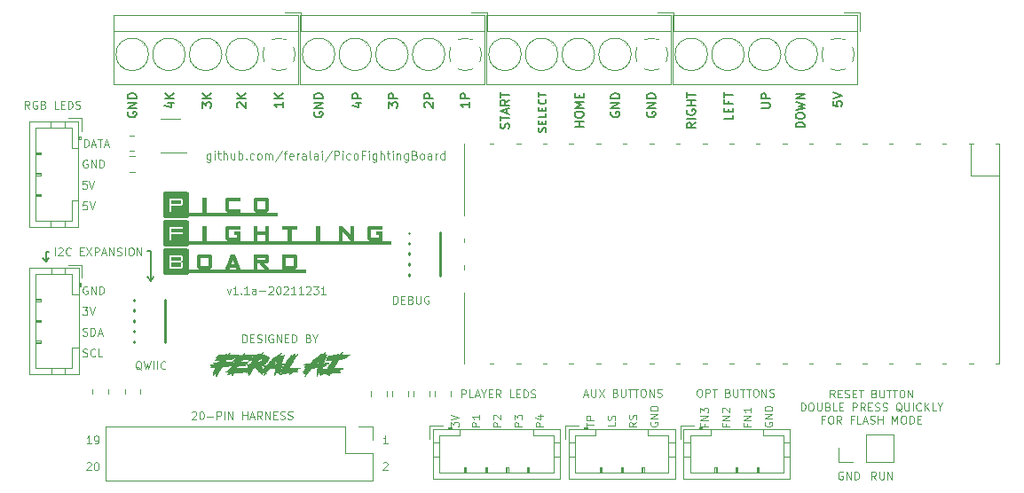
<source format=gto>
G04 #@! TF.GenerationSoftware,KiCad,Pcbnew,(5.1.12)-1*
G04 #@! TF.CreationDate,2021-12-31T11:23:08-06:00*
G04 #@! TF.ProjectId,PicoFightingBoard,5069636f-4669-4676-9874-696e67426f61,rev?*
G04 #@! TF.SameCoordinates,Original*
G04 #@! TF.FileFunction,Legend,Top*
G04 #@! TF.FilePolarity,Positive*
%FSLAX46Y46*%
G04 Gerber Fmt 4.6, Leading zero omitted, Abs format (unit mm)*
G04 Created by KiCad (PCBNEW (5.1.12)-1) date 2021-12-31 11:23:08*
%MOMM*%
%LPD*%
G01*
G04 APERTURE LIST*
%ADD10C,0.125000*%
%ADD11C,0.150000*%
%ADD12C,0.010000*%
%ADD13C,0.120000*%
%ADD14C,0.254000*%
G04 APERTURE END LIST*
D10*
X126066807Y-110039285D02*
X126066807Y-109289285D01*
X126245379Y-109289285D01*
X126352522Y-109325000D01*
X126423950Y-109396428D01*
X126459664Y-109467857D01*
X126495379Y-109610714D01*
X126495379Y-109717857D01*
X126459664Y-109860714D01*
X126423950Y-109932142D01*
X126352522Y-110003571D01*
X126245379Y-110039285D01*
X126066807Y-110039285D01*
X126816807Y-109646428D02*
X127066807Y-109646428D01*
X127173950Y-110039285D02*
X126816807Y-110039285D01*
X126816807Y-109289285D01*
X127173950Y-109289285D01*
X127459664Y-110003571D02*
X127566807Y-110039285D01*
X127745379Y-110039285D01*
X127816807Y-110003571D01*
X127852522Y-109967857D01*
X127888236Y-109896428D01*
X127888236Y-109825000D01*
X127852522Y-109753571D01*
X127816807Y-109717857D01*
X127745379Y-109682142D01*
X127602522Y-109646428D01*
X127531093Y-109610714D01*
X127495379Y-109575000D01*
X127459664Y-109503571D01*
X127459664Y-109432142D01*
X127495379Y-109360714D01*
X127531093Y-109325000D01*
X127602522Y-109289285D01*
X127781093Y-109289285D01*
X127888236Y-109325000D01*
X128209664Y-110039285D02*
X128209664Y-109289285D01*
X128959664Y-109325000D02*
X128888236Y-109289285D01*
X128781093Y-109289285D01*
X128673950Y-109325000D01*
X128602522Y-109396428D01*
X128566807Y-109467857D01*
X128531093Y-109610714D01*
X128531093Y-109717857D01*
X128566807Y-109860714D01*
X128602522Y-109932142D01*
X128673950Y-110003571D01*
X128781093Y-110039285D01*
X128852522Y-110039285D01*
X128959664Y-110003571D01*
X128995379Y-109967857D01*
X128995379Y-109717857D01*
X128852522Y-109717857D01*
X129316807Y-110039285D02*
X129316807Y-109289285D01*
X129745379Y-110039285D01*
X129745379Y-109289285D01*
X130102522Y-109646428D02*
X130352522Y-109646428D01*
X130459664Y-110039285D02*
X130102522Y-110039285D01*
X130102522Y-109289285D01*
X130459664Y-109289285D01*
X130781093Y-110039285D02*
X130781093Y-109289285D01*
X130959664Y-109289285D01*
X131066807Y-109325000D01*
X131138236Y-109396428D01*
X131173950Y-109467857D01*
X131209664Y-109610714D01*
X131209664Y-109717857D01*
X131173950Y-109860714D01*
X131138236Y-109932142D01*
X131066807Y-110003571D01*
X130959664Y-110039285D01*
X130781093Y-110039285D01*
X132352522Y-109646428D02*
X132459664Y-109682142D01*
X132495379Y-109717857D01*
X132531093Y-109789285D01*
X132531093Y-109896428D01*
X132495379Y-109967857D01*
X132459664Y-110003571D01*
X132388236Y-110039285D01*
X132102522Y-110039285D01*
X132102522Y-109289285D01*
X132352522Y-109289285D01*
X132423950Y-109325000D01*
X132459664Y-109360714D01*
X132495379Y-109432142D01*
X132495379Y-109503571D01*
X132459664Y-109575000D01*
X132423950Y-109610714D01*
X132352522Y-109646428D01*
X132102522Y-109646428D01*
X132995379Y-109682142D02*
X132995379Y-110039285D01*
X132745379Y-109289285D02*
X132995379Y-109682142D01*
X133245379Y-109289285D01*
D11*
X117600000Y-103800000D02*
X117300000Y-104200000D01*
X117000000Y-103800000D02*
X117300000Y-104200000D01*
X117300000Y-104200000D02*
X117000000Y-103800000D01*
X117300000Y-101300000D02*
X117300000Y-104200000D01*
X117000000Y-101300000D02*
X117300000Y-101300000D01*
X107300000Y-102300000D02*
X107600000Y-102000000D01*
X107000000Y-102000000D02*
X107300000Y-102300000D01*
X107300000Y-102300000D02*
X107000000Y-102000000D01*
X107300000Y-101400000D02*
X107300000Y-102300000D01*
X107600000Y-101400000D02*
X107300000Y-101400000D01*
D10*
X169601000Y-114498885D02*
X169743857Y-114498885D01*
X169815285Y-114534600D01*
X169886714Y-114606028D01*
X169922428Y-114748885D01*
X169922428Y-114998885D01*
X169886714Y-115141742D01*
X169815285Y-115213171D01*
X169743857Y-115248885D01*
X169601000Y-115248885D01*
X169529571Y-115213171D01*
X169458142Y-115141742D01*
X169422428Y-114998885D01*
X169422428Y-114748885D01*
X169458142Y-114606028D01*
X169529571Y-114534600D01*
X169601000Y-114498885D01*
X170243857Y-115248885D02*
X170243857Y-114498885D01*
X170529571Y-114498885D01*
X170601000Y-114534600D01*
X170636714Y-114570314D01*
X170672428Y-114641742D01*
X170672428Y-114748885D01*
X170636714Y-114820314D01*
X170601000Y-114856028D01*
X170529571Y-114891742D01*
X170243857Y-114891742D01*
X170886714Y-114498885D02*
X171315285Y-114498885D01*
X171101000Y-115248885D02*
X171101000Y-114498885D01*
X172386714Y-114856028D02*
X172493857Y-114891742D01*
X172529571Y-114927457D01*
X172565285Y-114998885D01*
X172565285Y-115106028D01*
X172529571Y-115177457D01*
X172493857Y-115213171D01*
X172422428Y-115248885D01*
X172136714Y-115248885D01*
X172136714Y-114498885D01*
X172386714Y-114498885D01*
X172458142Y-114534600D01*
X172493857Y-114570314D01*
X172529571Y-114641742D01*
X172529571Y-114713171D01*
X172493857Y-114784600D01*
X172458142Y-114820314D01*
X172386714Y-114856028D01*
X172136714Y-114856028D01*
X172886714Y-114498885D02*
X172886714Y-115106028D01*
X172922428Y-115177457D01*
X172958142Y-115213171D01*
X173029571Y-115248885D01*
X173172428Y-115248885D01*
X173243857Y-115213171D01*
X173279571Y-115177457D01*
X173315285Y-115106028D01*
X173315285Y-114498885D01*
X173565285Y-114498885D02*
X173993857Y-114498885D01*
X173779571Y-115248885D02*
X173779571Y-114498885D01*
X174136714Y-114498885D02*
X174565285Y-114498885D01*
X174351000Y-115248885D02*
X174351000Y-114498885D01*
X174958142Y-114498885D02*
X175101000Y-114498885D01*
X175172428Y-114534600D01*
X175243857Y-114606028D01*
X175279571Y-114748885D01*
X175279571Y-114998885D01*
X175243857Y-115141742D01*
X175172428Y-115213171D01*
X175101000Y-115248885D01*
X174958142Y-115248885D01*
X174886714Y-115213171D01*
X174815285Y-115141742D01*
X174779571Y-114998885D01*
X174779571Y-114748885D01*
X174815285Y-114606028D01*
X174886714Y-114534600D01*
X174958142Y-114498885D01*
X175601000Y-115248885D02*
X175601000Y-114498885D01*
X176029571Y-115248885D01*
X176029571Y-114498885D01*
X176351000Y-115213171D02*
X176458142Y-115248885D01*
X176636714Y-115248885D01*
X176708142Y-115213171D01*
X176743857Y-115177457D01*
X176779571Y-115106028D01*
X176779571Y-115034600D01*
X176743857Y-114963171D01*
X176708142Y-114927457D01*
X176636714Y-114891742D01*
X176493857Y-114856028D01*
X176422428Y-114820314D01*
X176386714Y-114784600D01*
X176351000Y-114713171D01*
X176351000Y-114641742D01*
X176386714Y-114570314D01*
X176422428Y-114534600D01*
X176493857Y-114498885D01*
X176672428Y-114498885D01*
X176779571Y-114534600D01*
X146939042Y-115312385D02*
X146939042Y-114562385D01*
X147224757Y-114562385D01*
X147296185Y-114598100D01*
X147331900Y-114633814D01*
X147367614Y-114705242D01*
X147367614Y-114812385D01*
X147331900Y-114883814D01*
X147296185Y-114919528D01*
X147224757Y-114955242D01*
X146939042Y-114955242D01*
X148046185Y-115312385D02*
X147689042Y-115312385D01*
X147689042Y-114562385D01*
X148260471Y-115098100D02*
X148617614Y-115098100D01*
X148189042Y-115312385D02*
X148439042Y-114562385D01*
X148689042Y-115312385D01*
X149081900Y-114955242D02*
X149081900Y-115312385D01*
X148831900Y-114562385D02*
X149081900Y-114955242D01*
X149331900Y-114562385D01*
X149581900Y-114919528D02*
X149831900Y-114919528D01*
X149939042Y-115312385D02*
X149581900Y-115312385D01*
X149581900Y-114562385D01*
X149939042Y-114562385D01*
X150689042Y-115312385D02*
X150439042Y-114955242D01*
X150260471Y-115312385D02*
X150260471Y-114562385D01*
X150546185Y-114562385D01*
X150617614Y-114598100D01*
X150653328Y-114633814D01*
X150689042Y-114705242D01*
X150689042Y-114812385D01*
X150653328Y-114883814D01*
X150617614Y-114919528D01*
X150546185Y-114955242D01*
X150260471Y-114955242D01*
X151939042Y-115312385D02*
X151581900Y-115312385D01*
X151581900Y-114562385D01*
X152189042Y-114919528D02*
X152439042Y-114919528D01*
X152546185Y-115312385D02*
X152189042Y-115312385D01*
X152189042Y-114562385D01*
X152546185Y-114562385D01*
X152867614Y-115312385D02*
X152867614Y-114562385D01*
X153046185Y-114562385D01*
X153153328Y-114598100D01*
X153224757Y-114669528D01*
X153260471Y-114740957D01*
X153296185Y-114883814D01*
X153296185Y-114990957D01*
X153260471Y-115133814D01*
X153224757Y-115205242D01*
X153153328Y-115276671D01*
X153046185Y-115312385D01*
X152867614Y-115312385D01*
X153581900Y-115276671D02*
X153689042Y-115312385D01*
X153867614Y-115312385D01*
X153939042Y-115276671D01*
X153974757Y-115240957D01*
X154010471Y-115169528D01*
X154010471Y-115098100D01*
X153974757Y-115026671D01*
X153939042Y-114990957D01*
X153867614Y-114955242D01*
X153724757Y-114919528D01*
X153653328Y-114883814D01*
X153617614Y-114848100D01*
X153581900Y-114776671D01*
X153581900Y-114705242D01*
X153617614Y-114633814D01*
X153653328Y-114598100D01*
X153724757Y-114562385D01*
X153903328Y-114562385D01*
X154010471Y-114598100D01*
X158660371Y-115047300D02*
X159017514Y-115047300D01*
X158588942Y-115261585D02*
X158838942Y-114511585D01*
X159088942Y-115261585D01*
X159338942Y-114511585D02*
X159338942Y-115118728D01*
X159374657Y-115190157D01*
X159410371Y-115225871D01*
X159481800Y-115261585D01*
X159624657Y-115261585D01*
X159696085Y-115225871D01*
X159731800Y-115190157D01*
X159767514Y-115118728D01*
X159767514Y-114511585D01*
X160053228Y-114511585D02*
X160553228Y-115261585D01*
X160553228Y-114511585D02*
X160053228Y-115261585D01*
X161660371Y-114868728D02*
X161767514Y-114904442D01*
X161803228Y-114940157D01*
X161838942Y-115011585D01*
X161838942Y-115118728D01*
X161803228Y-115190157D01*
X161767514Y-115225871D01*
X161696085Y-115261585D01*
X161410371Y-115261585D01*
X161410371Y-114511585D01*
X161660371Y-114511585D01*
X161731800Y-114547300D01*
X161767514Y-114583014D01*
X161803228Y-114654442D01*
X161803228Y-114725871D01*
X161767514Y-114797300D01*
X161731800Y-114833014D01*
X161660371Y-114868728D01*
X161410371Y-114868728D01*
X162160371Y-114511585D02*
X162160371Y-115118728D01*
X162196085Y-115190157D01*
X162231800Y-115225871D01*
X162303228Y-115261585D01*
X162446085Y-115261585D01*
X162517514Y-115225871D01*
X162553228Y-115190157D01*
X162588942Y-115118728D01*
X162588942Y-114511585D01*
X162838942Y-114511585D02*
X163267514Y-114511585D01*
X163053228Y-115261585D02*
X163053228Y-114511585D01*
X163410371Y-114511585D02*
X163838942Y-114511585D01*
X163624657Y-115261585D02*
X163624657Y-114511585D01*
X164231800Y-114511585D02*
X164374657Y-114511585D01*
X164446085Y-114547300D01*
X164517514Y-114618728D01*
X164553228Y-114761585D01*
X164553228Y-115011585D01*
X164517514Y-115154442D01*
X164446085Y-115225871D01*
X164374657Y-115261585D01*
X164231800Y-115261585D01*
X164160371Y-115225871D01*
X164088942Y-115154442D01*
X164053228Y-115011585D01*
X164053228Y-114761585D01*
X164088942Y-114618728D01*
X164160371Y-114547300D01*
X164231800Y-114511585D01*
X164874657Y-115261585D02*
X164874657Y-114511585D01*
X165303228Y-115261585D01*
X165303228Y-114511585D01*
X165624657Y-115225871D02*
X165731800Y-115261585D01*
X165910371Y-115261585D01*
X165981800Y-115225871D01*
X166017514Y-115190157D01*
X166053228Y-115118728D01*
X166053228Y-115047300D01*
X166017514Y-114975871D01*
X165981800Y-114940157D01*
X165910371Y-114904442D01*
X165767514Y-114868728D01*
X165696085Y-114833014D01*
X165660371Y-114797300D01*
X165624657Y-114725871D01*
X165624657Y-114654442D01*
X165660371Y-114583014D01*
X165696085Y-114547300D01*
X165767514Y-114511585D01*
X165946085Y-114511585D01*
X166053228Y-114547300D01*
X121218528Y-116716614D02*
X121254242Y-116680900D01*
X121325671Y-116645185D01*
X121504242Y-116645185D01*
X121575671Y-116680900D01*
X121611385Y-116716614D01*
X121647100Y-116788042D01*
X121647100Y-116859471D01*
X121611385Y-116966614D01*
X121182814Y-117395185D01*
X121647100Y-117395185D01*
X122111385Y-116645185D02*
X122182814Y-116645185D01*
X122254242Y-116680900D01*
X122289957Y-116716614D01*
X122325671Y-116788042D01*
X122361385Y-116930900D01*
X122361385Y-117109471D01*
X122325671Y-117252328D01*
X122289957Y-117323757D01*
X122254242Y-117359471D01*
X122182814Y-117395185D01*
X122111385Y-117395185D01*
X122039957Y-117359471D01*
X122004242Y-117323757D01*
X121968528Y-117252328D01*
X121932814Y-117109471D01*
X121932814Y-116930900D01*
X121968528Y-116788042D01*
X122004242Y-116716614D01*
X122039957Y-116680900D01*
X122111385Y-116645185D01*
X122682814Y-117109471D02*
X123254242Y-117109471D01*
X123611385Y-117395185D02*
X123611385Y-116645185D01*
X123897100Y-116645185D01*
X123968528Y-116680900D01*
X124004242Y-116716614D01*
X124039957Y-116788042D01*
X124039957Y-116895185D01*
X124004242Y-116966614D01*
X123968528Y-117002328D01*
X123897100Y-117038042D01*
X123611385Y-117038042D01*
X124361385Y-117395185D02*
X124361385Y-116645185D01*
X124718528Y-117395185D02*
X124718528Y-116645185D01*
X125147100Y-117395185D01*
X125147100Y-116645185D01*
X126075671Y-117395185D02*
X126075671Y-116645185D01*
X126075671Y-117002328D02*
X126504242Y-117002328D01*
X126504242Y-117395185D02*
X126504242Y-116645185D01*
X126825671Y-117180900D02*
X127182814Y-117180900D01*
X126754242Y-117395185D02*
X127004242Y-116645185D01*
X127254242Y-117395185D01*
X127932814Y-117395185D02*
X127682814Y-117038042D01*
X127504242Y-117395185D02*
X127504242Y-116645185D01*
X127789957Y-116645185D01*
X127861385Y-116680900D01*
X127897100Y-116716614D01*
X127932814Y-116788042D01*
X127932814Y-116895185D01*
X127897100Y-116966614D01*
X127861385Y-117002328D01*
X127789957Y-117038042D01*
X127504242Y-117038042D01*
X128254242Y-117395185D02*
X128254242Y-116645185D01*
X128682814Y-117395185D01*
X128682814Y-116645185D01*
X129039957Y-117002328D02*
X129289957Y-117002328D01*
X129397100Y-117395185D02*
X129039957Y-117395185D01*
X129039957Y-116645185D01*
X129397100Y-116645185D01*
X129682814Y-117359471D02*
X129789957Y-117395185D01*
X129968528Y-117395185D01*
X130039957Y-117359471D01*
X130075671Y-117323757D01*
X130111385Y-117252328D01*
X130111385Y-117180900D01*
X130075671Y-117109471D01*
X130039957Y-117073757D01*
X129968528Y-117038042D01*
X129825671Y-117002328D01*
X129754242Y-116966614D01*
X129718528Y-116930900D01*
X129682814Y-116859471D01*
X129682814Y-116788042D01*
X129718528Y-116716614D01*
X129754242Y-116680900D01*
X129825671Y-116645185D01*
X130004242Y-116645185D01*
X130111385Y-116680900D01*
X130397100Y-117359471D02*
X130504242Y-117395185D01*
X130682814Y-117395185D01*
X130754242Y-117359471D01*
X130789957Y-117323757D01*
X130825671Y-117252328D01*
X130825671Y-117180900D01*
X130789957Y-117109471D01*
X130754242Y-117073757D01*
X130682814Y-117038042D01*
X130539957Y-117002328D01*
X130468528Y-116966614D01*
X130432814Y-116930900D01*
X130397100Y-116859471D01*
X130397100Y-116788042D01*
X130432814Y-116716614D01*
X130468528Y-116680900D01*
X130539957Y-116645185D01*
X130718528Y-116645185D01*
X130825671Y-116680900D01*
X105740699Y-87739285D02*
X105490699Y-87382142D01*
X105312128Y-87739285D02*
X105312128Y-86989285D01*
X105597842Y-86989285D01*
X105669271Y-87025000D01*
X105704985Y-87060714D01*
X105740699Y-87132142D01*
X105740699Y-87239285D01*
X105704985Y-87310714D01*
X105669271Y-87346428D01*
X105597842Y-87382142D01*
X105312128Y-87382142D01*
X106454985Y-87025000D02*
X106383556Y-86989285D01*
X106276413Y-86989285D01*
X106169271Y-87025000D01*
X106097842Y-87096428D01*
X106062128Y-87167857D01*
X106026413Y-87310714D01*
X106026413Y-87417857D01*
X106062128Y-87560714D01*
X106097842Y-87632142D01*
X106169271Y-87703571D01*
X106276413Y-87739285D01*
X106347842Y-87739285D01*
X106454985Y-87703571D01*
X106490699Y-87667857D01*
X106490699Y-87417857D01*
X106347842Y-87417857D01*
X107062128Y-87346428D02*
X107169271Y-87382142D01*
X107204985Y-87417857D01*
X107240699Y-87489285D01*
X107240699Y-87596428D01*
X107204985Y-87667857D01*
X107169271Y-87703571D01*
X107097842Y-87739285D01*
X106812128Y-87739285D01*
X106812128Y-86989285D01*
X107062128Y-86989285D01*
X107133556Y-87025000D01*
X107169271Y-87060714D01*
X107204985Y-87132142D01*
X107204985Y-87203571D01*
X107169271Y-87275000D01*
X107133556Y-87310714D01*
X107062128Y-87346428D01*
X106812128Y-87346428D01*
X108490699Y-87739285D02*
X108133556Y-87739285D01*
X108133556Y-86989285D01*
X108740699Y-87346428D02*
X108990699Y-87346428D01*
X109097842Y-87739285D02*
X108740699Y-87739285D01*
X108740699Y-86989285D01*
X109097842Y-86989285D01*
X109419271Y-87739285D02*
X109419271Y-86989285D01*
X109597842Y-86989285D01*
X109704985Y-87025000D01*
X109776413Y-87096428D01*
X109812128Y-87167857D01*
X109847842Y-87310714D01*
X109847842Y-87417857D01*
X109812128Y-87560714D01*
X109776413Y-87632142D01*
X109704985Y-87703571D01*
X109597842Y-87739285D01*
X109419271Y-87739285D01*
X110133556Y-87703571D02*
X110240699Y-87739285D01*
X110419271Y-87739285D01*
X110490699Y-87703571D01*
X110526413Y-87667857D01*
X110562128Y-87596428D01*
X110562128Y-87525000D01*
X110526413Y-87453571D01*
X110490699Y-87417857D01*
X110419271Y-87382142D01*
X110276413Y-87346428D01*
X110204985Y-87310714D01*
X110169271Y-87275000D01*
X110133556Y-87203571D01*
X110133556Y-87132142D01*
X110169271Y-87060714D01*
X110204985Y-87025000D01*
X110276413Y-86989285D01*
X110454985Y-86989285D01*
X110562128Y-87025000D01*
X140459828Y-106358885D02*
X140459828Y-105608885D01*
X140638400Y-105608885D01*
X140745542Y-105644600D01*
X140816971Y-105716028D01*
X140852685Y-105787457D01*
X140888400Y-105930314D01*
X140888400Y-106037457D01*
X140852685Y-106180314D01*
X140816971Y-106251742D01*
X140745542Y-106323171D01*
X140638400Y-106358885D01*
X140459828Y-106358885D01*
X141209828Y-105966028D02*
X141459828Y-105966028D01*
X141566971Y-106358885D02*
X141209828Y-106358885D01*
X141209828Y-105608885D01*
X141566971Y-105608885D01*
X142138400Y-105966028D02*
X142245542Y-106001742D01*
X142281257Y-106037457D01*
X142316971Y-106108885D01*
X142316971Y-106216028D01*
X142281257Y-106287457D01*
X142245542Y-106323171D01*
X142174114Y-106358885D01*
X141888400Y-106358885D01*
X141888400Y-105608885D01*
X142138400Y-105608885D01*
X142209828Y-105644600D01*
X142245542Y-105680314D01*
X142281257Y-105751742D01*
X142281257Y-105823171D01*
X142245542Y-105894600D01*
X142209828Y-105930314D01*
X142138400Y-105966028D01*
X141888400Y-105966028D01*
X142638400Y-105608885D02*
X142638400Y-106216028D01*
X142674114Y-106287457D01*
X142709828Y-106323171D01*
X142781257Y-106358885D01*
X142924114Y-106358885D01*
X142995542Y-106323171D01*
X143031257Y-106287457D01*
X143066971Y-106216028D01*
X143066971Y-105608885D01*
X143816971Y-105644600D02*
X143745542Y-105608885D01*
X143638400Y-105608885D01*
X143531257Y-105644600D01*
X143459828Y-105716028D01*
X143424114Y-105787457D01*
X143388400Y-105930314D01*
X143388400Y-106037457D01*
X143424114Y-106180314D01*
X143459828Y-106251742D01*
X143531257Y-106323171D01*
X143638400Y-106358885D01*
X143709828Y-106358885D01*
X143816971Y-106323171D01*
X143852685Y-106287457D01*
X143852685Y-106037457D01*
X143709828Y-106037457D01*
X116425000Y-112678714D02*
X116353571Y-112643000D01*
X116282142Y-112571571D01*
X116175000Y-112464428D01*
X116103571Y-112428714D01*
X116032142Y-112428714D01*
X116067857Y-112607285D02*
X115996428Y-112571571D01*
X115925000Y-112500142D01*
X115889285Y-112357285D01*
X115889285Y-112107285D01*
X115925000Y-111964428D01*
X115996428Y-111893000D01*
X116067857Y-111857285D01*
X116210714Y-111857285D01*
X116282142Y-111893000D01*
X116353571Y-111964428D01*
X116389285Y-112107285D01*
X116389285Y-112357285D01*
X116353571Y-112500142D01*
X116282142Y-112571571D01*
X116210714Y-112607285D01*
X116067857Y-112607285D01*
X116639285Y-111857285D02*
X116817857Y-112607285D01*
X116960714Y-112071571D01*
X117103571Y-112607285D01*
X117282142Y-111857285D01*
X117567857Y-112607285D02*
X117567857Y-111857285D01*
X117925000Y-112607285D02*
X117925000Y-111857285D01*
X118710714Y-112535857D02*
X118675000Y-112571571D01*
X118567857Y-112607285D01*
X118496428Y-112607285D01*
X118389285Y-112571571D01*
X118317857Y-112500142D01*
X118282142Y-112428714D01*
X118246428Y-112285857D01*
X118246428Y-112178714D01*
X118282142Y-112035857D01*
X118317857Y-111964428D01*
X118389285Y-111893000D01*
X118496428Y-111857285D01*
X118567857Y-111857285D01*
X118675000Y-111893000D01*
X118710714Y-111928714D01*
X182555000Y-115319685D02*
X182305000Y-114962542D01*
X182126428Y-115319685D02*
X182126428Y-114569685D01*
X182412142Y-114569685D01*
X182483571Y-114605400D01*
X182519285Y-114641114D01*
X182555000Y-114712542D01*
X182555000Y-114819685D01*
X182519285Y-114891114D01*
X182483571Y-114926828D01*
X182412142Y-114962542D01*
X182126428Y-114962542D01*
X182876428Y-114926828D02*
X183126428Y-114926828D01*
X183233571Y-115319685D02*
X182876428Y-115319685D01*
X182876428Y-114569685D01*
X183233571Y-114569685D01*
X183519285Y-115283971D02*
X183626428Y-115319685D01*
X183805000Y-115319685D01*
X183876428Y-115283971D01*
X183912142Y-115248257D01*
X183947857Y-115176828D01*
X183947857Y-115105400D01*
X183912142Y-115033971D01*
X183876428Y-114998257D01*
X183805000Y-114962542D01*
X183662142Y-114926828D01*
X183590714Y-114891114D01*
X183555000Y-114855400D01*
X183519285Y-114783971D01*
X183519285Y-114712542D01*
X183555000Y-114641114D01*
X183590714Y-114605400D01*
X183662142Y-114569685D01*
X183840714Y-114569685D01*
X183947857Y-114605400D01*
X184269285Y-114926828D02*
X184519285Y-114926828D01*
X184626428Y-115319685D02*
X184269285Y-115319685D01*
X184269285Y-114569685D01*
X184626428Y-114569685D01*
X184840714Y-114569685D02*
X185269285Y-114569685D01*
X185055000Y-115319685D02*
X185055000Y-114569685D01*
X186340714Y-114926828D02*
X186447857Y-114962542D01*
X186483571Y-114998257D01*
X186519285Y-115069685D01*
X186519285Y-115176828D01*
X186483571Y-115248257D01*
X186447857Y-115283971D01*
X186376428Y-115319685D01*
X186090714Y-115319685D01*
X186090714Y-114569685D01*
X186340714Y-114569685D01*
X186412142Y-114605400D01*
X186447857Y-114641114D01*
X186483571Y-114712542D01*
X186483571Y-114783971D01*
X186447857Y-114855400D01*
X186412142Y-114891114D01*
X186340714Y-114926828D01*
X186090714Y-114926828D01*
X186840714Y-114569685D02*
X186840714Y-115176828D01*
X186876428Y-115248257D01*
X186912142Y-115283971D01*
X186983571Y-115319685D01*
X187126428Y-115319685D01*
X187197857Y-115283971D01*
X187233571Y-115248257D01*
X187269285Y-115176828D01*
X187269285Y-114569685D01*
X187519285Y-114569685D02*
X187947857Y-114569685D01*
X187733571Y-115319685D02*
X187733571Y-114569685D01*
X188090714Y-114569685D02*
X188519285Y-114569685D01*
X188305000Y-115319685D02*
X188305000Y-114569685D01*
X188912142Y-114569685D02*
X189055000Y-114569685D01*
X189126428Y-114605400D01*
X189197857Y-114676828D01*
X189233571Y-114819685D01*
X189233571Y-115069685D01*
X189197857Y-115212542D01*
X189126428Y-115283971D01*
X189055000Y-115319685D01*
X188912142Y-115319685D01*
X188840714Y-115283971D01*
X188769285Y-115212542D01*
X188733571Y-115069685D01*
X188733571Y-114819685D01*
X188769285Y-114676828D01*
X188840714Y-114605400D01*
X188912142Y-114569685D01*
X189555000Y-115319685D02*
X189555000Y-114569685D01*
X189983571Y-115319685D01*
X189983571Y-114569685D01*
X179340714Y-116569685D02*
X179340714Y-115819685D01*
X179519285Y-115819685D01*
X179626428Y-115855400D01*
X179697857Y-115926828D01*
X179733571Y-115998257D01*
X179769285Y-116141114D01*
X179769285Y-116248257D01*
X179733571Y-116391114D01*
X179697857Y-116462542D01*
X179626428Y-116533971D01*
X179519285Y-116569685D01*
X179340714Y-116569685D01*
X180233571Y-115819685D02*
X180376428Y-115819685D01*
X180447857Y-115855400D01*
X180519285Y-115926828D01*
X180555000Y-116069685D01*
X180555000Y-116319685D01*
X180519285Y-116462542D01*
X180447857Y-116533971D01*
X180376428Y-116569685D01*
X180233571Y-116569685D01*
X180162142Y-116533971D01*
X180090714Y-116462542D01*
X180055000Y-116319685D01*
X180055000Y-116069685D01*
X180090714Y-115926828D01*
X180162142Y-115855400D01*
X180233571Y-115819685D01*
X180876428Y-115819685D02*
X180876428Y-116426828D01*
X180912142Y-116498257D01*
X180947857Y-116533971D01*
X181019285Y-116569685D01*
X181162142Y-116569685D01*
X181233571Y-116533971D01*
X181269285Y-116498257D01*
X181305000Y-116426828D01*
X181305000Y-115819685D01*
X181912142Y-116176828D02*
X182019285Y-116212542D01*
X182055000Y-116248257D01*
X182090714Y-116319685D01*
X182090714Y-116426828D01*
X182055000Y-116498257D01*
X182019285Y-116533971D01*
X181947857Y-116569685D01*
X181662142Y-116569685D01*
X181662142Y-115819685D01*
X181912142Y-115819685D01*
X181983571Y-115855400D01*
X182019285Y-115891114D01*
X182055000Y-115962542D01*
X182055000Y-116033971D01*
X182019285Y-116105400D01*
X181983571Y-116141114D01*
X181912142Y-116176828D01*
X181662142Y-116176828D01*
X182769285Y-116569685D02*
X182412142Y-116569685D01*
X182412142Y-115819685D01*
X183019285Y-116176828D02*
X183269285Y-116176828D01*
X183376428Y-116569685D02*
X183019285Y-116569685D01*
X183019285Y-115819685D01*
X183376428Y-115819685D01*
X184269285Y-116569685D02*
X184269285Y-115819685D01*
X184555000Y-115819685D01*
X184626428Y-115855400D01*
X184662142Y-115891114D01*
X184697857Y-115962542D01*
X184697857Y-116069685D01*
X184662142Y-116141114D01*
X184626428Y-116176828D01*
X184555000Y-116212542D01*
X184269285Y-116212542D01*
X185447857Y-116569685D02*
X185197857Y-116212542D01*
X185019285Y-116569685D02*
X185019285Y-115819685D01*
X185305000Y-115819685D01*
X185376428Y-115855400D01*
X185412142Y-115891114D01*
X185447857Y-115962542D01*
X185447857Y-116069685D01*
X185412142Y-116141114D01*
X185376428Y-116176828D01*
X185305000Y-116212542D01*
X185019285Y-116212542D01*
X185769285Y-116176828D02*
X186019285Y-116176828D01*
X186126428Y-116569685D02*
X185769285Y-116569685D01*
X185769285Y-115819685D01*
X186126428Y-115819685D01*
X186412142Y-116533971D02*
X186519285Y-116569685D01*
X186697857Y-116569685D01*
X186769285Y-116533971D01*
X186805000Y-116498257D01*
X186840714Y-116426828D01*
X186840714Y-116355400D01*
X186805000Y-116283971D01*
X186769285Y-116248257D01*
X186697857Y-116212542D01*
X186555000Y-116176828D01*
X186483571Y-116141114D01*
X186447857Y-116105400D01*
X186412142Y-116033971D01*
X186412142Y-115962542D01*
X186447857Y-115891114D01*
X186483571Y-115855400D01*
X186555000Y-115819685D01*
X186733571Y-115819685D01*
X186840714Y-115855400D01*
X187126428Y-116533971D02*
X187233571Y-116569685D01*
X187412142Y-116569685D01*
X187483571Y-116533971D01*
X187519285Y-116498257D01*
X187555000Y-116426828D01*
X187555000Y-116355400D01*
X187519285Y-116283971D01*
X187483571Y-116248257D01*
X187412142Y-116212542D01*
X187269285Y-116176828D01*
X187197857Y-116141114D01*
X187162142Y-116105400D01*
X187126428Y-116033971D01*
X187126428Y-115962542D01*
X187162142Y-115891114D01*
X187197857Y-115855400D01*
X187269285Y-115819685D01*
X187447857Y-115819685D01*
X187555000Y-115855400D01*
X188947857Y-116641114D02*
X188876428Y-116605400D01*
X188805000Y-116533971D01*
X188697857Y-116426828D01*
X188626428Y-116391114D01*
X188555000Y-116391114D01*
X188590714Y-116569685D02*
X188519285Y-116533971D01*
X188447857Y-116462542D01*
X188412142Y-116319685D01*
X188412142Y-116069685D01*
X188447857Y-115926828D01*
X188519285Y-115855400D01*
X188590714Y-115819685D01*
X188733571Y-115819685D01*
X188805000Y-115855400D01*
X188876428Y-115926828D01*
X188912142Y-116069685D01*
X188912142Y-116319685D01*
X188876428Y-116462542D01*
X188805000Y-116533971D01*
X188733571Y-116569685D01*
X188590714Y-116569685D01*
X189233571Y-115819685D02*
X189233571Y-116426828D01*
X189269285Y-116498257D01*
X189305000Y-116533971D01*
X189376428Y-116569685D01*
X189519285Y-116569685D01*
X189590714Y-116533971D01*
X189626428Y-116498257D01*
X189662142Y-116426828D01*
X189662142Y-115819685D01*
X190019285Y-116569685D02*
X190019285Y-115819685D01*
X190805000Y-116498257D02*
X190769285Y-116533971D01*
X190662142Y-116569685D01*
X190590714Y-116569685D01*
X190483571Y-116533971D01*
X190412142Y-116462542D01*
X190376428Y-116391114D01*
X190340714Y-116248257D01*
X190340714Y-116141114D01*
X190376428Y-115998257D01*
X190412142Y-115926828D01*
X190483571Y-115855400D01*
X190590714Y-115819685D01*
X190662142Y-115819685D01*
X190769285Y-115855400D01*
X190805000Y-115891114D01*
X191126428Y-116569685D02*
X191126428Y-115819685D01*
X191555000Y-116569685D02*
X191233571Y-116141114D01*
X191555000Y-115819685D02*
X191126428Y-116248257D01*
X192233571Y-116569685D02*
X191876428Y-116569685D01*
X191876428Y-115819685D01*
X192626428Y-116212542D02*
X192626428Y-116569685D01*
X192376428Y-115819685D02*
X192626428Y-116212542D01*
X192876428Y-115819685D01*
X181590714Y-117426828D02*
X181340714Y-117426828D01*
X181340714Y-117819685D02*
X181340714Y-117069685D01*
X181697857Y-117069685D01*
X182126428Y-117069685D02*
X182269285Y-117069685D01*
X182340714Y-117105400D01*
X182412142Y-117176828D01*
X182447857Y-117319685D01*
X182447857Y-117569685D01*
X182412142Y-117712542D01*
X182340714Y-117783971D01*
X182269285Y-117819685D01*
X182126428Y-117819685D01*
X182055000Y-117783971D01*
X181983571Y-117712542D01*
X181947857Y-117569685D01*
X181947857Y-117319685D01*
X181983571Y-117176828D01*
X182055000Y-117105400D01*
X182126428Y-117069685D01*
X183197857Y-117819685D02*
X182947857Y-117462542D01*
X182769285Y-117819685D02*
X182769285Y-117069685D01*
X183055000Y-117069685D01*
X183126428Y-117105400D01*
X183162142Y-117141114D01*
X183197857Y-117212542D01*
X183197857Y-117319685D01*
X183162142Y-117391114D01*
X183126428Y-117426828D01*
X183055000Y-117462542D01*
X182769285Y-117462542D01*
X184340714Y-117426828D02*
X184090714Y-117426828D01*
X184090714Y-117819685D02*
X184090714Y-117069685D01*
X184447857Y-117069685D01*
X185090714Y-117819685D02*
X184733571Y-117819685D01*
X184733571Y-117069685D01*
X185305000Y-117605400D02*
X185662142Y-117605400D01*
X185233571Y-117819685D02*
X185483571Y-117069685D01*
X185733571Y-117819685D01*
X185947857Y-117783971D02*
X186055000Y-117819685D01*
X186233571Y-117819685D01*
X186305000Y-117783971D01*
X186340714Y-117748257D01*
X186376428Y-117676828D01*
X186376428Y-117605400D01*
X186340714Y-117533971D01*
X186305000Y-117498257D01*
X186233571Y-117462542D01*
X186090714Y-117426828D01*
X186019285Y-117391114D01*
X185983571Y-117355400D01*
X185947857Y-117283971D01*
X185947857Y-117212542D01*
X185983571Y-117141114D01*
X186019285Y-117105400D01*
X186090714Y-117069685D01*
X186269285Y-117069685D01*
X186376428Y-117105400D01*
X186697857Y-117819685D02*
X186697857Y-117069685D01*
X186697857Y-117426828D02*
X187126428Y-117426828D01*
X187126428Y-117819685D02*
X187126428Y-117069685D01*
X188055000Y-117819685D02*
X188055000Y-117069685D01*
X188305000Y-117605400D01*
X188555000Y-117069685D01*
X188555000Y-117819685D01*
X189055000Y-117069685D02*
X189197857Y-117069685D01*
X189269285Y-117105400D01*
X189340714Y-117176828D01*
X189376428Y-117319685D01*
X189376428Y-117569685D01*
X189340714Y-117712542D01*
X189269285Y-117783971D01*
X189197857Y-117819685D01*
X189055000Y-117819685D01*
X188983571Y-117783971D01*
X188912142Y-117712542D01*
X188876428Y-117569685D01*
X188876428Y-117319685D01*
X188912142Y-117176828D01*
X188983571Y-117105400D01*
X189055000Y-117069685D01*
X189697857Y-117819685D02*
X189697857Y-117069685D01*
X189876428Y-117069685D01*
X189983571Y-117105400D01*
X190055000Y-117176828D01*
X190090714Y-117248257D01*
X190126428Y-117391114D01*
X190126428Y-117498257D01*
X190090714Y-117641114D01*
X190055000Y-117712542D01*
X189983571Y-117783971D01*
X189876428Y-117819685D01*
X189697857Y-117819685D01*
X190447857Y-117426828D02*
X190697857Y-117426828D01*
X190805000Y-117819685D02*
X190447857Y-117819685D01*
X190447857Y-117069685D01*
X190805000Y-117069685D01*
X175901000Y-117678128D02*
X175865285Y-117749557D01*
X175865285Y-117856700D01*
X175901000Y-117963842D01*
X175972428Y-118035271D01*
X176043857Y-118070985D01*
X176186714Y-118106700D01*
X176293857Y-118106700D01*
X176436714Y-118070985D01*
X176508142Y-118035271D01*
X176579571Y-117963842D01*
X176615285Y-117856700D01*
X176615285Y-117785271D01*
X176579571Y-117678128D01*
X176543857Y-117642414D01*
X176293857Y-117642414D01*
X176293857Y-117785271D01*
X176615285Y-117320985D02*
X175865285Y-117320985D01*
X176615285Y-116892414D01*
X175865285Y-116892414D01*
X176615285Y-116535271D02*
X175865285Y-116535271D01*
X175865285Y-116356700D01*
X175901000Y-116249557D01*
X175972428Y-116178128D01*
X176043857Y-116142414D01*
X176186714Y-116106700D01*
X176293857Y-116106700D01*
X176436714Y-116142414D01*
X176508142Y-116178128D01*
X176579571Y-116249557D01*
X176615285Y-116356700D01*
X176615285Y-116535271D01*
X174190428Y-117851157D02*
X174190428Y-118101157D01*
X174583285Y-118101157D02*
X173833285Y-118101157D01*
X173833285Y-117744014D01*
X174583285Y-117458300D02*
X173833285Y-117458300D01*
X174583285Y-117029728D01*
X173833285Y-117029728D01*
X174583285Y-116279728D02*
X174583285Y-116708300D01*
X174583285Y-116494014D02*
X173833285Y-116494014D01*
X173940428Y-116565442D01*
X174011857Y-116636871D01*
X174047571Y-116708300D01*
X172158428Y-117851157D02*
X172158428Y-118101157D01*
X172551285Y-118101157D02*
X171801285Y-118101157D01*
X171801285Y-117744014D01*
X172551285Y-117458300D02*
X171801285Y-117458300D01*
X172551285Y-117029728D01*
X171801285Y-117029728D01*
X171872714Y-116708300D02*
X171837000Y-116672585D01*
X171801285Y-116601157D01*
X171801285Y-116422585D01*
X171837000Y-116351157D01*
X171872714Y-116315442D01*
X171944142Y-116279728D01*
X172015571Y-116279728D01*
X172122714Y-116315442D01*
X172551285Y-116744014D01*
X172551285Y-116279728D01*
X170113728Y-117851157D02*
X170113728Y-118101157D01*
X170506585Y-118101157D02*
X169756585Y-118101157D01*
X169756585Y-117744014D01*
X170506585Y-117458300D02*
X169756585Y-117458300D01*
X170506585Y-117029728D01*
X169756585Y-117029728D01*
X169756585Y-116744014D02*
X169756585Y-116279728D01*
X170042300Y-116529728D01*
X170042300Y-116422585D01*
X170078014Y-116351157D01*
X170113728Y-116315442D01*
X170185157Y-116279728D01*
X170363728Y-116279728D01*
X170435157Y-116315442D01*
X170470871Y-116351157D01*
X170506585Y-116422585D01*
X170506585Y-116636871D01*
X170470871Y-116708300D01*
X170435157Y-116744014D01*
X164979000Y-117665428D02*
X164943285Y-117736857D01*
X164943285Y-117844000D01*
X164979000Y-117951142D01*
X165050428Y-118022571D01*
X165121857Y-118058285D01*
X165264714Y-118094000D01*
X165371857Y-118094000D01*
X165514714Y-118058285D01*
X165586142Y-118022571D01*
X165657571Y-117951142D01*
X165693285Y-117844000D01*
X165693285Y-117772571D01*
X165657571Y-117665428D01*
X165621857Y-117629714D01*
X165371857Y-117629714D01*
X165371857Y-117772571D01*
X165693285Y-117308285D02*
X164943285Y-117308285D01*
X165693285Y-116879714D01*
X164943285Y-116879714D01*
X165693285Y-116522571D02*
X164943285Y-116522571D01*
X164943285Y-116344000D01*
X164979000Y-116236857D01*
X165050428Y-116165428D01*
X165121857Y-116129714D01*
X165264714Y-116094000D01*
X165371857Y-116094000D01*
X165514714Y-116129714D01*
X165586142Y-116165428D01*
X165657571Y-116236857D01*
X165693285Y-116344000D01*
X165693285Y-116522571D01*
X163661285Y-117676200D02*
X163304142Y-117926200D01*
X163661285Y-118104771D02*
X162911285Y-118104771D01*
X162911285Y-117819057D01*
X162947000Y-117747628D01*
X162982714Y-117711914D01*
X163054142Y-117676200D01*
X163161285Y-117676200D01*
X163232714Y-117711914D01*
X163268428Y-117747628D01*
X163304142Y-117819057D01*
X163304142Y-118104771D01*
X163625571Y-117390485D02*
X163661285Y-117283342D01*
X163661285Y-117104771D01*
X163625571Y-117033342D01*
X163589857Y-116997628D01*
X163518428Y-116961914D01*
X163447000Y-116961914D01*
X163375571Y-116997628D01*
X163339857Y-117033342D01*
X163304142Y-117104771D01*
X163268428Y-117247628D01*
X163232714Y-117319057D01*
X163197000Y-117354771D01*
X163125571Y-117390485D01*
X163054142Y-117390485D01*
X162982714Y-117354771D01*
X162947000Y-117319057D01*
X162911285Y-117247628D01*
X162911285Y-117069057D01*
X162947000Y-116961914D01*
X161629285Y-117676200D02*
X161629285Y-118033342D01*
X160879285Y-118033342D01*
X161593571Y-117461914D02*
X161629285Y-117354771D01*
X161629285Y-117176200D01*
X161593571Y-117104771D01*
X161557857Y-117069057D01*
X161486428Y-117033342D01*
X161415000Y-117033342D01*
X161343571Y-117069057D01*
X161307857Y-117104771D01*
X161272142Y-117176200D01*
X161236428Y-117319057D01*
X161200714Y-117390485D01*
X161165000Y-117426200D01*
X161093571Y-117461914D01*
X161022142Y-117461914D01*
X160950714Y-117426200D01*
X160915000Y-117390485D01*
X160879285Y-117319057D01*
X160879285Y-117140485D01*
X160915000Y-117033342D01*
X158847285Y-118140485D02*
X158847285Y-117711914D01*
X159597285Y-117926200D02*
X158847285Y-117926200D01*
X159597285Y-117461914D02*
X158847285Y-117461914D01*
X158847285Y-117176200D01*
X158883000Y-117104771D01*
X158918714Y-117069057D01*
X158990142Y-117033342D01*
X159097285Y-117033342D01*
X159168714Y-117069057D01*
X159204428Y-117104771D01*
X159240142Y-117176200D01*
X159240142Y-117461914D01*
X154771285Y-118104771D02*
X154021285Y-118104771D01*
X154021285Y-117819057D01*
X154057000Y-117747628D01*
X154092714Y-117711914D01*
X154164142Y-117676200D01*
X154271285Y-117676200D01*
X154342714Y-117711914D01*
X154378428Y-117747628D01*
X154414142Y-117819057D01*
X154414142Y-118104771D01*
X154271285Y-117033342D02*
X154771285Y-117033342D01*
X153985571Y-117211914D02*
X154521285Y-117390485D01*
X154521285Y-116926200D01*
X152739285Y-118104771D02*
X151989285Y-118104771D01*
X151989285Y-117819057D01*
X152025000Y-117747628D01*
X152060714Y-117711914D01*
X152132142Y-117676200D01*
X152239285Y-117676200D01*
X152310714Y-117711914D01*
X152346428Y-117747628D01*
X152382142Y-117819057D01*
X152382142Y-118104771D01*
X151989285Y-117426200D02*
X151989285Y-116961914D01*
X152275000Y-117211914D01*
X152275000Y-117104771D01*
X152310714Y-117033342D01*
X152346428Y-116997628D01*
X152417857Y-116961914D01*
X152596428Y-116961914D01*
X152667857Y-116997628D01*
X152703571Y-117033342D01*
X152739285Y-117104771D01*
X152739285Y-117319057D01*
X152703571Y-117390485D01*
X152667857Y-117426200D01*
X150707285Y-118104771D02*
X149957285Y-118104771D01*
X149957285Y-117819057D01*
X149993000Y-117747628D01*
X150028714Y-117711914D01*
X150100142Y-117676200D01*
X150207285Y-117676200D01*
X150278714Y-117711914D01*
X150314428Y-117747628D01*
X150350142Y-117819057D01*
X150350142Y-118104771D01*
X150028714Y-117390485D02*
X149993000Y-117354771D01*
X149957285Y-117283342D01*
X149957285Y-117104771D01*
X149993000Y-117033342D01*
X150028714Y-116997628D01*
X150100142Y-116961914D01*
X150171571Y-116961914D01*
X150278714Y-116997628D01*
X150707285Y-117426200D01*
X150707285Y-116961914D01*
X148675285Y-118104771D02*
X147925285Y-118104771D01*
X147925285Y-117819057D01*
X147961000Y-117747628D01*
X147996714Y-117711914D01*
X148068142Y-117676200D01*
X148175285Y-117676200D01*
X148246714Y-117711914D01*
X148282428Y-117747628D01*
X148318142Y-117819057D01*
X148318142Y-118104771D01*
X148675285Y-116961914D02*
X148675285Y-117390485D01*
X148675285Y-117176200D02*
X147925285Y-117176200D01*
X148032428Y-117247628D01*
X148103857Y-117319057D01*
X148139571Y-117390485D01*
X145944085Y-118122628D02*
X145944085Y-117658342D01*
X146229800Y-117908342D01*
X146229800Y-117801200D01*
X146265514Y-117729771D01*
X146301228Y-117694057D01*
X146372657Y-117658342D01*
X146551228Y-117658342D01*
X146622657Y-117694057D01*
X146658371Y-117729771D01*
X146694085Y-117801200D01*
X146694085Y-118015485D01*
X146658371Y-118086914D01*
X146622657Y-118122628D01*
X145944085Y-117444057D02*
X146694085Y-117194057D01*
X145944085Y-116944057D01*
X110832999Y-111352371D02*
X110940142Y-111388085D01*
X111118714Y-111388085D01*
X111190142Y-111352371D01*
X111225857Y-111316657D01*
X111261571Y-111245228D01*
X111261571Y-111173800D01*
X111225857Y-111102371D01*
X111190142Y-111066657D01*
X111118714Y-111030942D01*
X110975857Y-110995228D01*
X110904428Y-110959514D01*
X110868714Y-110923800D01*
X110832999Y-110852371D01*
X110832999Y-110780942D01*
X110868714Y-110709514D01*
X110904428Y-110673800D01*
X110975857Y-110638085D01*
X111154428Y-110638085D01*
X111261571Y-110673800D01*
X112011571Y-111316657D02*
X111975857Y-111352371D01*
X111868714Y-111388085D01*
X111797285Y-111388085D01*
X111690142Y-111352371D01*
X111618714Y-111280942D01*
X111582999Y-111209514D01*
X111547285Y-111066657D01*
X111547285Y-110959514D01*
X111582999Y-110816657D01*
X111618714Y-110745228D01*
X111690142Y-110673800D01*
X111797285Y-110638085D01*
X111868714Y-110638085D01*
X111975857Y-110673800D01*
X112011571Y-110709514D01*
X112690142Y-111388085D02*
X112332999Y-111388085D01*
X112332999Y-110638085D01*
X110832999Y-109371171D02*
X110940142Y-109406885D01*
X111118714Y-109406885D01*
X111190142Y-109371171D01*
X111225856Y-109335457D01*
X111261571Y-109264028D01*
X111261571Y-109192600D01*
X111225856Y-109121171D01*
X111190142Y-109085457D01*
X111118714Y-109049742D01*
X110975856Y-109014028D01*
X110904428Y-108978314D01*
X110868714Y-108942600D01*
X110832999Y-108871171D01*
X110832999Y-108799742D01*
X110868714Y-108728314D01*
X110904428Y-108692600D01*
X110975856Y-108656885D01*
X111154428Y-108656885D01*
X111261571Y-108692600D01*
X111582999Y-109406885D02*
X111582999Y-108656885D01*
X111761571Y-108656885D01*
X111868714Y-108692600D01*
X111940142Y-108764028D01*
X111975856Y-108835457D01*
X112011571Y-108978314D01*
X112011571Y-109085457D01*
X111975856Y-109228314D01*
X111940142Y-109299742D01*
X111868714Y-109371171D01*
X111761571Y-109406885D01*
X111582999Y-109406885D01*
X112297285Y-109192600D02*
X112654428Y-109192600D01*
X112225856Y-109406885D02*
X112475856Y-108656885D01*
X112725856Y-109406885D01*
X110797285Y-106675685D02*
X111261571Y-106675685D01*
X111011571Y-106961400D01*
X111118714Y-106961400D01*
X111190142Y-106997114D01*
X111225856Y-107032828D01*
X111261571Y-107104257D01*
X111261571Y-107282828D01*
X111225856Y-107354257D01*
X111190142Y-107389971D01*
X111118714Y-107425685D01*
X110904428Y-107425685D01*
X110832999Y-107389971D01*
X110797285Y-107354257D01*
X111475856Y-106675685D02*
X111725856Y-107425685D01*
X111975856Y-106675685D01*
X111261571Y-104730200D02*
X111190142Y-104694485D01*
X111083000Y-104694485D01*
X110975857Y-104730200D01*
X110904428Y-104801628D01*
X110868714Y-104873057D01*
X110833000Y-105015914D01*
X110833000Y-105123057D01*
X110868714Y-105265914D01*
X110904428Y-105337342D01*
X110975857Y-105408771D01*
X111083000Y-105444485D01*
X111154428Y-105444485D01*
X111261571Y-105408771D01*
X111297285Y-105373057D01*
X111297285Y-105123057D01*
X111154428Y-105123057D01*
X111618714Y-105444485D02*
X111618714Y-104694485D01*
X112047285Y-105444485D01*
X112047285Y-104694485D01*
X112404428Y-105444485D02*
X112404428Y-104694485D01*
X112583000Y-104694485D01*
X112690142Y-104730200D01*
X112761571Y-104801628D01*
X112797285Y-104873057D01*
X112833000Y-105015914D01*
X112833000Y-105123057D01*
X112797285Y-105265914D01*
X112761571Y-105337342D01*
X112690142Y-105408771D01*
X112583000Y-105444485D01*
X112404428Y-105444485D01*
X111207542Y-96617285D02*
X110850400Y-96617285D01*
X110814685Y-96974428D01*
X110850400Y-96938714D01*
X110921828Y-96903000D01*
X111100400Y-96903000D01*
X111171828Y-96938714D01*
X111207542Y-96974428D01*
X111243257Y-97045857D01*
X111243257Y-97224428D01*
X111207542Y-97295857D01*
X111171828Y-97331571D01*
X111100400Y-97367285D01*
X110921828Y-97367285D01*
X110850400Y-97331571D01*
X110814685Y-97295857D01*
X111457542Y-96617285D02*
X111707542Y-97367285D01*
X111957542Y-96617285D01*
X111182142Y-94636085D02*
X110825000Y-94636085D01*
X110789285Y-94993228D01*
X110825000Y-94957514D01*
X110896428Y-94921800D01*
X111075000Y-94921800D01*
X111146428Y-94957514D01*
X111182142Y-94993228D01*
X111217857Y-95064657D01*
X111217857Y-95243228D01*
X111182142Y-95314657D01*
X111146428Y-95350371D01*
X111075000Y-95386085D01*
X110896428Y-95386085D01*
X110825000Y-95350371D01*
X110789285Y-95314657D01*
X111432142Y-94636085D02*
X111682142Y-95386085D01*
X111932142Y-94636085D01*
X111261571Y-92639800D02*
X111190142Y-92604085D01*
X111083000Y-92604085D01*
X110975857Y-92639800D01*
X110904428Y-92711228D01*
X110868714Y-92782657D01*
X110833000Y-92925514D01*
X110833000Y-93032657D01*
X110868714Y-93175514D01*
X110904428Y-93246942D01*
X110975857Y-93318371D01*
X111083000Y-93354085D01*
X111154428Y-93354085D01*
X111261571Y-93318371D01*
X111297285Y-93282657D01*
X111297285Y-93032657D01*
X111154428Y-93032657D01*
X111618714Y-93354085D02*
X111618714Y-92604085D01*
X112047285Y-93354085D01*
X112047285Y-92604085D01*
X112404428Y-93354085D02*
X112404428Y-92604085D01*
X112583000Y-92604085D01*
X112690142Y-92639800D01*
X112761571Y-92711228D01*
X112797285Y-92782657D01*
X112833000Y-92925514D01*
X112833000Y-93032657D01*
X112797285Y-93175514D01*
X112761571Y-93246942D01*
X112690142Y-93318371D01*
X112583000Y-93354085D01*
X112404428Y-93354085D01*
X110962000Y-91388285D02*
X110962000Y-90638285D01*
X111140571Y-90638285D01*
X111247714Y-90674000D01*
X111319142Y-90745428D01*
X111354857Y-90816857D01*
X111390571Y-90959714D01*
X111390571Y-91066857D01*
X111354857Y-91209714D01*
X111319142Y-91281142D01*
X111247714Y-91352571D01*
X111140571Y-91388285D01*
X110962000Y-91388285D01*
X111676285Y-91174000D02*
X112033428Y-91174000D01*
X111604857Y-91388285D02*
X111854857Y-90638285D01*
X112104857Y-91388285D01*
X112247714Y-90638285D02*
X112676285Y-90638285D01*
X112462000Y-91388285D02*
X112462000Y-90638285D01*
X112890571Y-91174000D02*
X113247714Y-91174000D01*
X112819142Y-91388285D02*
X113069142Y-90638285D01*
X113319142Y-91388285D01*
X108175000Y-101739285D02*
X108175000Y-100989285D01*
X108496428Y-101060714D02*
X108532142Y-101025000D01*
X108603571Y-100989285D01*
X108782142Y-100989285D01*
X108853571Y-101025000D01*
X108889285Y-101060714D01*
X108925000Y-101132142D01*
X108925000Y-101203571D01*
X108889285Y-101310714D01*
X108460714Y-101739285D01*
X108925000Y-101739285D01*
X109675000Y-101667857D02*
X109639285Y-101703571D01*
X109532142Y-101739285D01*
X109460714Y-101739285D01*
X109353571Y-101703571D01*
X109282142Y-101632142D01*
X109246428Y-101560714D01*
X109210714Y-101417857D01*
X109210714Y-101310714D01*
X109246428Y-101167857D01*
X109282142Y-101096428D01*
X109353571Y-101025000D01*
X109460714Y-100989285D01*
X109532142Y-100989285D01*
X109639285Y-101025000D01*
X109675000Y-101060714D01*
X110567857Y-101346428D02*
X110817857Y-101346428D01*
X110925000Y-101739285D02*
X110567857Y-101739285D01*
X110567857Y-100989285D01*
X110925000Y-100989285D01*
X111175000Y-100989285D02*
X111675000Y-101739285D01*
X111675000Y-100989285D02*
X111175000Y-101739285D01*
X111960714Y-101739285D02*
X111960714Y-100989285D01*
X112246428Y-100989285D01*
X112317857Y-101025000D01*
X112353571Y-101060714D01*
X112389285Y-101132142D01*
X112389285Y-101239285D01*
X112353571Y-101310714D01*
X112317857Y-101346428D01*
X112246428Y-101382142D01*
X111960714Y-101382142D01*
X112675000Y-101525000D02*
X113032142Y-101525000D01*
X112603571Y-101739285D02*
X112853571Y-100989285D01*
X113103571Y-101739285D01*
X113353571Y-101739285D02*
X113353571Y-100989285D01*
X113782142Y-101739285D01*
X113782142Y-100989285D01*
X114103571Y-101703571D02*
X114210714Y-101739285D01*
X114389285Y-101739285D01*
X114460714Y-101703571D01*
X114496428Y-101667857D01*
X114532142Y-101596428D01*
X114532142Y-101525000D01*
X114496428Y-101453571D01*
X114460714Y-101417857D01*
X114389285Y-101382142D01*
X114246428Y-101346428D01*
X114175000Y-101310714D01*
X114139285Y-101275000D01*
X114103571Y-101203571D01*
X114103571Y-101132142D01*
X114139285Y-101060714D01*
X114175000Y-101025000D01*
X114246428Y-100989285D01*
X114425000Y-100989285D01*
X114532142Y-101025000D01*
X114853571Y-101739285D02*
X114853571Y-100989285D01*
X115353571Y-100989285D02*
X115496428Y-100989285D01*
X115567857Y-101025000D01*
X115639285Y-101096428D01*
X115675000Y-101239285D01*
X115675000Y-101489285D01*
X115639285Y-101632142D01*
X115567857Y-101703571D01*
X115496428Y-101739285D01*
X115353571Y-101739285D01*
X115282142Y-101703571D01*
X115210714Y-101632142D01*
X115175000Y-101489285D01*
X115175000Y-101239285D01*
X115210714Y-101096428D01*
X115282142Y-101025000D01*
X115353571Y-100989285D01*
X115996428Y-101739285D02*
X115996428Y-100989285D01*
X116425000Y-101739285D01*
X116425000Y-100989285D01*
X186517428Y-123148285D02*
X186267428Y-122791142D01*
X186088857Y-123148285D02*
X186088857Y-122398285D01*
X186374571Y-122398285D01*
X186446000Y-122434000D01*
X186481714Y-122469714D01*
X186517428Y-122541142D01*
X186517428Y-122648285D01*
X186481714Y-122719714D01*
X186446000Y-122755428D01*
X186374571Y-122791142D01*
X186088857Y-122791142D01*
X186838857Y-122398285D02*
X186838857Y-123005428D01*
X186874571Y-123076857D01*
X186910285Y-123112571D01*
X186981714Y-123148285D01*
X187124571Y-123148285D01*
X187196000Y-123112571D01*
X187231714Y-123076857D01*
X187267428Y-123005428D01*
X187267428Y-122398285D01*
X187624571Y-123148285D02*
X187624571Y-122398285D01*
X188053142Y-123148285D01*
X188053142Y-122398285D01*
X183324571Y-122434000D02*
X183253142Y-122398285D01*
X183146000Y-122398285D01*
X183038857Y-122434000D01*
X182967428Y-122505428D01*
X182931714Y-122576857D01*
X182896000Y-122719714D01*
X182896000Y-122826857D01*
X182931714Y-122969714D01*
X182967428Y-123041142D01*
X183038857Y-123112571D01*
X183146000Y-123148285D01*
X183217428Y-123148285D01*
X183324571Y-123112571D01*
X183360285Y-123076857D01*
X183360285Y-122826857D01*
X183217428Y-122826857D01*
X183681714Y-123148285D02*
X183681714Y-122398285D01*
X184110285Y-123148285D01*
X184110285Y-122398285D01*
X184467428Y-123148285D02*
X184467428Y-122398285D01*
X184646000Y-122398285D01*
X184753142Y-122434000D01*
X184824571Y-122505428D01*
X184860285Y-122576857D01*
X184896000Y-122719714D01*
X184896000Y-122826857D01*
X184860285Y-122969714D01*
X184824571Y-123041142D01*
X184753142Y-123112571D01*
X184646000Y-123148285D01*
X184467428Y-123148285D01*
D11*
X164675000Y-88048690D02*
X164634523Y-88129642D01*
X164634523Y-88251071D01*
X164675000Y-88372499D01*
X164755952Y-88453451D01*
X164836904Y-88493928D01*
X164998809Y-88534404D01*
X165120238Y-88534404D01*
X165282142Y-88493928D01*
X165363095Y-88453451D01*
X165444047Y-88372499D01*
X165484523Y-88251071D01*
X165484523Y-88170118D01*
X165444047Y-88048690D01*
X165403571Y-88008213D01*
X165120238Y-88008213D01*
X165120238Y-88170118D01*
X165484523Y-87643928D02*
X164634523Y-87643928D01*
X165484523Y-87158213D01*
X164634523Y-87158213D01*
X165484523Y-86753451D02*
X164634523Y-86753451D01*
X164634523Y-86551071D01*
X164675000Y-86429642D01*
X164755952Y-86348690D01*
X164836904Y-86308213D01*
X164998809Y-86267737D01*
X165120238Y-86267737D01*
X165282142Y-86308213D01*
X165363095Y-86348690D01*
X165444047Y-86429642D01*
X165484523Y-86551071D01*
X165484523Y-86753451D01*
X161246000Y-88048690D02*
X161205523Y-88129642D01*
X161205523Y-88251071D01*
X161246000Y-88372499D01*
X161326952Y-88453451D01*
X161407904Y-88493928D01*
X161569809Y-88534404D01*
X161691238Y-88534404D01*
X161853142Y-88493928D01*
X161934095Y-88453451D01*
X162015047Y-88372499D01*
X162055523Y-88251071D01*
X162055523Y-88170118D01*
X162015047Y-88048690D01*
X161974571Y-88008213D01*
X161691238Y-88008213D01*
X161691238Y-88170118D01*
X162055523Y-87643928D02*
X161205523Y-87643928D01*
X162055523Y-87158213D01*
X161205523Y-87158213D01*
X162055523Y-86753451D02*
X161205523Y-86753451D01*
X161205523Y-86551071D01*
X161246000Y-86429642D01*
X161326952Y-86348690D01*
X161407904Y-86308213D01*
X161569809Y-86267737D01*
X161691238Y-86267737D01*
X161853142Y-86308213D01*
X161934095Y-86348690D01*
X162015047Y-86429642D01*
X162055523Y-86551071D01*
X162055523Y-86753451D01*
X132925000Y-88048690D02*
X132884523Y-88129642D01*
X132884523Y-88251071D01*
X132925000Y-88372499D01*
X133005952Y-88453451D01*
X133086904Y-88493928D01*
X133248809Y-88534404D01*
X133370238Y-88534404D01*
X133532142Y-88493928D01*
X133613095Y-88453451D01*
X133694047Y-88372499D01*
X133734523Y-88251071D01*
X133734523Y-88170118D01*
X133694047Y-88048690D01*
X133653571Y-88008213D01*
X133370238Y-88008213D01*
X133370238Y-88170118D01*
X133734523Y-87643928D02*
X132884523Y-87643928D01*
X133734523Y-87158213D01*
X132884523Y-87158213D01*
X133734523Y-86753451D02*
X132884523Y-86753451D01*
X132884523Y-86551071D01*
X132925000Y-86429642D01*
X133005952Y-86348690D01*
X133086904Y-86308213D01*
X133248809Y-86267737D01*
X133370238Y-86267737D01*
X133532142Y-86308213D01*
X133613095Y-86348690D01*
X133694047Y-86429642D01*
X133734523Y-86551071D01*
X133734523Y-86753451D01*
X115145000Y-88048690D02*
X115104523Y-88129642D01*
X115104523Y-88251071D01*
X115145000Y-88372499D01*
X115225952Y-88453451D01*
X115306904Y-88493928D01*
X115468809Y-88534404D01*
X115590238Y-88534404D01*
X115752142Y-88493928D01*
X115833095Y-88453451D01*
X115914047Y-88372499D01*
X115954523Y-88251071D01*
X115954523Y-88170118D01*
X115914047Y-88048690D01*
X115873571Y-88008213D01*
X115590238Y-88008213D01*
X115590238Y-88170118D01*
X115954523Y-87643928D02*
X115104523Y-87643928D01*
X115954523Y-87158213D01*
X115104523Y-87158213D01*
X115954523Y-86753451D02*
X115104523Y-86753451D01*
X115104523Y-86551071D01*
X115145000Y-86429642D01*
X115225952Y-86348690D01*
X115306904Y-86308213D01*
X115468809Y-86267737D01*
X115590238Y-86267737D01*
X115752142Y-86308213D01*
X115833095Y-86348690D01*
X115914047Y-86429642D01*
X115954523Y-86551071D01*
X115954523Y-86753451D01*
D10*
X123028571Y-92028571D02*
X123028571Y-92676190D01*
X122990476Y-92752380D01*
X122952380Y-92790476D01*
X122876190Y-92828571D01*
X122761904Y-92828571D01*
X122685714Y-92790476D01*
X123028571Y-92523809D02*
X122952380Y-92561904D01*
X122800000Y-92561904D01*
X122723809Y-92523809D01*
X122685714Y-92485714D01*
X122647619Y-92409523D01*
X122647619Y-92180952D01*
X122685714Y-92104761D01*
X122723809Y-92066666D01*
X122800000Y-92028571D01*
X122952380Y-92028571D01*
X123028571Y-92066666D01*
X123409523Y-92561904D02*
X123409523Y-92028571D01*
X123409523Y-91761904D02*
X123371428Y-91800000D01*
X123409523Y-91838095D01*
X123447619Y-91800000D01*
X123409523Y-91761904D01*
X123409523Y-91838095D01*
X123676190Y-92028571D02*
X123980952Y-92028571D01*
X123790476Y-91761904D02*
X123790476Y-92447619D01*
X123828571Y-92523809D01*
X123904761Y-92561904D01*
X123980952Y-92561904D01*
X124247619Y-92561904D02*
X124247619Y-91761904D01*
X124590476Y-92561904D02*
X124590476Y-92142857D01*
X124552380Y-92066666D01*
X124476190Y-92028571D01*
X124361904Y-92028571D01*
X124285714Y-92066666D01*
X124247619Y-92104761D01*
X125314285Y-92028571D02*
X125314285Y-92561904D01*
X124971428Y-92028571D02*
X124971428Y-92447619D01*
X125009523Y-92523809D01*
X125085714Y-92561904D01*
X125200000Y-92561904D01*
X125276190Y-92523809D01*
X125314285Y-92485714D01*
X125695238Y-92561904D02*
X125695238Y-91761904D01*
X125695238Y-92066666D02*
X125771428Y-92028571D01*
X125923809Y-92028571D01*
X126000000Y-92066666D01*
X126038095Y-92104761D01*
X126076190Y-92180952D01*
X126076190Y-92409523D01*
X126038095Y-92485714D01*
X126000000Y-92523809D01*
X125923809Y-92561904D01*
X125771428Y-92561904D01*
X125695238Y-92523809D01*
X126419047Y-92485714D02*
X126457142Y-92523809D01*
X126419047Y-92561904D01*
X126380952Y-92523809D01*
X126419047Y-92485714D01*
X126419047Y-92561904D01*
X127142857Y-92523809D02*
X127066666Y-92561904D01*
X126914285Y-92561904D01*
X126838095Y-92523809D01*
X126800000Y-92485714D01*
X126761904Y-92409523D01*
X126761904Y-92180952D01*
X126800000Y-92104761D01*
X126838095Y-92066666D01*
X126914285Y-92028571D01*
X127066666Y-92028571D01*
X127142857Y-92066666D01*
X127600000Y-92561904D02*
X127523809Y-92523809D01*
X127485714Y-92485714D01*
X127447619Y-92409523D01*
X127447619Y-92180952D01*
X127485714Y-92104761D01*
X127523809Y-92066666D01*
X127600000Y-92028571D01*
X127714285Y-92028571D01*
X127790476Y-92066666D01*
X127828571Y-92104761D01*
X127866666Y-92180952D01*
X127866666Y-92409523D01*
X127828571Y-92485714D01*
X127790476Y-92523809D01*
X127714285Y-92561904D01*
X127600000Y-92561904D01*
X128209523Y-92561904D02*
X128209523Y-92028571D01*
X128209523Y-92104761D02*
X128247619Y-92066666D01*
X128323809Y-92028571D01*
X128438095Y-92028571D01*
X128514285Y-92066666D01*
X128552380Y-92142857D01*
X128552380Y-92561904D01*
X128552380Y-92142857D02*
X128590476Y-92066666D01*
X128666666Y-92028571D01*
X128780952Y-92028571D01*
X128857142Y-92066666D01*
X128895238Y-92142857D01*
X128895238Y-92561904D01*
X129847619Y-91723809D02*
X129161904Y-92752380D01*
X130000000Y-92028571D02*
X130304761Y-92028571D01*
X130114285Y-92561904D02*
X130114285Y-91876190D01*
X130152380Y-91800000D01*
X130228571Y-91761904D01*
X130304761Y-91761904D01*
X130876190Y-92523809D02*
X130800000Y-92561904D01*
X130647619Y-92561904D01*
X130571428Y-92523809D01*
X130533333Y-92447619D01*
X130533333Y-92142857D01*
X130571428Y-92066666D01*
X130647619Y-92028571D01*
X130800000Y-92028571D01*
X130876190Y-92066666D01*
X130914285Y-92142857D01*
X130914285Y-92219047D01*
X130533333Y-92295238D01*
X131257142Y-92561904D02*
X131257142Y-92028571D01*
X131257142Y-92180952D02*
X131295238Y-92104761D01*
X131333333Y-92066666D01*
X131409523Y-92028571D01*
X131485714Y-92028571D01*
X132095238Y-92561904D02*
X132095238Y-92142857D01*
X132057142Y-92066666D01*
X131980952Y-92028571D01*
X131828571Y-92028571D01*
X131752380Y-92066666D01*
X132095238Y-92523809D02*
X132019047Y-92561904D01*
X131828571Y-92561904D01*
X131752380Y-92523809D01*
X131714285Y-92447619D01*
X131714285Y-92371428D01*
X131752380Y-92295238D01*
X131828571Y-92257142D01*
X132019047Y-92257142D01*
X132095238Y-92219047D01*
X132590476Y-92561904D02*
X132514285Y-92523809D01*
X132476190Y-92447619D01*
X132476190Y-91761904D01*
X133238095Y-92561904D02*
X133238095Y-92142857D01*
X133200000Y-92066666D01*
X133123809Y-92028571D01*
X132971428Y-92028571D01*
X132895238Y-92066666D01*
X133238095Y-92523809D02*
X133161904Y-92561904D01*
X132971428Y-92561904D01*
X132895238Y-92523809D01*
X132857142Y-92447619D01*
X132857142Y-92371428D01*
X132895238Y-92295238D01*
X132971428Y-92257142D01*
X133161904Y-92257142D01*
X133238095Y-92219047D01*
X133619047Y-92561904D02*
X133619047Y-92028571D01*
X133619047Y-91761904D02*
X133580952Y-91800000D01*
X133619047Y-91838095D01*
X133657142Y-91800000D01*
X133619047Y-91761904D01*
X133619047Y-91838095D01*
X134571428Y-91723809D02*
X133885714Y-92752380D01*
X134838095Y-92561904D02*
X134838095Y-91761904D01*
X135142857Y-91761904D01*
X135219047Y-91800000D01*
X135257142Y-91838095D01*
X135295238Y-91914285D01*
X135295238Y-92028571D01*
X135257142Y-92104761D01*
X135219047Y-92142857D01*
X135142857Y-92180952D01*
X134838095Y-92180952D01*
X135638095Y-92561904D02*
X135638095Y-92028571D01*
X135638095Y-91761904D02*
X135600000Y-91800000D01*
X135638095Y-91838095D01*
X135676190Y-91800000D01*
X135638095Y-91761904D01*
X135638095Y-91838095D01*
X136361904Y-92523809D02*
X136285714Y-92561904D01*
X136133333Y-92561904D01*
X136057142Y-92523809D01*
X136019047Y-92485714D01*
X135980952Y-92409523D01*
X135980952Y-92180952D01*
X136019047Y-92104761D01*
X136057142Y-92066666D01*
X136133333Y-92028571D01*
X136285714Y-92028571D01*
X136361904Y-92066666D01*
X136819047Y-92561904D02*
X136742857Y-92523809D01*
X136704761Y-92485714D01*
X136666666Y-92409523D01*
X136666666Y-92180952D01*
X136704761Y-92104761D01*
X136742857Y-92066666D01*
X136819047Y-92028571D01*
X136933333Y-92028571D01*
X137009523Y-92066666D01*
X137047619Y-92104761D01*
X137085714Y-92180952D01*
X137085714Y-92409523D01*
X137047619Y-92485714D01*
X137009523Y-92523809D01*
X136933333Y-92561904D01*
X136819047Y-92561904D01*
X137695238Y-92142857D02*
X137428571Y-92142857D01*
X137428571Y-92561904D02*
X137428571Y-91761904D01*
X137809523Y-91761904D01*
X138114285Y-92561904D02*
X138114285Y-92028571D01*
X138114285Y-91761904D02*
X138076190Y-91800000D01*
X138114285Y-91838095D01*
X138152380Y-91800000D01*
X138114285Y-91761904D01*
X138114285Y-91838095D01*
X138838095Y-92028571D02*
X138838095Y-92676190D01*
X138800000Y-92752380D01*
X138761904Y-92790476D01*
X138685714Y-92828571D01*
X138571428Y-92828571D01*
X138495238Y-92790476D01*
X138838095Y-92523809D02*
X138761904Y-92561904D01*
X138609523Y-92561904D01*
X138533333Y-92523809D01*
X138495238Y-92485714D01*
X138457142Y-92409523D01*
X138457142Y-92180952D01*
X138495238Y-92104761D01*
X138533333Y-92066666D01*
X138609523Y-92028571D01*
X138761904Y-92028571D01*
X138838095Y-92066666D01*
X139219047Y-92561904D02*
X139219047Y-91761904D01*
X139561904Y-92561904D02*
X139561904Y-92142857D01*
X139523809Y-92066666D01*
X139447619Y-92028571D01*
X139333333Y-92028571D01*
X139257142Y-92066666D01*
X139219047Y-92104761D01*
X139828571Y-92028571D02*
X140133333Y-92028571D01*
X139942857Y-91761904D02*
X139942857Y-92447619D01*
X139980952Y-92523809D01*
X140057142Y-92561904D01*
X140133333Y-92561904D01*
X140400000Y-92561904D02*
X140400000Y-92028571D01*
X140400000Y-91761904D02*
X140361904Y-91800000D01*
X140400000Y-91838095D01*
X140438095Y-91800000D01*
X140400000Y-91761904D01*
X140400000Y-91838095D01*
X140780952Y-92028571D02*
X140780952Y-92561904D01*
X140780952Y-92104761D02*
X140819047Y-92066666D01*
X140895238Y-92028571D01*
X141009523Y-92028571D01*
X141085714Y-92066666D01*
X141123809Y-92142857D01*
X141123809Y-92561904D01*
X141847619Y-92028571D02*
X141847619Y-92676190D01*
X141809523Y-92752380D01*
X141771428Y-92790476D01*
X141695238Y-92828571D01*
X141580952Y-92828571D01*
X141504761Y-92790476D01*
X141847619Y-92523809D02*
X141771428Y-92561904D01*
X141619047Y-92561904D01*
X141542857Y-92523809D01*
X141504761Y-92485714D01*
X141466666Y-92409523D01*
X141466666Y-92180952D01*
X141504761Y-92104761D01*
X141542857Y-92066666D01*
X141619047Y-92028571D01*
X141771428Y-92028571D01*
X141847619Y-92066666D01*
X142495238Y-92142857D02*
X142609523Y-92180952D01*
X142647619Y-92219047D01*
X142685714Y-92295238D01*
X142685714Y-92409523D01*
X142647619Y-92485714D01*
X142609523Y-92523809D01*
X142533333Y-92561904D01*
X142228571Y-92561904D01*
X142228571Y-91761904D01*
X142495238Y-91761904D01*
X142571428Y-91800000D01*
X142609523Y-91838095D01*
X142647619Y-91914285D01*
X142647619Y-91990476D01*
X142609523Y-92066666D01*
X142571428Y-92104761D01*
X142495238Y-92142857D01*
X142228571Y-92142857D01*
X143142857Y-92561904D02*
X143066666Y-92523809D01*
X143028571Y-92485714D01*
X142990476Y-92409523D01*
X142990476Y-92180952D01*
X143028571Y-92104761D01*
X143066666Y-92066666D01*
X143142857Y-92028571D01*
X143257142Y-92028571D01*
X143333333Y-92066666D01*
X143371428Y-92104761D01*
X143409523Y-92180952D01*
X143409523Y-92409523D01*
X143371428Y-92485714D01*
X143333333Y-92523809D01*
X143257142Y-92561904D01*
X143142857Y-92561904D01*
X144095238Y-92561904D02*
X144095238Y-92142857D01*
X144057142Y-92066666D01*
X143980952Y-92028571D01*
X143828571Y-92028571D01*
X143752380Y-92066666D01*
X144095238Y-92523809D02*
X144019047Y-92561904D01*
X143828571Y-92561904D01*
X143752380Y-92523809D01*
X143714285Y-92447619D01*
X143714285Y-92371428D01*
X143752380Y-92295238D01*
X143828571Y-92257142D01*
X144019047Y-92257142D01*
X144095238Y-92219047D01*
X144476190Y-92561904D02*
X144476190Y-92028571D01*
X144476190Y-92180952D02*
X144514285Y-92104761D01*
X144552380Y-92066666D01*
X144628571Y-92028571D01*
X144704761Y-92028571D01*
X145314285Y-92561904D02*
X145314285Y-91761904D01*
X145314285Y-92523809D02*
X145238095Y-92561904D01*
X145085714Y-92561904D01*
X145009523Y-92523809D01*
X144971428Y-92485714D01*
X144933333Y-92409523D01*
X144933333Y-92180952D01*
X144971428Y-92104761D01*
X145009523Y-92066666D01*
X145085714Y-92028571D01*
X145238095Y-92028571D01*
X145314285Y-92066666D01*
X124567857Y-104939285D02*
X124746428Y-105439285D01*
X124925000Y-104939285D01*
X125603571Y-105439285D02*
X125175000Y-105439285D01*
X125389285Y-105439285D02*
X125389285Y-104689285D01*
X125317857Y-104796428D01*
X125246428Y-104867857D01*
X125175000Y-104903571D01*
X125925000Y-105367857D02*
X125960714Y-105403571D01*
X125925000Y-105439285D01*
X125889285Y-105403571D01*
X125925000Y-105367857D01*
X125925000Y-105439285D01*
X126675000Y-105439285D02*
X126246428Y-105439285D01*
X126460714Y-105439285D02*
X126460714Y-104689285D01*
X126389285Y-104796428D01*
X126317857Y-104867857D01*
X126246428Y-104903571D01*
X127317857Y-105439285D02*
X127317857Y-105046428D01*
X127282142Y-104975000D01*
X127210714Y-104939285D01*
X127067857Y-104939285D01*
X126996428Y-104975000D01*
X127317857Y-105403571D02*
X127246428Y-105439285D01*
X127067857Y-105439285D01*
X126996428Y-105403571D01*
X126960714Y-105332142D01*
X126960714Y-105260714D01*
X126996428Y-105189285D01*
X127067857Y-105153571D01*
X127246428Y-105153571D01*
X127317857Y-105117857D01*
X127675000Y-105153571D02*
X128246428Y-105153571D01*
X128567857Y-104760714D02*
X128603571Y-104725000D01*
X128675000Y-104689285D01*
X128853571Y-104689285D01*
X128925000Y-104725000D01*
X128960714Y-104760714D01*
X128996428Y-104832142D01*
X128996428Y-104903571D01*
X128960714Y-105010714D01*
X128532142Y-105439285D01*
X128996428Y-105439285D01*
X129460714Y-104689285D02*
X129532142Y-104689285D01*
X129603571Y-104725000D01*
X129639285Y-104760714D01*
X129675000Y-104832142D01*
X129710714Y-104975000D01*
X129710714Y-105153571D01*
X129675000Y-105296428D01*
X129639285Y-105367857D01*
X129603571Y-105403571D01*
X129532142Y-105439285D01*
X129460714Y-105439285D01*
X129389285Y-105403571D01*
X129353571Y-105367857D01*
X129317857Y-105296428D01*
X129282142Y-105153571D01*
X129282142Y-104975000D01*
X129317857Y-104832142D01*
X129353571Y-104760714D01*
X129389285Y-104725000D01*
X129460714Y-104689285D01*
X129996428Y-104760714D02*
X130032142Y-104725000D01*
X130103571Y-104689285D01*
X130282142Y-104689285D01*
X130353571Y-104725000D01*
X130389285Y-104760714D01*
X130425000Y-104832142D01*
X130425000Y-104903571D01*
X130389285Y-105010714D01*
X129960714Y-105439285D01*
X130425000Y-105439285D01*
X131139285Y-105439285D02*
X130710714Y-105439285D01*
X130925000Y-105439285D02*
X130925000Y-104689285D01*
X130853571Y-104796428D01*
X130782142Y-104867857D01*
X130710714Y-104903571D01*
X131853571Y-105439285D02*
X131425000Y-105439285D01*
X131639285Y-105439285D02*
X131639285Y-104689285D01*
X131567857Y-104796428D01*
X131496428Y-104867857D01*
X131425000Y-104903571D01*
X132139285Y-104760714D02*
X132175000Y-104725000D01*
X132246428Y-104689285D01*
X132425000Y-104689285D01*
X132496428Y-104725000D01*
X132532142Y-104760714D01*
X132567857Y-104832142D01*
X132567857Y-104903571D01*
X132532142Y-105010714D01*
X132103571Y-105439285D01*
X132567857Y-105439285D01*
X132817857Y-104689285D02*
X133282142Y-104689285D01*
X133032142Y-104975000D01*
X133139285Y-104975000D01*
X133210714Y-105010714D01*
X133246428Y-105046428D01*
X133282142Y-105117857D01*
X133282142Y-105296428D01*
X133246428Y-105367857D01*
X133210714Y-105403571D01*
X133139285Y-105439285D01*
X132925000Y-105439285D01*
X132853571Y-105403571D01*
X132817857Y-105367857D01*
X133996428Y-105439285D02*
X133567857Y-105439285D01*
X133782142Y-105439285D02*
X133782142Y-104689285D01*
X133710714Y-104796428D01*
X133639285Y-104867857D01*
X133567857Y-104903571D01*
X111617142Y-119719285D02*
X111188571Y-119719285D01*
X111402857Y-119719285D02*
X111402857Y-118969285D01*
X111331428Y-119076428D01*
X111260000Y-119147857D01*
X111188571Y-119183571D01*
X111974285Y-119719285D02*
X112117142Y-119719285D01*
X112188571Y-119683571D01*
X112224285Y-119647857D01*
X112295714Y-119540714D01*
X112331428Y-119397857D01*
X112331428Y-119112142D01*
X112295714Y-119040714D01*
X112260000Y-119005000D01*
X112188571Y-118969285D01*
X112045714Y-118969285D01*
X111974285Y-119005000D01*
X111938571Y-119040714D01*
X111902857Y-119112142D01*
X111902857Y-119290714D01*
X111938571Y-119362142D01*
X111974285Y-119397857D01*
X112045714Y-119433571D01*
X112188571Y-119433571D01*
X112260000Y-119397857D01*
X112295714Y-119362142D01*
X112331428Y-119290714D01*
X111188571Y-121580714D02*
X111224285Y-121545000D01*
X111295714Y-121509285D01*
X111474285Y-121509285D01*
X111545714Y-121545000D01*
X111581428Y-121580714D01*
X111617142Y-121652142D01*
X111617142Y-121723571D01*
X111581428Y-121830714D01*
X111152857Y-122259285D01*
X111617142Y-122259285D01*
X112081428Y-121509285D02*
X112152857Y-121509285D01*
X112224285Y-121545000D01*
X112260000Y-121580714D01*
X112295714Y-121652142D01*
X112331428Y-121795000D01*
X112331428Y-121973571D01*
X112295714Y-122116428D01*
X112260000Y-122187857D01*
X112224285Y-122223571D01*
X112152857Y-122259285D01*
X112081428Y-122259285D01*
X112010000Y-122223571D01*
X111974285Y-122187857D01*
X111938571Y-122116428D01*
X111902857Y-121973571D01*
X111902857Y-121795000D01*
X111938571Y-121652142D01*
X111974285Y-121580714D01*
X112010000Y-121545000D01*
X112081428Y-121509285D01*
X139485714Y-121580714D02*
X139521428Y-121545000D01*
X139592857Y-121509285D01*
X139771428Y-121509285D01*
X139842857Y-121545000D01*
X139878571Y-121580714D01*
X139914285Y-121652142D01*
X139914285Y-121723571D01*
X139878571Y-121830714D01*
X139450000Y-122259285D01*
X139914285Y-122259285D01*
X139914285Y-119719285D02*
X139485714Y-119719285D01*
X139700000Y-119719285D02*
X139700000Y-118969285D01*
X139628571Y-119076428D01*
X139557142Y-119147857D01*
X139485714Y-119183571D01*
D11*
X182414523Y-87036785D02*
X182414523Y-87441547D01*
X182819285Y-87482023D01*
X182778809Y-87441547D01*
X182738333Y-87360595D01*
X182738333Y-87158214D01*
X182778809Y-87077261D01*
X182819285Y-87036785D01*
X182900238Y-86996309D01*
X183102619Y-86996309D01*
X183183571Y-87036785D01*
X183224047Y-87077261D01*
X183264523Y-87158214D01*
X183264523Y-87360595D01*
X183224047Y-87441547D01*
X183183571Y-87482023D01*
X182414523Y-86753452D02*
X183264523Y-86470119D01*
X182414523Y-86186785D01*
X179708523Y-89505833D02*
X178858523Y-89505833D01*
X178858523Y-89303452D01*
X178899000Y-89182024D01*
X178979952Y-89101071D01*
X179060904Y-89060595D01*
X179222809Y-89020119D01*
X179344238Y-89020119D01*
X179506142Y-89060595D01*
X179587095Y-89101071D01*
X179668047Y-89182024D01*
X179708523Y-89303452D01*
X179708523Y-89505833D01*
X178858523Y-88493928D02*
X178858523Y-88332024D01*
X178899000Y-88251071D01*
X178979952Y-88170119D01*
X179141857Y-88129643D01*
X179425190Y-88129643D01*
X179587095Y-88170119D01*
X179668047Y-88251071D01*
X179708523Y-88332024D01*
X179708523Y-88493928D01*
X179668047Y-88574881D01*
X179587095Y-88655833D01*
X179425190Y-88696309D01*
X179141857Y-88696309D01*
X178979952Y-88655833D01*
X178899000Y-88574881D01*
X178858523Y-88493928D01*
X178858523Y-87846309D02*
X179708523Y-87643928D01*
X179101380Y-87482024D01*
X179708523Y-87320119D01*
X178858523Y-87117738D01*
X179708523Y-86793928D02*
X178858523Y-86793928D01*
X179708523Y-86308214D01*
X178858523Y-86308214D01*
X175556523Y-87643928D02*
X176244619Y-87643928D01*
X176325571Y-87603451D01*
X176366047Y-87562975D01*
X176406523Y-87482023D01*
X176406523Y-87320118D01*
X176366047Y-87239166D01*
X176325571Y-87198690D01*
X176244619Y-87158213D01*
X175556523Y-87158213D01*
X176406523Y-86753451D02*
X175556523Y-86753451D01*
X175556523Y-86429642D01*
X175597000Y-86348690D01*
X175637476Y-86308213D01*
X175718428Y-86267737D01*
X175839857Y-86267737D01*
X175920809Y-86308213D01*
X175961285Y-86348690D01*
X176001761Y-86429642D01*
X176001761Y-86753451D01*
X172850523Y-88332023D02*
X172850523Y-88736785D01*
X172000523Y-88736785D01*
X172405285Y-88048690D02*
X172405285Y-87765357D01*
X172850523Y-87643928D02*
X172850523Y-88048690D01*
X172000523Y-88048690D01*
X172000523Y-87643928D01*
X172405285Y-86996309D02*
X172405285Y-87279642D01*
X172850523Y-87279642D02*
X172000523Y-87279642D01*
X172000523Y-86874880D01*
X172000523Y-86672500D02*
X172000523Y-86186785D01*
X172850523Y-86429642D02*
X172000523Y-86429642D01*
X169294523Y-89060595D02*
X168889761Y-89343928D01*
X169294523Y-89546309D02*
X168444523Y-89546309D01*
X168444523Y-89222500D01*
X168485000Y-89141547D01*
X168525476Y-89101071D01*
X168606428Y-89060595D01*
X168727857Y-89060595D01*
X168808809Y-89101071D01*
X168849285Y-89141547D01*
X168889761Y-89222500D01*
X168889761Y-89546309D01*
X169294523Y-88696309D02*
X168444523Y-88696309D01*
X168485000Y-87846309D02*
X168444523Y-87927262D01*
X168444523Y-88048690D01*
X168485000Y-88170119D01*
X168565952Y-88251071D01*
X168646904Y-88291547D01*
X168808809Y-88332023D01*
X168930238Y-88332023D01*
X169092142Y-88291547D01*
X169173095Y-88251071D01*
X169254047Y-88170119D01*
X169294523Y-88048690D01*
X169294523Y-87967738D01*
X169254047Y-87846309D01*
X169213571Y-87805833D01*
X168930238Y-87805833D01*
X168930238Y-87967738D01*
X169294523Y-87441547D02*
X168444523Y-87441547D01*
X168849285Y-87441547D02*
X168849285Y-86955833D01*
X169294523Y-86955833D02*
X168444523Y-86955833D01*
X168444523Y-86672500D02*
X168444523Y-86186785D01*
X169294523Y-86429642D02*
X168444523Y-86429642D01*
X158626523Y-89424881D02*
X157776523Y-89424881D01*
X158181285Y-89424881D02*
X158181285Y-88939167D01*
X158626523Y-88939167D02*
X157776523Y-88939167D01*
X157776523Y-88372500D02*
X157776523Y-88210595D01*
X157817000Y-88129643D01*
X157897952Y-88048690D01*
X158059857Y-88008214D01*
X158343190Y-88008214D01*
X158505095Y-88048690D01*
X158586047Y-88129643D01*
X158626523Y-88210595D01*
X158626523Y-88372500D01*
X158586047Y-88453452D01*
X158505095Y-88534405D01*
X158343190Y-88574881D01*
X158059857Y-88574881D01*
X157897952Y-88534405D01*
X157817000Y-88453452D01*
X157776523Y-88372500D01*
X158626523Y-87643928D02*
X157776523Y-87643928D01*
X158383666Y-87360595D01*
X157776523Y-87077262D01*
X158626523Y-87077262D01*
X158181285Y-86672500D02*
X158181285Y-86389167D01*
X158626523Y-86267738D02*
X158626523Y-86672500D01*
X157776523Y-86672500D01*
X157776523Y-86267738D01*
X154989571Y-89962975D02*
X155025285Y-89855833D01*
X155025285Y-89677261D01*
X154989571Y-89605833D01*
X154953857Y-89570118D01*
X154882428Y-89534404D01*
X154811000Y-89534404D01*
X154739571Y-89570118D01*
X154703857Y-89605833D01*
X154668142Y-89677261D01*
X154632428Y-89820118D01*
X154596714Y-89891547D01*
X154561000Y-89927261D01*
X154489571Y-89962975D01*
X154418142Y-89962975D01*
X154346714Y-89927261D01*
X154311000Y-89891547D01*
X154275285Y-89820118D01*
X154275285Y-89641547D01*
X154311000Y-89534404D01*
X154632428Y-89212975D02*
X154632428Y-88962975D01*
X155025285Y-88855833D02*
X155025285Y-89212975D01*
X154275285Y-89212975D01*
X154275285Y-88855833D01*
X155025285Y-88177261D02*
X155025285Y-88534404D01*
X154275285Y-88534404D01*
X154632428Y-87927261D02*
X154632428Y-87677261D01*
X155025285Y-87570118D02*
X155025285Y-87927261D01*
X154275285Y-87927261D01*
X154275285Y-87570118D01*
X154953857Y-86820118D02*
X154989571Y-86855833D01*
X155025285Y-86962975D01*
X155025285Y-87034404D01*
X154989571Y-87141547D01*
X154918142Y-87212975D01*
X154846714Y-87248690D01*
X154703857Y-87284404D01*
X154596714Y-87284404D01*
X154453857Y-87248690D01*
X154382428Y-87212975D01*
X154311000Y-87141547D01*
X154275285Y-87034404D01*
X154275285Y-86962975D01*
X154311000Y-86855833D01*
X154346714Y-86820118D01*
X154275285Y-86605833D02*
X154275285Y-86177261D01*
X155025285Y-86391547D02*
X154275285Y-86391547D01*
X151474047Y-89627261D02*
X151514523Y-89505833D01*
X151514523Y-89303452D01*
X151474047Y-89222500D01*
X151433571Y-89182023D01*
X151352619Y-89141547D01*
X151271666Y-89141547D01*
X151190714Y-89182023D01*
X151150238Y-89222500D01*
X151109761Y-89303452D01*
X151069285Y-89465357D01*
X151028809Y-89546309D01*
X150988333Y-89586785D01*
X150907380Y-89627261D01*
X150826428Y-89627261D01*
X150745476Y-89586785D01*
X150705000Y-89546309D01*
X150664523Y-89465357D01*
X150664523Y-89262976D01*
X150705000Y-89141547D01*
X150664523Y-88898690D02*
X150664523Y-88412976D01*
X151514523Y-88655833D02*
X150664523Y-88655833D01*
X151271666Y-88170119D02*
X151271666Y-87765357D01*
X151514523Y-88251071D02*
X150664523Y-87967738D01*
X151514523Y-87684404D01*
X151514523Y-86915357D02*
X151109761Y-87198690D01*
X151514523Y-87401071D02*
X150664523Y-87401071D01*
X150664523Y-87077261D01*
X150705000Y-86996309D01*
X150745476Y-86955833D01*
X150826428Y-86915357D01*
X150947857Y-86915357D01*
X151028809Y-86955833D01*
X151069285Y-86996309D01*
X151109761Y-87077261D01*
X151109761Y-87401071D01*
X150664523Y-86672500D02*
X150664523Y-86186785D01*
X151514523Y-86429642D02*
X150664523Y-86429642D01*
X147704523Y-87117737D02*
X147704523Y-87603452D01*
X147704523Y-87360595D02*
X146854523Y-87360595D01*
X146975952Y-87441547D01*
X147056904Y-87522499D01*
X147097380Y-87603452D01*
X147704523Y-86753452D02*
X146854523Y-86753452D01*
X146854523Y-86429642D01*
X146895000Y-86348690D01*
X146935476Y-86308214D01*
X147016428Y-86267737D01*
X147137857Y-86267737D01*
X147218809Y-86308214D01*
X147259285Y-86348690D01*
X147299761Y-86429642D01*
X147299761Y-86753452D01*
X143506476Y-87603452D02*
X143466000Y-87562975D01*
X143425523Y-87482023D01*
X143425523Y-87279642D01*
X143466000Y-87198690D01*
X143506476Y-87158214D01*
X143587428Y-87117737D01*
X143668380Y-87117737D01*
X143789809Y-87158214D01*
X144275523Y-87643928D01*
X144275523Y-87117737D01*
X144275523Y-86753452D02*
X143425523Y-86753452D01*
X143425523Y-86429642D01*
X143466000Y-86348690D01*
X143506476Y-86308214D01*
X143587428Y-86267737D01*
X143708857Y-86267737D01*
X143789809Y-86308214D01*
X143830285Y-86348690D01*
X143870761Y-86429642D01*
X143870761Y-86753452D01*
X139996523Y-87643928D02*
X139996523Y-87117737D01*
X140320333Y-87401071D01*
X140320333Y-87279642D01*
X140360809Y-87198690D01*
X140401285Y-87158214D01*
X140482238Y-87117737D01*
X140684619Y-87117737D01*
X140765571Y-87158214D01*
X140806047Y-87198690D01*
X140846523Y-87279642D01*
X140846523Y-87522499D01*
X140806047Y-87603452D01*
X140765571Y-87643928D01*
X140846523Y-86753452D02*
X139996523Y-86753452D01*
X139996523Y-86429642D01*
X140037000Y-86348690D01*
X140077476Y-86308214D01*
X140158428Y-86267737D01*
X140279857Y-86267737D01*
X140360809Y-86308214D01*
X140401285Y-86348690D01*
X140441761Y-86429642D01*
X140441761Y-86753452D01*
X136850857Y-87198690D02*
X137417523Y-87198690D01*
X136527047Y-87401071D02*
X137134190Y-87603452D01*
X137134190Y-87077261D01*
X137417523Y-86753452D02*
X136567523Y-86753452D01*
X136567523Y-86429642D01*
X136608000Y-86348690D01*
X136648476Y-86308214D01*
X136729428Y-86267737D01*
X136850857Y-86267737D01*
X136931809Y-86308214D01*
X136972285Y-86348690D01*
X137012761Y-86429642D01*
X137012761Y-86753452D01*
X129924523Y-87117737D02*
X129924523Y-87603452D01*
X129924523Y-87360595D02*
X129074523Y-87360595D01*
X129195952Y-87441547D01*
X129276904Y-87522499D01*
X129317380Y-87603452D01*
X129924523Y-86753452D02*
X129074523Y-86753452D01*
X129924523Y-86267737D02*
X129438809Y-86632023D01*
X129074523Y-86267737D02*
X129560238Y-86753452D01*
X125599476Y-87603452D02*
X125559000Y-87562975D01*
X125518523Y-87482023D01*
X125518523Y-87279642D01*
X125559000Y-87198690D01*
X125599476Y-87158214D01*
X125680428Y-87117737D01*
X125761380Y-87117737D01*
X125882809Y-87158214D01*
X126368523Y-87643928D01*
X126368523Y-87117737D01*
X126368523Y-86753452D02*
X125518523Y-86753452D01*
X126368523Y-86267737D02*
X125882809Y-86632023D01*
X125518523Y-86267737D02*
X126004238Y-86753452D01*
X122216523Y-87643928D02*
X122216523Y-87117737D01*
X122540333Y-87401071D01*
X122540333Y-87279642D01*
X122580809Y-87198690D01*
X122621285Y-87158214D01*
X122702238Y-87117737D01*
X122904619Y-87117737D01*
X122985571Y-87158214D01*
X123026047Y-87198690D01*
X123066523Y-87279642D01*
X123066523Y-87522499D01*
X123026047Y-87603452D01*
X122985571Y-87643928D01*
X123066523Y-86753452D02*
X122216523Y-86753452D01*
X123066523Y-86267737D02*
X122580809Y-86632023D01*
X122216523Y-86267737D02*
X122702238Y-86753452D01*
X118943857Y-87198690D02*
X119510523Y-87198690D01*
X118620047Y-87401071D02*
X119227190Y-87603452D01*
X119227190Y-87077261D01*
X119510523Y-86753452D02*
X118660523Y-86753452D01*
X119510523Y-86267737D02*
X119024809Y-86632023D01*
X118660523Y-86267737D02*
X119146238Y-86753452D01*
D12*
G36*
X127963601Y-111005845D02*
G01*
X127955858Y-111023440D01*
X127941429Y-111049209D01*
X127929000Y-111069184D01*
X127905646Y-111106079D01*
X127882312Y-111144045D01*
X127862924Y-111176658D01*
X127857562Y-111186038D01*
X127831145Y-111233043D01*
X127938756Y-111243108D01*
X128082435Y-111262548D01*
X128213338Y-111292834D01*
X128331764Y-111334050D01*
X128431600Y-111382623D01*
X128457770Y-111399864D01*
X128487748Y-111423406D01*
X128518609Y-111450447D01*
X128547430Y-111478185D01*
X128571286Y-111503819D01*
X128587255Y-111524545D01*
X128592467Y-111536782D01*
X128590906Y-111545060D01*
X128583581Y-111544605D01*
X128566528Y-111535015D01*
X128564855Y-111533983D01*
X128539704Y-111519923D01*
X128515895Y-111508815D01*
X128514394Y-111508231D01*
X128498646Y-111503180D01*
X128495227Y-111507445D01*
X128499671Y-111520923D01*
X128503990Y-111540697D01*
X128506938Y-111570291D01*
X128507800Y-111596996D01*
X128503367Y-111650580D01*
X128489476Y-111703279D01*
X128465238Y-111756380D01*
X128429762Y-111811173D01*
X128382160Y-111868947D01*
X128321542Y-111930991D01*
X128247018Y-111998592D01*
X128207397Y-112032267D01*
X128168479Y-112065594D01*
X128123883Y-112105053D01*
X128080019Y-112144918D01*
X128053341Y-112169850D01*
X128023447Y-112197814D01*
X127997888Y-112220947D01*
X127979176Y-112237030D01*
X127969822Y-112243844D01*
X127969438Y-112243934D01*
X127967001Y-112236391D01*
X127967163Y-112217086D01*
X127968588Y-112201600D01*
X127970161Y-112175582D01*
X127967789Y-112161115D01*
X127965323Y-112159267D01*
X127954175Y-112162808D01*
X127932371Y-112172156D01*
X127904329Y-112185401D01*
X127900105Y-112187483D01*
X127863142Y-112205090D01*
X127823739Y-112222766D01*
X127794483Y-112235033D01*
X127769031Y-112246125D01*
X127751411Y-112255685D01*
X127745800Y-112260993D01*
X127750399Y-112268787D01*
X127763126Y-112288109D01*
X127782370Y-112316632D01*
X127806523Y-112352029D01*
X127833976Y-112391973D01*
X127863122Y-112434136D01*
X127892350Y-112476192D01*
X127920052Y-112515813D01*
X127944620Y-112550673D01*
X127964444Y-112578445D01*
X127977916Y-112596801D01*
X127978307Y-112597316D01*
X127983725Y-112591789D01*
X127997565Y-112575726D01*
X128017641Y-112551792D01*
X128041770Y-112522651D01*
X128067766Y-112490967D01*
X128093446Y-112459405D01*
X128116624Y-112430630D01*
X128135117Y-112407306D01*
X128146739Y-112392097D01*
X128147967Y-112390379D01*
X128150293Y-112378458D01*
X128139347Y-112364215D01*
X128134256Y-112359781D01*
X128117882Y-112343611D01*
X128108513Y-112329682D01*
X128108319Y-112329108D01*
X128099027Y-112320027D01*
X128078254Y-112307890D01*
X128050477Y-112295308D01*
X128050169Y-112295185D01*
X128018047Y-112280316D01*
X127998200Y-112266672D01*
X127992934Y-112258693D01*
X127993684Y-112250099D01*
X128002611Y-112245629D01*
X128023341Y-112244041D01*
X128035950Y-112243934D01*
X128062946Y-112243475D01*
X128101474Y-112242229D01*
X128146158Y-112240393D01*
X128186854Y-112238416D01*
X128291900Y-112232899D01*
X128387647Y-112139153D01*
X128981933Y-112139153D01*
X128982820Y-112140906D01*
X128986983Y-112141746D01*
X128996672Y-112141464D01*
X129014139Y-112139853D01*
X129041634Y-112136706D01*
X129081409Y-112131813D01*
X129135715Y-112124967D01*
X129136072Y-112124922D01*
X129182142Y-112119004D01*
X129221826Y-112113746D01*
X129252302Y-112109534D01*
X129270753Y-112106755D01*
X129275002Y-112105872D01*
X129277608Y-112097554D01*
X129283652Y-112076115D01*
X129292233Y-112044805D01*
X129302451Y-112006872D01*
X129302453Y-112006867D01*
X129315860Y-111958058D01*
X129330921Y-111905344D01*
X129345403Y-111856452D01*
X129353204Y-111831159D01*
X129377927Y-111752818D01*
X129179930Y-111944395D01*
X129132189Y-111990682D01*
X129088588Y-112033136D01*
X129050561Y-112070347D01*
X129019538Y-112100908D01*
X128996952Y-112123409D01*
X128984234Y-112136443D01*
X128981933Y-112139153D01*
X128387647Y-112139153D01*
X128452767Y-112075395D01*
X128500943Y-112028455D01*
X128549976Y-111981091D01*
X128597102Y-111935942D01*
X128639557Y-111895649D01*
X128674577Y-111862852D01*
X128692466Y-111846421D01*
X128747991Y-111791448D01*
X128806177Y-111725375D01*
X128854307Y-111664425D01*
X128889232Y-111619071D01*
X128924338Y-111575539D01*
X128957969Y-111535674D01*
X128988471Y-111501324D01*
X129014190Y-111474334D01*
X129033470Y-111456551D01*
X129044657Y-111449821D01*
X129046222Y-111450266D01*
X129045186Y-111459641D01*
X129037785Y-111479193D01*
X129028658Y-111498554D01*
X129014754Y-111526946D01*
X129002999Y-111552588D01*
X128998186Y-111564156D01*
X128994493Y-111573628D01*
X128993018Y-111579286D01*
X128995629Y-111579979D01*
X129004196Y-111574555D01*
X129020585Y-111561860D01*
X129046665Y-111540744D01*
X129079300Y-111514129D01*
X129136747Y-111468250D01*
X129198312Y-111420738D01*
X129262514Y-111372599D01*
X129327870Y-111324838D01*
X129392898Y-111278461D01*
X129456118Y-111234474D01*
X129516047Y-111193882D01*
X129571203Y-111157692D01*
X129620105Y-111126908D01*
X129661270Y-111102538D01*
X129693217Y-111085586D01*
X129714465Y-111077058D01*
X129723028Y-111077206D01*
X129719187Y-111084423D01*
X129706065Y-111100816D01*
X129686135Y-111123374D01*
X129676935Y-111133316D01*
X129650754Y-111163345D01*
X129626705Y-111194528D01*
X129609366Y-111220865D01*
X129607399Y-111224458D01*
X129595988Y-111247369D01*
X129592300Y-111260423D01*
X129595821Y-111268558D01*
X129602264Y-111273942D01*
X129612295Y-111287703D01*
X129612477Y-111297429D01*
X129613986Y-111312254D01*
X129624126Y-111330062D01*
X129641883Y-111344698D01*
X129665482Y-111350192D01*
X129696876Y-111346311D01*
X129738016Y-111332819D01*
X129789517Y-111310119D01*
X129824040Y-111293959D01*
X129852959Y-111280947D01*
X129872854Y-111272590D01*
X129880022Y-111270267D01*
X129885129Y-111277733D01*
X129889000Y-111296150D01*
X129889472Y-111300721D01*
X129892100Y-111331176D01*
X129959833Y-111271206D01*
X129988516Y-111246567D01*
X130013138Y-111226814D01*
X130030648Y-111214313D01*
X130037335Y-111211118D01*
X130037583Y-111218277D01*
X130031594Y-111238025D01*
X130020354Y-111267636D01*
X130004849Y-111304382D01*
X129998360Y-111318950D01*
X129956033Y-111415577D01*
X129914458Y-111515916D01*
X129875274Y-111615745D01*
X129840120Y-111710840D01*
X129810633Y-111796978D01*
X129800457Y-111829067D01*
X129777674Y-111903654D01*
X129760042Y-111962904D01*
X129747358Y-112007549D01*
X129739421Y-112038318D01*
X129736029Y-112055940D01*
X129736403Y-112061022D01*
X129745425Y-112061617D01*
X129769031Y-112061755D01*
X129804877Y-112061461D01*
X129850621Y-112060762D01*
X129903919Y-112059684D01*
X129946187Y-112058674D01*
X130152674Y-112053434D01*
X130228019Y-111934900D01*
X130259730Y-111885128D01*
X130283297Y-111847995D01*
X130299463Y-111821728D01*
X130308973Y-111804553D01*
X130312570Y-111794697D01*
X130310999Y-111790386D01*
X130305003Y-111789846D01*
X130295327Y-111791303D01*
X130287773Y-111792437D01*
X130258952Y-111792009D01*
X130240929Y-111785068D01*
X130235963Y-111779722D01*
X130236555Y-111773268D01*
X130244492Y-111764001D01*
X130261560Y-111750216D01*
X130289546Y-111730209D01*
X130321363Y-111708328D01*
X130369624Y-111673738D01*
X130406776Y-111643624D01*
X130431195Y-111619345D01*
X130437301Y-111611155D01*
X130457140Y-111581159D01*
X130483809Y-111542509D01*
X130515113Y-111498219D01*
X130548859Y-111451304D01*
X130582854Y-111404777D01*
X130614903Y-111361653D01*
X130642814Y-111324946D01*
X130664391Y-111297671D01*
X130672060Y-111288580D01*
X130711736Y-111243392D01*
X130722726Y-111269530D01*
X130733973Y-111288316D01*
X130750182Y-111295171D01*
X130760081Y-111295667D01*
X130773219Y-111295154D01*
X130785752Y-111292743D01*
X130799998Y-111287124D01*
X130818278Y-111276988D01*
X130842908Y-111261028D01*
X130876209Y-111237932D01*
X130920499Y-111206393D01*
X130928990Y-111200311D01*
X130965439Y-111174840D01*
X130996813Y-111154143D01*
X131020714Y-111139706D01*
X131034741Y-111133014D01*
X131037391Y-111133206D01*
X131034889Y-111143944D01*
X131025837Y-111165807D01*
X131011852Y-111195089D01*
X131002219Y-111213818D01*
X130975856Y-111266111D01*
X130958646Y-111306149D01*
X130950097Y-111335594D01*
X130949718Y-111356108D01*
X130956340Y-111368703D01*
X130968919Y-111376846D01*
X130985120Y-111378338D01*
X131006305Y-111372429D01*
X131033833Y-111358369D01*
X131069063Y-111335411D01*
X131113354Y-111302805D01*
X131168067Y-111259802D01*
X131198123Y-111235498D01*
X131230264Y-111209982D01*
X131258262Y-111188959D01*
X131279242Y-111174505D01*
X131290328Y-111168696D01*
X131290674Y-111168667D01*
X131289518Y-111175059D01*
X131279618Y-111192733D01*
X131262405Y-111219436D01*
X131239309Y-111252914D01*
X131221211Y-111278074D01*
X131171003Y-111347959D01*
X131116056Y-111426440D01*
X131058889Y-111509777D01*
X131002021Y-111594232D01*
X130947972Y-111676068D01*
X130899261Y-111751544D01*
X130861338Y-111812133D01*
X130827139Y-111868509D01*
X130790375Y-111930202D01*
X130751946Y-111995607D01*
X130712753Y-112063120D01*
X130673694Y-112131137D01*
X130635669Y-112198052D01*
X130599579Y-112262261D01*
X130566323Y-112322161D01*
X130536800Y-112376146D01*
X130511911Y-112422611D01*
X130492555Y-112459953D01*
X130479631Y-112486567D01*
X130474041Y-112500848D01*
X130474069Y-112502759D01*
X130483219Y-112503293D01*
X130506968Y-112502795D01*
X130543023Y-112501367D01*
X130589088Y-112499109D01*
X130642868Y-112496124D01*
X130693007Y-112493085D01*
X130750002Y-112489882D01*
X130815561Y-112486841D01*
X130887692Y-112484001D01*
X130964405Y-112481399D01*
X131043712Y-112479075D01*
X131123621Y-112477067D01*
X131202142Y-112475414D01*
X131277287Y-112474154D01*
X131347063Y-112473326D01*
X131409483Y-112472968D01*
X131462554Y-112473119D01*
X131504289Y-112473818D01*
X131532695Y-112475102D01*
X131544532Y-112476589D01*
X131560080Y-112481407D01*
X131560500Y-112485322D01*
X131551567Y-112489300D01*
X131537775Y-112492813D01*
X131510460Y-112498389D01*
X131472820Y-112505422D01*
X131428055Y-112513309D01*
X131394933Y-112518891D01*
X131348070Y-112526949D01*
X131307054Y-112534577D01*
X131274808Y-112541184D01*
X131254256Y-112546182D01*
X131248335Y-112548458D01*
X131250416Y-112556774D01*
X131263168Y-112571197D01*
X131275892Y-112582198D01*
X131294569Y-112598689D01*
X131305259Y-112611513D01*
X131306305Y-112616028D01*
X131296132Y-112621083D01*
X131275341Y-112626049D01*
X131265609Y-112627592D01*
X131235542Y-112633369D01*
X131198806Y-112642819D01*
X131159822Y-112654512D01*
X131123008Y-112667014D01*
X131092785Y-112678894D01*
X131073572Y-112688720D01*
X131071083Y-112690619D01*
X131058022Y-112708490D01*
X131060476Y-112725535D01*
X131078765Y-112742000D01*
X131113213Y-112758130D01*
X131164142Y-112774171D01*
X131189241Y-112780627D01*
X131227304Y-112790720D01*
X131259858Y-112800792D01*
X131282962Y-112809537D01*
X131291986Y-112814691D01*
X131295716Y-112820783D01*
X131290667Y-112825069D01*
X131274272Y-112828362D01*
X131243966Y-112831474D01*
X131237182Y-112832049D01*
X131207133Y-112834682D01*
X131164324Y-112838612D01*
X131112841Y-112843454D01*
X131056772Y-112848824D01*
X131004216Y-112853943D01*
X130837865Y-112870291D01*
X130724816Y-112934681D01*
X130680628Y-112960529D01*
X130637337Y-112987053D01*
X130599152Y-113011593D01*
X130570283Y-113031492D01*
X130563798Y-113036369D01*
X130539622Y-113054669D01*
X130520826Y-113067972D01*
X130511174Y-113073624D01*
X130510882Y-113073667D01*
X130505571Y-113068065D01*
X130511163Y-113051026D01*
X130527828Y-113022198D01*
X130555739Y-112981226D01*
X130556451Y-112980227D01*
X130577129Y-112950554D01*
X130593069Y-112926348D01*
X130602342Y-112910626D01*
X130603806Y-112906250D01*
X130594383Y-112906327D01*
X130570064Y-112909131D01*
X130532613Y-112914361D01*
X130483795Y-112921719D01*
X130425374Y-112930906D01*
X130359114Y-112941622D01*
X130286780Y-112953568D01*
X130210136Y-112966444D01*
X130130947Y-112979952D01*
X130050977Y-112993791D01*
X129971991Y-113007663D01*
X129895753Y-113021269D01*
X129824028Y-113034308D01*
X129758579Y-113046482D01*
X129701172Y-113057492D01*
X129653570Y-113067037D01*
X129643188Y-113069207D01*
X129605462Y-113076138D01*
X129581612Y-113078186D01*
X129572502Y-113075333D01*
X129575305Y-113070458D01*
X129588779Y-113060704D01*
X129612939Y-113045351D01*
X129643596Y-113026888D01*
X129676559Y-113007804D01*
X129707639Y-112990587D01*
X129725596Y-112981197D01*
X129753273Y-112966852D01*
X129768241Y-112957122D01*
X129773026Y-112949233D01*
X129770156Y-112940414D01*
X129767171Y-112935602D01*
X129748602Y-112914239D01*
X129721782Y-112892367D01*
X129690009Y-112871650D01*
X129656579Y-112853755D01*
X129624790Y-112840347D01*
X129597941Y-112833090D01*
X129579330Y-112833652D01*
X129573777Y-112837931D01*
X129570305Y-112849951D01*
X129565697Y-112874606D01*
X129560684Y-112907705D01*
X129557930Y-112928703D01*
X129553187Y-112965116D01*
X129548754Y-112995865D01*
X129545283Y-113016586D01*
X129544007Y-113022166D01*
X129538150Y-113029940D01*
X129530293Y-113022212D01*
X129520256Y-112998623D01*
X129507861Y-112958811D01*
X129502023Y-112937590D01*
X129492063Y-112902520D01*
X129482754Y-112873509D01*
X129475441Y-112854574D01*
X129472643Y-112849790D01*
X129462760Y-112851286D01*
X129444608Y-112865670D01*
X129423139Y-112887862D01*
X129402472Y-112909508D01*
X129386063Y-112924239D01*
X129377053Y-112929280D01*
X129376544Y-112929038D01*
X129372103Y-112918445D01*
X129366600Y-112897089D01*
X129363870Y-112883701D01*
X129354010Y-112849569D01*
X129340224Y-112828028D01*
X129323893Y-112820912D01*
X129317628Y-112822245D01*
X129298813Y-112835746D01*
X129275095Y-112862411D01*
X129247994Y-112899738D01*
X129219029Y-112945223D01*
X129189722Y-112996364D01*
X129161591Y-113050656D01*
X129136159Y-113105597D01*
X129117466Y-113151823D01*
X129103649Y-113185730D01*
X129093618Y-113203133D01*
X129087337Y-113204024D01*
X129084768Y-113188394D01*
X129085876Y-113156235D01*
X129086793Y-113144811D01*
X129091366Y-113100684D01*
X129098400Y-113043401D01*
X129107379Y-112976474D01*
X129117784Y-112903414D01*
X129129099Y-112827735D01*
X129140804Y-112752949D01*
X129142613Y-112741951D01*
X129590923Y-112741951D01*
X129591434Y-112750306D01*
X129592883Y-112751933D01*
X129603826Y-112748356D01*
X129625114Y-112738991D01*
X129651365Y-112726248D01*
X129676145Y-112712265D01*
X129692573Y-112700102D01*
X129697166Y-112692349D01*
X129697111Y-112692253D01*
X129686468Y-112683779D01*
X129666766Y-112673482D01*
X129662175Y-112671492D01*
X129643917Y-112661121D01*
X129635709Y-112650880D01*
X129635822Y-112648699D01*
X129644279Y-112640662D01*
X129664464Y-112626740D01*
X129693069Y-112608828D01*
X129726781Y-112588818D01*
X129762290Y-112568606D01*
X129796284Y-112550086D01*
X129825453Y-112535152D01*
X129846486Y-112525698D01*
X129854939Y-112523344D01*
X129863726Y-112516012D01*
X129880329Y-112494377D01*
X129904394Y-112458969D01*
X129935568Y-112410317D01*
X129973498Y-112348951D01*
X129996091Y-112311667D01*
X130028328Y-112257978D01*
X130057350Y-112209300D01*
X130082106Y-112167427D01*
X130101542Y-112134152D01*
X130114606Y-112111268D01*
X130120245Y-112100568D01*
X130120348Y-112100000D01*
X130111348Y-112102861D01*
X130091480Y-112110254D01*
X130072330Y-112117711D01*
X130042680Y-112127844D01*
X130003595Y-112139063D01*
X129962285Y-112149339D01*
X129951366Y-112151757D01*
X129899466Y-112165641D01*
X129847904Y-112184358D01*
X129799252Y-112206443D01*
X129756079Y-112230433D01*
X129720955Y-112254863D01*
X129696450Y-112278270D01*
X129685134Y-112299189D01*
X129684666Y-112303686D01*
X129686139Y-112314447D01*
X129692581Y-112322655D01*
X129707034Y-112329957D01*
X129732537Y-112337997D01*
X129762965Y-112346073D01*
X129800643Y-112356276D01*
X129824517Y-112364478D01*
X129834078Y-112371337D01*
X129828817Y-112377511D01*
X129808224Y-112383659D01*
X129771792Y-112390439D01*
X129722867Y-112397946D01*
X129646768Y-112409113D01*
X129635996Y-112468340D01*
X129621704Y-112547454D01*
X129610403Y-112611321D01*
X129601885Y-112661323D01*
X129595939Y-112698841D01*
X129592355Y-112725257D01*
X129590923Y-112741951D01*
X129142613Y-112741951D01*
X129152385Y-112682568D01*
X129163321Y-112620104D01*
X129167133Y-112599533D01*
X129175485Y-112554820D01*
X129182473Y-112516493D01*
X129187593Y-112487390D01*
X129190342Y-112470348D01*
X129190638Y-112467087D01*
X129182295Y-112467826D01*
X129159581Y-112470508D01*
X129124909Y-112474820D01*
X129080691Y-112480445D01*
X129029339Y-112487068D01*
X128973264Y-112494374D01*
X128914879Y-112502049D01*
X128856596Y-112509775D01*
X128800826Y-112517239D01*
X128749981Y-112524124D01*
X128706473Y-112530117D01*
X128681520Y-112533633D01*
X128605474Y-112544500D01*
X128524887Y-112638309D01*
X128489565Y-112679750D01*
X128448026Y-112728994D01*
X128404742Y-112780711D01*
X128364185Y-112829572D01*
X128352231Y-112844076D01*
X128260162Y-112956035D01*
X128280264Y-112977932D01*
X128300367Y-112999828D01*
X128231617Y-112989314D01*
X128152123Y-113087817D01*
X128124351Y-113121517D01*
X128100449Y-113149176D01*
X128082295Y-113168723D01*
X128071771Y-113178088D01*
X128069947Y-113178274D01*
X128071277Y-113164624D01*
X128078973Y-113137936D01*
X128092224Y-113100513D01*
X128110222Y-113054655D01*
X128129632Y-113008488D01*
X128159649Y-112939076D01*
X128105332Y-112904771D01*
X128078311Y-112888295D01*
X128056610Y-112876144D01*
X128044322Y-112870591D01*
X128043482Y-112870467D01*
X128032184Y-112875265D01*
X128015070Y-112886898D01*
X128014006Y-112887728D01*
X127992063Y-112904989D01*
X127951481Y-112884591D01*
X127916680Y-112867876D01*
X127892936Y-112859082D01*
X127876670Y-112857623D01*
X127864298Y-112862911D01*
X127857198Y-112869135D01*
X127849025Y-112878245D01*
X127846289Y-112887096D01*
X127849773Y-112899863D01*
X127860261Y-112920717D01*
X127870315Y-112938981D01*
X127888718Y-112970649D01*
X127907531Y-113000584D01*
X127921397Y-113020543D01*
X127935454Y-113042097D01*
X127936335Y-113053209D01*
X127923774Y-113054394D01*
X127906435Y-113049455D01*
X127870157Y-113031975D01*
X127825294Y-113002465D01*
X127773445Y-112962423D01*
X127716207Y-112913349D01*
X127660252Y-112861449D01*
X127832542Y-112861449D01*
X127833700Y-112862000D01*
X127841427Y-112856040D01*
X127843167Y-112853533D01*
X127845324Y-112845618D01*
X127844166Y-112845067D01*
X127836439Y-112851027D01*
X127834700Y-112853533D01*
X127832542Y-112861449D01*
X127660252Y-112861449D01*
X127655178Y-112856743D01*
X127591957Y-112794102D01*
X127588323Y-112790276D01*
X128126800Y-112790276D01*
X128131427Y-112799340D01*
X128142619Y-112814817D01*
X128156345Y-112831750D01*
X128168573Y-112845182D01*
X128175270Y-112850158D01*
X128175432Y-112850057D01*
X128179394Y-112840884D01*
X128185287Y-112822379D01*
X128185570Y-112821398D01*
X128188577Y-112794257D01*
X128180339Y-112777652D01*
X128162323Y-112773421D01*
X128149831Y-112776624D01*
X128133359Y-112784370D01*
X128126800Y-112790276D01*
X127588323Y-112790276D01*
X127528141Y-112726927D01*
X127465328Y-112656716D01*
X127405117Y-112584970D01*
X127386266Y-112561433D01*
X127354334Y-112521150D01*
X127325608Y-112485059D01*
X127301893Y-112455417D01*
X127284996Y-112434480D01*
X127276720Y-112424505D01*
X127276612Y-112424386D01*
X127268431Y-112420900D01*
X127251984Y-112421239D01*
X127224905Y-112425717D01*
X127184831Y-112434650D01*
X127166709Y-112439032D01*
X127127943Y-112448674D01*
X127095756Y-112456942D01*
X127073383Y-112462985D01*
X127064058Y-112465955D01*
X127063988Y-112466013D01*
X127058317Y-112474778D01*
X127045140Y-112496292D01*
X127025547Y-112528718D01*
X127000630Y-112570217D01*
X126971482Y-112618953D01*
X126939195Y-112673087D01*
X126904860Y-112730781D01*
X126869570Y-112790198D01*
X126834417Y-112849499D01*
X126800492Y-112906848D01*
X126768888Y-112960406D01*
X126740697Y-113008335D01*
X126717010Y-113048798D01*
X126698920Y-113079956D01*
X126691606Y-113092717D01*
X126668653Y-113132345D01*
X126648243Y-113166183D01*
X126631948Y-113191733D01*
X126621343Y-113206494D01*
X126618345Y-113209134D01*
X126613285Y-113201797D01*
X126611266Y-113184871D01*
X126613104Y-113166951D01*
X126618083Y-113136998D01*
X126625407Y-113099447D01*
X126632786Y-113065280D01*
X126640974Y-113027410D01*
X126647083Y-112996014D01*
X126650494Y-112974501D01*
X126650697Y-112966342D01*
X126642234Y-112968520D01*
X126624082Y-112977891D01*
X126606353Y-112988567D01*
X126574801Y-113006782D01*
X126554926Y-113013706D01*
X126545871Y-113009437D01*
X126546448Y-112995350D01*
X126550198Y-112977520D01*
X126555453Y-112949128D01*
X126561046Y-112916499D01*
X126565830Y-112884044D01*
X126566739Y-112862075D01*
X126563231Y-112844476D01*
X126554767Y-112825130D01*
X126552597Y-112820837D01*
X126539411Y-112798598D01*
X126527071Y-112783540D01*
X126522748Y-112780542D01*
X126504172Y-112781683D01*
X126477183Y-112794692D01*
X126443993Y-112818249D01*
X126410580Y-112847442D01*
X126388096Y-112867309D01*
X126370214Y-112880530D01*
X126360366Y-112884612D01*
X126359814Y-112884303D01*
X126359650Y-112873225D01*
X126366572Y-112849726D01*
X126379523Y-112816232D01*
X126397449Y-112775170D01*
X126419292Y-112728966D01*
X126443998Y-112680047D01*
X126468621Y-112634239D01*
X126489267Y-112596514D01*
X126506303Y-112564409D01*
X126518333Y-112540633D01*
X126523961Y-112527894D01*
X126524140Y-112526518D01*
X126513024Y-112526175D01*
X126490289Y-112532692D01*
X126459051Y-112544589D01*
X126422427Y-112560382D01*
X126383534Y-112578589D01*
X126345488Y-112597727D01*
X126311404Y-112616316D01*
X126284400Y-112632871D01*
X126267592Y-112645911D01*
X126264233Y-112650147D01*
X126261628Y-112658017D01*
X126266064Y-112663213D01*
X126280526Y-112666879D01*
X126307998Y-112670155D01*
X126319333Y-112671243D01*
X126350368Y-112675015D01*
X126374283Y-112679537D01*
X126386539Y-112683919D01*
X126387099Y-112684522D01*
X126382595Y-112690769D01*
X126365963Y-112698091D01*
X126355405Y-112701191D01*
X126298961Y-112716129D01*
X126248917Y-112730206D01*
X126207604Y-112742706D01*
X126177351Y-112752916D01*
X126160488Y-112760120D01*
X126158300Y-112761674D01*
X126157924Y-112772092D01*
X126170193Y-112786297D01*
X126191985Y-112801909D01*
X126220173Y-112816548D01*
X126240850Y-112824549D01*
X126263889Y-112833435D01*
X126278440Y-112841358D01*
X126281066Y-112844582D01*
X126280803Y-112846341D01*
X126279133Y-112847976D01*
X126274737Y-112849649D01*
X126266295Y-112851518D01*
X126252488Y-112853747D01*
X126231996Y-112856494D01*
X126203499Y-112859921D01*
X126165678Y-112864189D01*
X126117213Y-112869459D01*
X126056785Y-112875891D01*
X125983074Y-112883646D01*
X125894761Y-112892885D01*
X125823867Y-112900288D01*
X125740285Y-112909069D01*
X125655770Y-112918051D01*
X125573175Y-112926922D01*
X125495358Y-112935373D01*
X125425172Y-112943093D01*
X125365474Y-112949771D01*
X125319118Y-112955097D01*
X125310775Y-112956083D01*
X125157517Y-112974312D01*
X125108003Y-113083800D01*
X125089729Y-113123438D01*
X125073447Y-113157328D01*
X125060604Y-113182561D01*
X125052648Y-113196227D01*
X125051289Y-113197738D01*
X125048699Y-113192174D01*
X125048178Y-113173452D01*
X125049764Y-113145228D01*
X125050622Y-113135811D01*
X125055037Y-113083666D01*
X125055775Y-113046137D01*
X125051837Y-113021120D01*
X125042223Y-113006512D01*
X125025936Y-113000208D01*
X125001976Y-113000105D01*
X124986954Y-113001702D01*
X124961205Y-113005928D01*
X124923776Y-113013363D01*
X124879388Y-113023013D01*
X124832764Y-113033887D01*
X124825643Y-113035617D01*
X124752106Y-113053285D01*
X124694292Y-113066474D01*
X124651627Y-113075300D01*
X124623536Y-113079880D01*
X124609445Y-113080330D01*
X124607771Y-113079594D01*
X124612423Y-113073454D01*
X124628307Y-113060573D01*
X124652392Y-113043339D01*
X124662430Y-113036566D01*
X124702403Y-113006957D01*
X124726963Y-112980949D01*
X124736880Y-112957165D01*
X124732927Y-112934227D01*
X124726135Y-112922844D01*
X124709467Y-112906444D01*
X124683837Y-112888071D01*
X124663501Y-112876344D01*
X124643345Y-112866334D01*
X124626435Y-112859814D01*
X124608621Y-112856263D01*
X124585755Y-112855163D01*
X124553686Y-112855993D01*
X124515767Y-112857845D01*
X124473165Y-112859960D01*
X124445205Y-112860867D01*
X124429621Y-112860281D01*
X124424146Y-112857916D01*
X124426515Y-112853487D01*
X124433504Y-112847482D01*
X124449331Y-112838073D01*
X124476835Y-112824973D01*
X124511728Y-112810132D01*
X124539338Y-112799345D01*
X124587441Y-112779540D01*
X124633396Y-112757491D01*
X124675031Y-112734601D01*
X124710172Y-112712274D01*
X124736647Y-112691915D01*
X124752285Y-112674927D01*
X124754912Y-112662715D01*
X124753585Y-112660865D01*
X124741818Y-112653932D01*
X124721893Y-112645830D01*
X124720987Y-112645517D01*
X124700370Y-112636704D01*
X124694011Y-112628802D01*
X124702553Y-112621299D01*
X124726634Y-112613683D01*
X124766896Y-112605440D01*
X124772292Y-112604482D01*
X124855769Y-112589818D01*
X124892354Y-112525887D01*
X125396654Y-112525887D01*
X125401473Y-112529193D01*
X125413169Y-112530775D01*
X125433526Y-112530767D01*
X125464325Y-112529303D01*
X125507350Y-112526518D01*
X125564383Y-112522545D01*
X125607967Y-112519517D01*
X125725482Y-112512034D01*
X125851462Y-112505103D01*
X125981173Y-112498925D01*
X126109882Y-112493703D01*
X126232855Y-112489642D01*
X126345357Y-112486943D01*
X126381258Y-112486360D01*
X126553415Y-112483968D01*
X126577963Y-112442267D01*
X126591350Y-112418611D01*
X126600327Y-112400998D01*
X126602655Y-112394681D01*
X126595174Y-112390665D01*
X126576071Y-112387265D01*
X126564572Y-112386214D01*
X126541286Y-112382994D01*
X126526624Y-112377840D01*
X126524355Y-112375276D01*
X126529775Y-112366680D01*
X126545926Y-112351490D01*
X126569571Y-112332685D01*
X126574974Y-112328709D01*
X126606952Y-112303954D01*
X126625855Y-112284465D01*
X126633391Y-112267245D01*
X126631267Y-112249296D01*
X126626610Y-112238052D01*
X126615423Y-112222629D01*
X126596393Y-112209675D01*
X126566544Y-112197671D01*
X126522898Y-112185104D01*
X126522366Y-112184966D01*
X126492754Y-112175641D01*
X126473321Y-112166132D01*
X126466843Y-112157927D01*
X126467956Y-112155822D01*
X126477288Y-112153141D01*
X126500702Y-112148257D01*
X126535564Y-112141666D01*
X126579237Y-112133864D01*
X126629088Y-112125347D01*
X126634223Y-112124490D01*
X126796123Y-112097525D01*
X126861008Y-112001115D01*
X127364800Y-112001115D01*
X127372202Y-112000369D01*
X127393009Y-111993646D01*
X127425119Y-111981777D01*
X127466432Y-111965593D01*
X127514847Y-111945923D01*
X127568262Y-111923598D01*
X127624578Y-111899447D01*
X127648433Y-111889028D01*
X127738412Y-111847831D01*
X127816297Y-111808686D01*
X127881386Y-111772047D01*
X127932978Y-111738371D01*
X127970372Y-111708111D01*
X127992867Y-111681724D01*
X127999800Y-111661060D01*
X127991743Y-111639498D01*
X127967816Y-111622821D01*
X127928386Y-111611109D01*
X127873822Y-111604442D01*
X127804490Y-111602900D01*
X127742337Y-111605194D01*
X127639967Y-111611067D01*
X127566892Y-111709483D01*
X127538430Y-111748269D01*
X127507813Y-111790761D01*
X127476613Y-111834688D01*
X127446406Y-111877779D01*
X127418765Y-111917764D01*
X127395264Y-111952371D01*
X127377476Y-111979329D01*
X127366975Y-111996368D01*
X127364800Y-112001115D01*
X126861008Y-112001115D01*
X126870526Y-111986974D01*
X126902181Y-111940613D01*
X126938123Y-111889072D01*
X126975738Y-111836005D01*
X127012412Y-111785065D01*
X127045529Y-111739904D01*
X127072476Y-111704176D01*
X127078170Y-111696855D01*
X127074096Y-111693754D01*
X127054405Y-111694622D01*
X127019924Y-111699393D01*
X126994475Y-111703741D01*
X126957643Y-111710653D01*
X126911817Y-111719720D01*
X126860325Y-111730236D01*
X126806495Y-111741490D01*
X126753656Y-111752776D01*
X126705136Y-111763383D01*
X126664265Y-111772604D01*
X126634369Y-111779730D01*
X126621850Y-111783065D01*
X126606079Y-111785389D01*
X126603632Y-111779797D01*
X126613655Y-111767630D01*
X126635295Y-111750229D01*
X126648576Y-111741062D01*
X126675644Y-111724561D01*
X126712608Y-111703981D01*
X126753976Y-111682312D01*
X126783514Y-111667660D01*
X126819688Y-111649616D01*
X126850632Y-111633083D01*
X126872865Y-111619990D01*
X126882592Y-111612695D01*
X126884552Y-111601336D01*
X126871009Y-111592026D01*
X126843314Y-111585177D01*
X126802817Y-111581202D01*
X126777021Y-111580407D01*
X126738164Y-111581185D01*
X126714928Y-111585135D01*
X126706180Y-111592995D01*
X126710785Y-111605499D01*
X126720804Y-111616871D01*
X126733300Y-111630249D01*
X126738266Y-111637243D01*
X126730276Y-111638552D01*
X126708186Y-111640301D01*
X126674821Y-111642315D01*
X126633003Y-111644416D01*
X126602040Y-111645768D01*
X126536418Y-111648970D01*
X126465559Y-111653300D01*
X126391499Y-111658557D01*
X126316277Y-111664538D01*
X126241929Y-111671043D01*
X126170492Y-111677867D01*
X126104004Y-111684810D01*
X126044502Y-111691669D01*
X125994022Y-111698242D01*
X125954603Y-111704326D01*
X125928282Y-111709721D01*
X125917640Y-111713680D01*
X125907284Y-111724526D01*
X125890761Y-111744664D01*
X125870388Y-111770942D01*
X125848481Y-111800211D01*
X125827356Y-111829318D01*
X125809331Y-111855114D01*
X125796720Y-111874447D01*
X125791841Y-111884166D01*
X125791956Y-111884646D01*
X125801090Y-111885325D01*
X125824713Y-111885241D01*
X125860404Y-111884455D01*
X125905740Y-111883028D01*
X125958297Y-111881022D01*
X125989647Y-111879682D01*
X126069018Y-111876471D01*
X126148649Y-111873816D01*
X126226742Y-111871730D01*
X126301502Y-111870225D01*
X126371131Y-111869314D01*
X126433832Y-111869008D01*
X126487807Y-111869321D01*
X126531260Y-111870263D01*
X126562395Y-111871848D01*
X126579412Y-111874088D01*
X126582106Y-111875633D01*
X126574770Y-111881640D01*
X126554737Y-111890576D01*
X126525647Y-111900917D01*
X126510140Y-111905752D01*
X126475055Y-111916949D01*
X126444330Y-111928028D01*
X126423031Y-111937116D01*
X126418650Y-111939538D01*
X126402534Y-111957520D01*
X126402309Y-111979652D01*
X126417978Y-112004171D01*
X126429600Y-112018654D01*
X126432824Y-112027210D01*
X126432650Y-112027439D01*
X126424289Y-112032708D01*
X126403933Y-112044586D01*
X126374391Y-112061458D01*
X126338471Y-112081711D01*
X126327489Y-112087860D01*
X126288391Y-112110039D01*
X126253111Y-112130647D01*
X126225096Y-112147628D01*
X126207792Y-112158928D01*
X126205920Y-112160325D01*
X126185807Y-112176076D01*
X126222853Y-112192886D01*
X126246936Y-112202904D01*
X126265483Y-112209020D01*
X126270483Y-112209881D01*
X126280325Y-112215415D01*
X126281066Y-112218534D01*
X126273431Y-112223270D01*
X126253817Y-112226358D01*
X126236616Y-112227035D01*
X126209848Y-112228009D01*
X126169118Y-112230727D01*
X126117009Y-112234920D01*
X126056102Y-112240322D01*
X125988979Y-112246666D01*
X125918221Y-112253686D01*
X125846410Y-112261114D01*
X125776127Y-112268685D01*
X125709954Y-112276131D01*
X125650473Y-112283185D01*
X125600265Y-112289581D01*
X125561912Y-112295052D01*
X125538918Y-112299126D01*
X125527412Y-112308021D01*
X125509866Y-112329592D01*
X125487867Y-112361399D01*
X125463003Y-112400999D01*
X125436858Y-112445951D01*
X125411020Y-112493811D01*
X125405638Y-112504284D01*
X125400520Y-112513567D01*
X125396931Y-112520723D01*
X125396654Y-112525887D01*
X124892354Y-112525887D01*
X124920581Y-112476563D01*
X124952023Y-112419754D01*
X124974769Y-112373760D01*
X124989957Y-112335613D01*
X124998726Y-112302342D01*
X125002213Y-112270978D01*
X125002393Y-112263201D01*
X125000422Y-112246775D01*
X124992435Y-112233762D01*
X124975742Y-112222227D01*
X124947658Y-112210235D01*
X124911583Y-112197833D01*
X124887173Y-112188698D01*
X124871028Y-112180438D01*
X124867133Y-112176310D01*
X124874783Y-112169520D01*
X124896107Y-112158532D01*
X124928662Y-112144356D01*
X124970010Y-112127998D01*
X125017709Y-112110465D01*
X125069319Y-112092765D01*
X125070333Y-112092430D01*
X125115549Y-112077152D01*
X125145881Y-112065839D01*
X125162686Y-112057657D01*
X125167317Y-112051771D01*
X125161130Y-112047345D01*
X125148650Y-112044162D01*
X125129979Y-112038501D01*
X125121225Y-112032109D01*
X125121133Y-112031509D01*
X125127807Y-112024133D01*
X125145713Y-112010233D01*
X125171675Y-111992187D01*
X125187596Y-111981767D01*
X125221082Y-111959123D01*
X125246387Y-111938225D01*
X125268340Y-111914218D01*
X125291767Y-111882248D01*
X125302772Y-111865933D01*
X125351486Y-111792733D01*
X125323093Y-111798670D01*
X125298093Y-111803358D01*
X125264440Y-111808937D01*
X125225694Y-111814906D01*
X125185413Y-111820764D01*
X125147159Y-111826010D01*
X125114491Y-111830141D01*
X125090970Y-111832656D01*
X125080154Y-111833055D01*
X125079871Y-111832928D01*
X125078782Y-111823022D01*
X125091753Y-111808673D01*
X125119369Y-111789402D01*
X125162216Y-111764733D01*
X125166446Y-111762444D01*
X125201808Y-111741979D01*
X125240853Y-111717110D01*
X125280416Y-111690118D01*
X125317332Y-111663285D01*
X125348435Y-111638894D01*
X125370560Y-111619225D01*
X125379360Y-111608944D01*
X125377549Y-111599515D01*
X125367518Y-111594676D01*
X125353489Y-111588862D01*
X125350001Y-111584663D01*
X125356671Y-111577784D01*
X125374159Y-111564250D01*
X125388812Y-111553892D01*
X126740904Y-111553892D01*
X126745689Y-111554018D01*
X126762669Y-111546287D01*
X126767971Y-111543651D01*
X126788809Y-111534148D01*
X126821219Y-111520451D01*
X126860924Y-111504327D01*
X126903646Y-111487543D01*
X126907600Y-111486019D01*
X126958277Y-111465597D01*
X126995746Y-111448122D01*
X127023103Y-111431968D01*
X127043444Y-111415510D01*
X127045183Y-111413813D01*
X127065442Y-111392421D01*
X127075055Y-111377131D01*
X127072737Y-111366437D01*
X127057202Y-111358831D01*
X127027166Y-111352806D01*
X126988852Y-111347751D01*
X126954508Y-111344722D01*
X126928608Y-111346202D01*
X126903043Y-111353136D01*
X126885851Y-111359753D01*
X126855271Y-111374056D01*
X126825657Y-111391033D01*
X126800855Y-111408102D01*
X126784712Y-111422677D01*
X126780600Y-111430457D01*
X126788369Y-111436389D01*
X126808890Y-111441762D01*
X126837983Y-111445836D01*
X126871465Y-111447871D01*
X126879583Y-111447974D01*
X126906997Y-111449989D01*
X126918078Y-111455323D01*
X126912923Y-111463191D01*
X126891627Y-111472804D01*
X126875959Y-111477734D01*
X126833253Y-111492748D01*
X126793541Y-111511633D01*
X126761773Y-111531781D01*
X126746129Y-111546161D01*
X126740904Y-111553892D01*
X125388812Y-111553892D01*
X125399085Y-111546631D01*
X125407110Y-111541200D01*
X125455279Y-111507119D01*
X125492119Y-111477233D01*
X125516461Y-111452613D01*
X125527134Y-111434327D01*
X125527533Y-111431124D01*
X125519524Y-111420322D01*
X125496683Y-111413012D01*
X125460786Y-111409394D01*
X125413611Y-111409667D01*
X125366667Y-111413041D01*
X125325744Y-111416436D01*
X125300253Y-111416888D01*
X125290311Y-111413962D01*
X125296037Y-111407224D01*
X125317548Y-111396241D01*
X125354962Y-111380576D01*
X125377944Y-111371524D01*
X125418243Y-111358384D01*
X125471434Y-111344783D01*
X125533518Y-111331488D01*
X125600498Y-111319263D01*
X125668375Y-111308875D01*
X125733152Y-111301089D01*
X125757272Y-111298878D01*
X125792682Y-111295524D01*
X125816234Y-111291305D01*
X125832976Y-111284388D01*
X125847957Y-111272940D01*
X125859642Y-111261701D01*
X125880597Y-111242381D01*
X125892895Y-111236108D01*
X125898673Y-111242884D01*
X125900067Y-111261693D01*
X125900981Y-111274927D01*
X125906623Y-111280829D01*
X125921341Y-111281196D01*
X125941565Y-111278841D01*
X125961906Y-111275018D01*
X125980668Y-111267849D01*
X126001511Y-111255178D01*
X126028096Y-111234852D01*
X126056427Y-111211232D01*
X126090866Y-111180964D01*
X126124786Y-111149393D01*
X126153432Y-111121028D01*
X126167068Y-111106334D01*
X126186486Y-111085606D01*
X126201669Y-111072105D01*
X126209352Y-111068730D01*
X126209374Y-111068752D01*
X126207563Y-111077698D01*
X126199050Y-111098623D01*
X126185144Y-111128586D01*
X126167156Y-111164649D01*
X126163248Y-111172212D01*
X126112093Y-111270642D01*
X126241030Y-111264606D01*
X126286230Y-111262968D01*
X126345519Y-111261546D01*
X126416055Y-111260352D01*
X126494995Y-111259395D01*
X126579497Y-111258687D01*
X126666718Y-111258240D01*
X126753816Y-111258063D01*
X126837947Y-111258168D01*
X126916270Y-111258566D01*
X126985941Y-111259268D01*
X127044118Y-111260285D01*
X127081166Y-111261358D01*
X127131931Y-111261919D01*
X127191454Y-111260525D01*
X127251711Y-111257459D01*
X127296791Y-111253818D01*
X127410815Y-111242486D01*
X127519097Y-111170354D01*
X127556602Y-111145733D01*
X127588942Y-111125190D01*
X127613623Y-111110256D01*
X127628155Y-111102457D01*
X127630920Y-111101765D01*
X127631052Y-111111229D01*
X127627774Y-111132146D01*
X127623161Y-111153920D01*
X127618026Y-111179672D01*
X127616149Y-111197248D01*
X127617447Y-111202408D01*
X127639451Y-111199151D01*
X127670919Y-111191320D01*
X127705664Y-111180807D01*
X127737501Y-111169503D01*
X127760242Y-111159298D01*
X127762156Y-111158182D01*
X127780390Y-111145345D01*
X127807493Y-111124149D01*
X127839759Y-111097574D01*
X127872408Y-111069543D01*
X127903701Y-111042810D01*
X127931066Y-111020763D01*
X127951703Y-111005564D01*
X127962817Y-110999375D01*
X127963234Y-110999334D01*
X127963601Y-111005845D01*
G37*
X127963601Y-111005845D02*
X127955858Y-111023440D01*
X127941429Y-111049209D01*
X127929000Y-111069184D01*
X127905646Y-111106079D01*
X127882312Y-111144045D01*
X127862924Y-111176658D01*
X127857562Y-111186038D01*
X127831145Y-111233043D01*
X127938756Y-111243108D01*
X128082435Y-111262548D01*
X128213338Y-111292834D01*
X128331764Y-111334050D01*
X128431600Y-111382623D01*
X128457770Y-111399864D01*
X128487748Y-111423406D01*
X128518609Y-111450447D01*
X128547430Y-111478185D01*
X128571286Y-111503819D01*
X128587255Y-111524545D01*
X128592467Y-111536782D01*
X128590906Y-111545060D01*
X128583581Y-111544605D01*
X128566528Y-111535015D01*
X128564855Y-111533983D01*
X128539704Y-111519923D01*
X128515895Y-111508815D01*
X128514394Y-111508231D01*
X128498646Y-111503180D01*
X128495227Y-111507445D01*
X128499671Y-111520923D01*
X128503990Y-111540697D01*
X128506938Y-111570291D01*
X128507800Y-111596996D01*
X128503367Y-111650580D01*
X128489476Y-111703279D01*
X128465238Y-111756380D01*
X128429762Y-111811173D01*
X128382160Y-111868947D01*
X128321542Y-111930991D01*
X128247018Y-111998592D01*
X128207397Y-112032267D01*
X128168479Y-112065594D01*
X128123883Y-112105053D01*
X128080019Y-112144918D01*
X128053341Y-112169850D01*
X128023447Y-112197814D01*
X127997888Y-112220947D01*
X127979176Y-112237030D01*
X127969822Y-112243844D01*
X127969438Y-112243934D01*
X127967001Y-112236391D01*
X127967163Y-112217086D01*
X127968588Y-112201600D01*
X127970161Y-112175582D01*
X127967789Y-112161115D01*
X127965323Y-112159267D01*
X127954175Y-112162808D01*
X127932371Y-112172156D01*
X127904329Y-112185401D01*
X127900105Y-112187483D01*
X127863142Y-112205090D01*
X127823739Y-112222766D01*
X127794483Y-112235033D01*
X127769031Y-112246125D01*
X127751411Y-112255685D01*
X127745800Y-112260993D01*
X127750399Y-112268787D01*
X127763126Y-112288109D01*
X127782370Y-112316632D01*
X127806523Y-112352029D01*
X127833976Y-112391973D01*
X127863122Y-112434136D01*
X127892350Y-112476192D01*
X127920052Y-112515813D01*
X127944620Y-112550673D01*
X127964444Y-112578445D01*
X127977916Y-112596801D01*
X127978307Y-112597316D01*
X127983725Y-112591789D01*
X127997565Y-112575726D01*
X128017641Y-112551792D01*
X128041770Y-112522651D01*
X128067766Y-112490967D01*
X128093446Y-112459405D01*
X128116624Y-112430630D01*
X128135117Y-112407306D01*
X128146739Y-112392097D01*
X128147967Y-112390379D01*
X128150293Y-112378458D01*
X128139347Y-112364215D01*
X128134256Y-112359781D01*
X128117882Y-112343611D01*
X128108513Y-112329682D01*
X128108319Y-112329108D01*
X128099027Y-112320027D01*
X128078254Y-112307890D01*
X128050477Y-112295308D01*
X128050169Y-112295185D01*
X128018047Y-112280316D01*
X127998200Y-112266672D01*
X127992934Y-112258693D01*
X127993684Y-112250099D01*
X128002611Y-112245629D01*
X128023341Y-112244041D01*
X128035950Y-112243934D01*
X128062946Y-112243475D01*
X128101474Y-112242229D01*
X128146158Y-112240393D01*
X128186854Y-112238416D01*
X128291900Y-112232899D01*
X128387647Y-112139153D01*
X128981933Y-112139153D01*
X128982820Y-112140906D01*
X128986983Y-112141746D01*
X128996672Y-112141464D01*
X129014139Y-112139853D01*
X129041634Y-112136706D01*
X129081409Y-112131813D01*
X129135715Y-112124967D01*
X129136072Y-112124922D01*
X129182142Y-112119004D01*
X129221826Y-112113746D01*
X129252302Y-112109534D01*
X129270753Y-112106755D01*
X129275002Y-112105872D01*
X129277608Y-112097554D01*
X129283652Y-112076115D01*
X129292233Y-112044805D01*
X129302451Y-112006872D01*
X129302453Y-112006867D01*
X129315860Y-111958058D01*
X129330921Y-111905344D01*
X129345403Y-111856452D01*
X129353204Y-111831159D01*
X129377927Y-111752818D01*
X129179930Y-111944395D01*
X129132189Y-111990682D01*
X129088588Y-112033136D01*
X129050561Y-112070347D01*
X129019538Y-112100908D01*
X128996952Y-112123409D01*
X128984234Y-112136443D01*
X128981933Y-112139153D01*
X128387647Y-112139153D01*
X128452767Y-112075395D01*
X128500943Y-112028455D01*
X128549976Y-111981091D01*
X128597102Y-111935942D01*
X128639557Y-111895649D01*
X128674577Y-111862852D01*
X128692466Y-111846421D01*
X128747991Y-111791448D01*
X128806177Y-111725375D01*
X128854307Y-111664425D01*
X128889232Y-111619071D01*
X128924338Y-111575539D01*
X128957969Y-111535674D01*
X128988471Y-111501324D01*
X129014190Y-111474334D01*
X129033470Y-111456551D01*
X129044657Y-111449821D01*
X129046222Y-111450266D01*
X129045186Y-111459641D01*
X129037785Y-111479193D01*
X129028658Y-111498554D01*
X129014754Y-111526946D01*
X129002999Y-111552588D01*
X128998186Y-111564156D01*
X128994493Y-111573628D01*
X128993018Y-111579286D01*
X128995629Y-111579979D01*
X129004196Y-111574555D01*
X129020585Y-111561860D01*
X129046665Y-111540744D01*
X129079300Y-111514129D01*
X129136747Y-111468250D01*
X129198312Y-111420738D01*
X129262514Y-111372599D01*
X129327870Y-111324838D01*
X129392898Y-111278461D01*
X129456118Y-111234474D01*
X129516047Y-111193882D01*
X129571203Y-111157692D01*
X129620105Y-111126908D01*
X129661270Y-111102538D01*
X129693217Y-111085586D01*
X129714465Y-111077058D01*
X129723028Y-111077206D01*
X129719187Y-111084423D01*
X129706065Y-111100816D01*
X129686135Y-111123374D01*
X129676935Y-111133316D01*
X129650754Y-111163345D01*
X129626705Y-111194528D01*
X129609366Y-111220865D01*
X129607399Y-111224458D01*
X129595988Y-111247369D01*
X129592300Y-111260423D01*
X129595821Y-111268558D01*
X129602264Y-111273942D01*
X129612295Y-111287703D01*
X129612477Y-111297429D01*
X129613986Y-111312254D01*
X129624126Y-111330062D01*
X129641883Y-111344698D01*
X129665482Y-111350192D01*
X129696876Y-111346311D01*
X129738016Y-111332819D01*
X129789517Y-111310119D01*
X129824040Y-111293959D01*
X129852959Y-111280947D01*
X129872854Y-111272590D01*
X129880022Y-111270267D01*
X129885129Y-111277733D01*
X129889000Y-111296150D01*
X129889472Y-111300721D01*
X129892100Y-111331176D01*
X129959833Y-111271206D01*
X129988516Y-111246567D01*
X130013138Y-111226814D01*
X130030648Y-111214313D01*
X130037335Y-111211118D01*
X130037583Y-111218277D01*
X130031594Y-111238025D01*
X130020354Y-111267636D01*
X130004849Y-111304382D01*
X129998360Y-111318950D01*
X129956033Y-111415577D01*
X129914458Y-111515916D01*
X129875274Y-111615745D01*
X129840120Y-111710840D01*
X129810633Y-111796978D01*
X129800457Y-111829067D01*
X129777674Y-111903654D01*
X129760042Y-111962904D01*
X129747358Y-112007549D01*
X129739421Y-112038318D01*
X129736029Y-112055940D01*
X129736403Y-112061022D01*
X129745425Y-112061617D01*
X129769031Y-112061755D01*
X129804877Y-112061461D01*
X129850621Y-112060762D01*
X129903919Y-112059684D01*
X129946187Y-112058674D01*
X130152674Y-112053434D01*
X130228019Y-111934900D01*
X130259730Y-111885128D01*
X130283297Y-111847995D01*
X130299463Y-111821728D01*
X130308973Y-111804553D01*
X130312570Y-111794697D01*
X130310999Y-111790386D01*
X130305003Y-111789846D01*
X130295327Y-111791303D01*
X130287773Y-111792437D01*
X130258952Y-111792009D01*
X130240929Y-111785068D01*
X130235963Y-111779722D01*
X130236555Y-111773268D01*
X130244492Y-111764001D01*
X130261560Y-111750216D01*
X130289546Y-111730209D01*
X130321363Y-111708328D01*
X130369624Y-111673738D01*
X130406776Y-111643624D01*
X130431195Y-111619345D01*
X130437301Y-111611155D01*
X130457140Y-111581159D01*
X130483809Y-111542509D01*
X130515113Y-111498219D01*
X130548859Y-111451304D01*
X130582854Y-111404777D01*
X130614903Y-111361653D01*
X130642814Y-111324946D01*
X130664391Y-111297671D01*
X130672060Y-111288580D01*
X130711736Y-111243392D01*
X130722726Y-111269530D01*
X130733973Y-111288316D01*
X130750182Y-111295171D01*
X130760081Y-111295667D01*
X130773219Y-111295154D01*
X130785752Y-111292743D01*
X130799998Y-111287124D01*
X130818278Y-111276988D01*
X130842908Y-111261028D01*
X130876209Y-111237932D01*
X130920499Y-111206393D01*
X130928990Y-111200311D01*
X130965439Y-111174840D01*
X130996813Y-111154143D01*
X131020714Y-111139706D01*
X131034741Y-111133014D01*
X131037391Y-111133206D01*
X131034889Y-111143944D01*
X131025837Y-111165807D01*
X131011852Y-111195089D01*
X131002219Y-111213818D01*
X130975856Y-111266111D01*
X130958646Y-111306149D01*
X130950097Y-111335594D01*
X130949718Y-111356108D01*
X130956340Y-111368703D01*
X130968919Y-111376846D01*
X130985120Y-111378338D01*
X131006305Y-111372429D01*
X131033833Y-111358369D01*
X131069063Y-111335411D01*
X131113354Y-111302805D01*
X131168067Y-111259802D01*
X131198123Y-111235498D01*
X131230264Y-111209982D01*
X131258262Y-111188959D01*
X131279242Y-111174505D01*
X131290328Y-111168696D01*
X131290674Y-111168667D01*
X131289518Y-111175059D01*
X131279618Y-111192733D01*
X131262405Y-111219436D01*
X131239309Y-111252914D01*
X131221211Y-111278074D01*
X131171003Y-111347959D01*
X131116056Y-111426440D01*
X131058889Y-111509777D01*
X131002021Y-111594232D01*
X130947972Y-111676068D01*
X130899261Y-111751544D01*
X130861338Y-111812133D01*
X130827139Y-111868509D01*
X130790375Y-111930202D01*
X130751946Y-111995607D01*
X130712753Y-112063120D01*
X130673694Y-112131137D01*
X130635669Y-112198052D01*
X130599579Y-112262261D01*
X130566323Y-112322161D01*
X130536800Y-112376146D01*
X130511911Y-112422611D01*
X130492555Y-112459953D01*
X130479631Y-112486567D01*
X130474041Y-112500848D01*
X130474069Y-112502759D01*
X130483219Y-112503293D01*
X130506968Y-112502795D01*
X130543023Y-112501367D01*
X130589088Y-112499109D01*
X130642868Y-112496124D01*
X130693007Y-112493085D01*
X130750002Y-112489882D01*
X130815561Y-112486841D01*
X130887692Y-112484001D01*
X130964405Y-112481399D01*
X131043712Y-112479075D01*
X131123621Y-112477067D01*
X131202142Y-112475414D01*
X131277287Y-112474154D01*
X131347063Y-112473326D01*
X131409483Y-112472968D01*
X131462554Y-112473119D01*
X131504289Y-112473818D01*
X131532695Y-112475102D01*
X131544532Y-112476589D01*
X131560080Y-112481407D01*
X131560500Y-112485322D01*
X131551567Y-112489300D01*
X131537775Y-112492813D01*
X131510460Y-112498389D01*
X131472820Y-112505422D01*
X131428055Y-112513309D01*
X131394933Y-112518891D01*
X131348070Y-112526949D01*
X131307054Y-112534577D01*
X131274808Y-112541184D01*
X131254256Y-112546182D01*
X131248335Y-112548458D01*
X131250416Y-112556774D01*
X131263168Y-112571197D01*
X131275892Y-112582198D01*
X131294569Y-112598689D01*
X131305259Y-112611513D01*
X131306305Y-112616028D01*
X131296132Y-112621083D01*
X131275341Y-112626049D01*
X131265609Y-112627592D01*
X131235542Y-112633369D01*
X131198806Y-112642819D01*
X131159822Y-112654512D01*
X131123008Y-112667014D01*
X131092785Y-112678894D01*
X131073572Y-112688720D01*
X131071083Y-112690619D01*
X131058022Y-112708490D01*
X131060476Y-112725535D01*
X131078765Y-112742000D01*
X131113213Y-112758130D01*
X131164142Y-112774171D01*
X131189241Y-112780627D01*
X131227304Y-112790720D01*
X131259858Y-112800792D01*
X131282962Y-112809537D01*
X131291986Y-112814691D01*
X131295716Y-112820783D01*
X131290667Y-112825069D01*
X131274272Y-112828362D01*
X131243966Y-112831474D01*
X131237182Y-112832049D01*
X131207133Y-112834682D01*
X131164324Y-112838612D01*
X131112841Y-112843454D01*
X131056772Y-112848824D01*
X131004216Y-112853943D01*
X130837865Y-112870291D01*
X130724816Y-112934681D01*
X130680628Y-112960529D01*
X130637337Y-112987053D01*
X130599152Y-113011593D01*
X130570283Y-113031492D01*
X130563798Y-113036369D01*
X130539622Y-113054669D01*
X130520826Y-113067972D01*
X130511174Y-113073624D01*
X130510882Y-113073667D01*
X130505571Y-113068065D01*
X130511163Y-113051026D01*
X130527828Y-113022198D01*
X130555739Y-112981226D01*
X130556451Y-112980227D01*
X130577129Y-112950554D01*
X130593069Y-112926348D01*
X130602342Y-112910626D01*
X130603806Y-112906250D01*
X130594383Y-112906327D01*
X130570064Y-112909131D01*
X130532613Y-112914361D01*
X130483795Y-112921719D01*
X130425374Y-112930906D01*
X130359114Y-112941622D01*
X130286780Y-112953568D01*
X130210136Y-112966444D01*
X130130947Y-112979952D01*
X130050977Y-112993791D01*
X129971991Y-113007663D01*
X129895753Y-113021269D01*
X129824028Y-113034308D01*
X129758579Y-113046482D01*
X129701172Y-113057492D01*
X129653570Y-113067037D01*
X129643188Y-113069207D01*
X129605462Y-113076138D01*
X129581612Y-113078186D01*
X129572502Y-113075333D01*
X129575305Y-113070458D01*
X129588779Y-113060704D01*
X129612939Y-113045351D01*
X129643596Y-113026888D01*
X129676559Y-113007804D01*
X129707639Y-112990587D01*
X129725596Y-112981197D01*
X129753273Y-112966852D01*
X129768241Y-112957122D01*
X129773026Y-112949233D01*
X129770156Y-112940414D01*
X129767171Y-112935602D01*
X129748602Y-112914239D01*
X129721782Y-112892367D01*
X129690009Y-112871650D01*
X129656579Y-112853755D01*
X129624790Y-112840347D01*
X129597941Y-112833090D01*
X129579330Y-112833652D01*
X129573777Y-112837931D01*
X129570305Y-112849951D01*
X129565697Y-112874606D01*
X129560684Y-112907705D01*
X129557930Y-112928703D01*
X129553187Y-112965116D01*
X129548754Y-112995865D01*
X129545283Y-113016586D01*
X129544007Y-113022166D01*
X129538150Y-113029940D01*
X129530293Y-113022212D01*
X129520256Y-112998623D01*
X129507861Y-112958811D01*
X129502023Y-112937590D01*
X129492063Y-112902520D01*
X129482754Y-112873509D01*
X129475441Y-112854574D01*
X129472643Y-112849790D01*
X129462760Y-112851286D01*
X129444608Y-112865670D01*
X129423139Y-112887862D01*
X129402472Y-112909508D01*
X129386063Y-112924239D01*
X129377053Y-112929280D01*
X129376544Y-112929038D01*
X129372103Y-112918445D01*
X129366600Y-112897089D01*
X129363870Y-112883701D01*
X129354010Y-112849569D01*
X129340224Y-112828028D01*
X129323893Y-112820912D01*
X129317628Y-112822245D01*
X129298813Y-112835746D01*
X129275095Y-112862411D01*
X129247994Y-112899738D01*
X129219029Y-112945223D01*
X129189722Y-112996364D01*
X129161591Y-113050656D01*
X129136159Y-113105597D01*
X129117466Y-113151823D01*
X129103649Y-113185730D01*
X129093618Y-113203133D01*
X129087337Y-113204024D01*
X129084768Y-113188394D01*
X129085876Y-113156235D01*
X129086793Y-113144811D01*
X129091366Y-113100684D01*
X129098400Y-113043401D01*
X129107379Y-112976474D01*
X129117784Y-112903414D01*
X129129099Y-112827735D01*
X129140804Y-112752949D01*
X129142613Y-112741951D01*
X129590923Y-112741951D01*
X129591434Y-112750306D01*
X129592883Y-112751933D01*
X129603826Y-112748356D01*
X129625114Y-112738991D01*
X129651365Y-112726248D01*
X129676145Y-112712265D01*
X129692573Y-112700102D01*
X129697166Y-112692349D01*
X129697111Y-112692253D01*
X129686468Y-112683779D01*
X129666766Y-112673482D01*
X129662175Y-112671492D01*
X129643917Y-112661121D01*
X129635709Y-112650880D01*
X129635822Y-112648699D01*
X129644279Y-112640662D01*
X129664464Y-112626740D01*
X129693069Y-112608828D01*
X129726781Y-112588818D01*
X129762290Y-112568606D01*
X129796284Y-112550086D01*
X129825453Y-112535152D01*
X129846486Y-112525698D01*
X129854939Y-112523344D01*
X129863726Y-112516012D01*
X129880329Y-112494377D01*
X129904394Y-112458969D01*
X129935568Y-112410317D01*
X129973498Y-112348951D01*
X129996091Y-112311667D01*
X130028328Y-112257978D01*
X130057350Y-112209300D01*
X130082106Y-112167427D01*
X130101542Y-112134152D01*
X130114606Y-112111268D01*
X130120245Y-112100568D01*
X130120348Y-112100000D01*
X130111348Y-112102861D01*
X130091480Y-112110254D01*
X130072330Y-112117711D01*
X130042680Y-112127844D01*
X130003595Y-112139063D01*
X129962285Y-112149339D01*
X129951366Y-112151757D01*
X129899466Y-112165641D01*
X129847904Y-112184358D01*
X129799252Y-112206443D01*
X129756079Y-112230433D01*
X129720955Y-112254863D01*
X129696450Y-112278270D01*
X129685134Y-112299189D01*
X129684666Y-112303686D01*
X129686139Y-112314447D01*
X129692581Y-112322655D01*
X129707034Y-112329957D01*
X129732537Y-112337997D01*
X129762965Y-112346073D01*
X129800643Y-112356276D01*
X129824517Y-112364478D01*
X129834078Y-112371337D01*
X129828817Y-112377511D01*
X129808224Y-112383659D01*
X129771792Y-112390439D01*
X129722867Y-112397946D01*
X129646768Y-112409113D01*
X129635996Y-112468340D01*
X129621704Y-112547454D01*
X129610403Y-112611321D01*
X129601885Y-112661323D01*
X129595939Y-112698841D01*
X129592355Y-112725257D01*
X129590923Y-112741951D01*
X129142613Y-112741951D01*
X129152385Y-112682568D01*
X129163321Y-112620104D01*
X129167133Y-112599533D01*
X129175485Y-112554820D01*
X129182473Y-112516493D01*
X129187593Y-112487390D01*
X129190342Y-112470348D01*
X129190638Y-112467087D01*
X129182295Y-112467826D01*
X129159581Y-112470508D01*
X129124909Y-112474820D01*
X129080691Y-112480445D01*
X129029339Y-112487068D01*
X128973264Y-112494374D01*
X128914879Y-112502049D01*
X128856596Y-112509775D01*
X128800826Y-112517239D01*
X128749981Y-112524124D01*
X128706473Y-112530117D01*
X128681520Y-112533633D01*
X128605474Y-112544500D01*
X128524887Y-112638309D01*
X128489565Y-112679750D01*
X128448026Y-112728994D01*
X128404742Y-112780711D01*
X128364185Y-112829572D01*
X128352231Y-112844076D01*
X128260162Y-112956035D01*
X128280264Y-112977932D01*
X128300367Y-112999828D01*
X128231617Y-112989314D01*
X128152123Y-113087817D01*
X128124351Y-113121517D01*
X128100449Y-113149176D01*
X128082295Y-113168723D01*
X128071771Y-113178088D01*
X128069947Y-113178274D01*
X128071277Y-113164624D01*
X128078973Y-113137936D01*
X128092224Y-113100513D01*
X128110222Y-113054655D01*
X128129632Y-113008488D01*
X128159649Y-112939076D01*
X128105332Y-112904771D01*
X128078311Y-112888295D01*
X128056610Y-112876144D01*
X128044322Y-112870591D01*
X128043482Y-112870467D01*
X128032184Y-112875265D01*
X128015070Y-112886898D01*
X128014006Y-112887728D01*
X127992063Y-112904989D01*
X127951481Y-112884591D01*
X127916680Y-112867876D01*
X127892936Y-112859082D01*
X127876670Y-112857623D01*
X127864298Y-112862911D01*
X127857198Y-112869135D01*
X127849025Y-112878245D01*
X127846289Y-112887096D01*
X127849773Y-112899863D01*
X127860261Y-112920717D01*
X127870315Y-112938981D01*
X127888718Y-112970649D01*
X127907531Y-113000584D01*
X127921397Y-113020543D01*
X127935454Y-113042097D01*
X127936335Y-113053209D01*
X127923774Y-113054394D01*
X127906435Y-113049455D01*
X127870157Y-113031975D01*
X127825294Y-113002465D01*
X127773445Y-112962423D01*
X127716207Y-112913349D01*
X127660252Y-112861449D01*
X127832542Y-112861449D01*
X127833700Y-112862000D01*
X127841427Y-112856040D01*
X127843167Y-112853533D01*
X127845324Y-112845618D01*
X127844166Y-112845067D01*
X127836439Y-112851027D01*
X127834700Y-112853533D01*
X127832542Y-112861449D01*
X127660252Y-112861449D01*
X127655178Y-112856743D01*
X127591957Y-112794102D01*
X127588323Y-112790276D01*
X128126800Y-112790276D01*
X128131427Y-112799340D01*
X128142619Y-112814817D01*
X128156345Y-112831750D01*
X128168573Y-112845182D01*
X128175270Y-112850158D01*
X128175432Y-112850057D01*
X128179394Y-112840884D01*
X128185287Y-112822379D01*
X128185570Y-112821398D01*
X128188577Y-112794257D01*
X128180339Y-112777652D01*
X128162323Y-112773421D01*
X128149831Y-112776624D01*
X128133359Y-112784370D01*
X128126800Y-112790276D01*
X127588323Y-112790276D01*
X127528141Y-112726927D01*
X127465328Y-112656716D01*
X127405117Y-112584970D01*
X127386266Y-112561433D01*
X127354334Y-112521150D01*
X127325608Y-112485059D01*
X127301893Y-112455417D01*
X127284996Y-112434480D01*
X127276720Y-112424505D01*
X127276612Y-112424386D01*
X127268431Y-112420900D01*
X127251984Y-112421239D01*
X127224905Y-112425717D01*
X127184831Y-112434650D01*
X127166709Y-112439032D01*
X127127943Y-112448674D01*
X127095756Y-112456942D01*
X127073383Y-112462985D01*
X127064058Y-112465955D01*
X127063988Y-112466013D01*
X127058317Y-112474778D01*
X127045140Y-112496292D01*
X127025547Y-112528718D01*
X127000630Y-112570217D01*
X126971482Y-112618953D01*
X126939195Y-112673087D01*
X126904860Y-112730781D01*
X126869570Y-112790198D01*
X126834417Y-112849499D01*
X126800492Y-112906848D01*
X126768888Y-112960406D01*
X126740697Y-113008335D01*
X126717010Y-113048798D01*
X126698920Y-113079956D01*
X126691606Y-113092717D01*
X126668653Y-113132345D01*
X126648243Y-113166183D01*
X126631948Y-113191733D01*
X126621343Y-113206494D01*
X126618345Y-113209134D01*
X126613285Y-113201797D01*
X126611266Y-113184871D01*
X126613104Y-113166951D01*
X126618083Y-113136998D01*
X126625407Y-113099447D01*
X126632786Y-113065280D01*
X126640974Y-113027410D01*
X126647083Y-112996014D01*
X126650494Y-112974501D01*
X126650697Y-112966342D01*
X126642234Y-112968520D01*
X126624082Y-112977891D01*
X126606353Y-112988567D01*
X126574801Y-113006782D01*
X126554926Y-113013706D01*
X126545871Y-113009437D01*
X126546448Y-112995350D01*
X126550198Y-112977520D01*
X126555453Y-112949128D01*
X126561046Y-112916499D01*
X126565830Y-112884044D01*
X126566739Y-112862075D01*
X126563231Y-112844476D01*
X126554767Y-112825130D01*
X126552597Y-112820837D01*
X126539411Y-112798598D01*
X126527071Y-112783540D01*
X126522748Y-112780542D01*
X126504172Y-112781683D01*
X126477183Y-112794692D01*
X126443993Y-112818249D01*
X126410580Y-112847442D01*
X126388096Y-112867309D01*
X126370214Y-112880530D01*
X126360366Y-112884612D01*
X126359814Y-112884303D01*
X126359650Y-112873225D01*
X126366572Y-112849726D01*
X126379523Y-112816232D01*
X126397449Y-112775170D01*
X126419292Y-112728966D01*
X126443998Y-112680047D01*
X126468621Y-112634239D01*
X126489267Y-112596514D01*
X126506303Y-112564409D01*
X126518333Y-112540633D01*
X126523961Y-112527894D01*
X126524140Y-112526518D01*
X126513024Y-112526175D01*
X126490289Y-112532692D01*
X126459051Y-112544589D01*
X126422427Y-112560382D01*
X126383534Y-112578589D01*
X126345488Y-112597727D01*
X126311404Y-112616316D01*
X126284400Y-112632871D01*
X126267592Y-112645911D01*
X126264233Y-112650147D01*
X126261628Y-112658017D01*
X126266064Y-112663213D01*
X126280526Y-112666879D01*
X126307998Y-112670155D01*
X126319333Y-112671243D01*
X126350368Y-112675015D01*
X126374283Y-112679537D01*
X126386539Y-112683919D01*
X126387099Y-112684522D01*
X126382595Y-112690769D01*
X126365963Y-112698091D01*
X126355405Y-112701191D01*
X126298961Y-112716129D01*
X126248917Y-112730206D01*
X126207604Y-112742706D01*
X126177351Y-112752916D01*
X126160488Y-112760120D01*
X126158300Y-112761674D01*
X126157924Y-112772092D01*
X126170193Y-112786297D01*
X126191985Y-112801909D01*
X126220173Y-112816548D01*
X126240850Y-112824549D01*
X126263889Y-112833435D01*
X126278440Y-112841358D01*
X126281066Y-112844582D01*
X126280803Y-112846341D01*
X126279133Y-112847976D01*
X126274737Y-112849649D01*
X126266295Y-112851518D01*
X126252488Y-112853747D01*
X126231996Y-112856494D01*
X126203499Y-112859921D01*
X126165678Y-112864189D01*
X126117213Y-112869459D01*
X126056785Y-112875891D01*
X125983074Y-112883646D01*
X125894761Y-112892885D01*
X125823867Y-112900288D01*
X125740285Y-112909069D01*
X125655770Y-112918051D01*
X125573175Y-112926922D01*
X125495358Y-112935373D01*
X125425172Y-112943093D01*
X125365474Y-112949771D01*
X125319118Y-112955097D01*
X125310775Y-112956083D01*
X125157517Y-112974312D01*
X125108003Y-113083800D01*
X125089729Y-113123438D01*
X125073447Y-113157328D01*
X125060604Y-113182561D01*
X125052648Y-113196227D01*
X125051289Y-113197738D01*
X125048699Y-113192174D01*
X125048178Y-113173452D01*
X125049764Y-113145228D01*
X125050622Y-113135811D01*
X125055037Y-113083666D01*
X125055775Y-113046137D01*
X125051837Y-113021120D01*
X125042223Y-113006512D01*
X125025936Y-113000208D01*
X125001976Y-113000105D01*
X124986954Y-113001702D01*
X124961205Y-113005928D01*
X124923776Y-113013363D01*
X124879388Y-113023013D01*
X124832764Y-113033887D01*
X124825643Y-113035617D01*
X124752106Y-113053285D01*
X124694292Y-113066474D01*
X124651627Y-113075300D01*
X124623536Y-113079880D01*
X124609445Y-113080330D01*
X124607771Y-113079594D01*
X124612423Y-113073454D01*
X124628307Y-113060573D01*
X124652392Y-113043339D01*
X124662430Y-113036566D01*
X124702403Y-113006957D01*
X124726963Y-112980949D01*
X124736880Y-112957165D01*
X124732927Y-112934227D01*
X124726135Y-112922844D01*
X124709467Y-112906444D01*
X124683837Y-112888071D01*
X124663501Y-112876344D01*
X124643345Y-112866334D01*
X124626435Y-112859814D01*
X124608621Y-112856263D01*
X124585755Y-112855163D01*
X124553686Y-112855993D01*
X124515767Y-112857845D01*
X124473165Y-112859960D01*
X124445205Y-112860867D01*
X124429621Y-112860281D01*
X124424146Y-112857916D01*
X124426515Y-112853487D01*
X124433504Y-112847482D01*
X124449331Y-112838073D01*
X124476835Y-112824973D01*
X124511728Y-112810132D01*
X124539338Y-112799345D01*
X124587441Y-112779540D01*
X124633396Y-112757491D01*
X124675031Y-112734601D01*
X124710172Y-112712274D01*
X124736647Y-112691915D01*
X124752285Y-112674927D01*
X124754912Y-112662715D01*
X124753585Y-112660865D01*
X124741818Y-112653932D01*
X124721893Y-112645830D01*
X124720987Y-112645517D01*
X124700370Y-112636704D01*
X124694011Y-112628802D01*
X124702553Y-112621299D01*
X124726634Y-112613683D01*
X124766896Y-112605440D01*
X124772292Y-112604482D01*
X124855769Y-112589818D01*
X124892354Y-112525887D01*
X125396654Y-112525887D01*
X125401473Y-112529193D01*
X125413169Y-112530775D01*
X125433526Y-112530767D01*
X125464325Y-112529303D01*
X125507350Y-112526518D01*
X125564383Y-112522545D01*
X125607967Y-112519517D01*
X125725482Y-112512034D01*
X125851462Y-112505103D01*
X125981173Y-112498925D01*
X126109882Y-112493703D01*
X126232855Y-112489642D01*
X126345357Y-112486943D01*
X126381258Y-112486360D01*
X126553415Y-112483968D01*
X126577963Y-112442267D01*
X126591350Y-112418611D01*
X126600327Y-112400998D01*
X126602655Y-112394681D01*
X126595174Y-112390665D01*
X126576071Y-112387265D01*
X126564572Y-112386214D01*
X126541286Y-112382994D01*
X126526624Y-112377840D01*
X126524355Y-112375276D01*
X126529775Y-112366680D01*
X126545926Y-112351490D01*
X126569571Y-112332685D01*
X126574974Y-112328709D01*
X126606952Y-112303954D01*
X126625855Y-112284465D01*
X126633391Y-112267245D01*
X126631267Y-112249296D01*
X126626610Y-112238052D01*
X126615423Y-112222629D01*
X126596393Y-112209675D01*
X126566544Y-112197671D01*
X126522898Y-112185104D01*
X126522366Y-112184966D01*
X126492754Y-112175641D01*
X126473321Y-112166132D01*
X126466843Y-112157927D01*
X126467956Y-112155822D01*
X126477288Y-112153141D01*
X126500702Y-112148257D01*
X126535564Y-112141666D01*
X126579237Y-112133864D01*
X126629088Y-112125347D01*
X126634223Y-112124490D01*
X126796123Y-112097525D01*
X126861008Y-112001115D01*
X127364800Y-112001115D01*
X127372202Y-112000369D01*
X127393009Y-111993646D01*
X127425119Y-111981777D01*
X127466432Y-111965593D01*
X127514847Y-111945923D01*
X127568262Y-111923598D01*
X127624578Y-111899447D01*
X127648433Y-111889028D01*
X127738412Y-111847831D01*
X127816297Y-111808686D01*
X127881386Y-111772047D01*
X127932978Y-111738371D01*
X127970372Y-111708111D01*
X127992867Y-111681724D01*
X127999800Y-111661060D01*
X127991743Y-111639498D01*
X127967816Y-111622821D01*
X127928386Y-111611109D01*
X127873822Y-111604442D01*
X127804490Y-111602900D01*
X127742337Y-111605194D01*
X127639967Y-111611067D01*
X127566892Y-111709483D01*
X127538430Y-111748269D01*
X127507813Y-111790761D01*
X127476613Y-111834688D01*
X127446406Y-111877779D01*
X127418765Y-111917764D01*
X127395264Y-111952371D01*
X127377476Y-111979329D01*
X127366975Y-111996368D01*
X127364800Y-112001115D01*
X126861008Y-112001115D01*
X126870526Y-111986974D01*
X126902181Y-111940613D01*
X126938123Y-111889072D01*
X126975738Y-111836005D01*
X127012412Y-111785065D01*
X127045529Y-111739904D01*
X127072476Y-111704176D01*
X127078170Y-111696855D01*
X127074096Y-111693754D01*
X127054405Y-111694622D01*
X127019924Y-111699393D01*
X126994475Y-111703741D01*
X126957643Y-111710653D01*
X126911817Y-111719720D01*
X126860325Y-111730236D01*
X126806495Y-111741490D01*
X126753656Y-111752776D01*
X126705136Y-111763383D01*
X126664265Y-111772604D01*
X126634369Y-111779730D01*
X126621850Y-111783065D01*
X126606079Y-111785389D01*
X126603632Y-111779797D01*
X126613655Y-111767630D01*
X126635295Y-111750229D01*
X126648576Y-111741062D01*
X126675644Y-111724561D01*
X126712608Y-111703981D01*
X126753976Y-111682312D01*
X126783514Y-111667660D01*
X126819688Y-111649616D01*
X126850632Y-111633083D01*
X126872865Y-111619990D01*
X126882592Y-111612695D01*
X126884552Y-111601336D01*
X126871009Y-111592026D01*
X126843314Y-111585177D01*
X126802817Y-111581202D01*
X126777021Y-111580407D01*
X126738164Y-111581185D01*
X126714928Y-111585135D01*
X126706180Y-111592995D01*
X126710785Y-111605499D01*
X126720804Y-111616871D01*
X126733300Y-111630249D01*
X126738266Y-111637243D01*
X126730276Y-111638552D01*
X126708186Y-111640301D01*
X126674821Y-111642315D01*
X126633003Y-111644416D01*
X126602040Y-111645768D01*
X126536418Y-111648970D01*
X126465559Y-111653300D01*
X126391499Y-111658557D01*
X126316277Y-111664538D01*
X126241929Y-111671043D01*
X126170492Y-111677867D01*
X126104004Y-111684810D01*
X126044502Y-111691669D01*
X125994022Y-111698242D01*
X125954603Y-111704326D01*
X125928282Y-111709721D01*
X125917640Y-111713680D01*
X125907284Y-111724526D01*
X125890761Y-111744664D01*
X125870388Y-111770942D01*
X125848481Y-111800211D01*
X125827356Y-111829318D01*
X125809331Y-111855114D01*
X125796720Y-111874447D01*
X125791841Y-111884166D01*
X125791956Y-111884646D01*
X125801090Y-111885325D01*
X125824713Y-111885241D01*
X125860404Y-111884455D01*
X125905740Y-111883028D01*
X125958297Y-111881022D01*
X125989647Y-111879682D01*
X126069018Y-111876471D01*
X126148649Y-111873816D01*
X126226742Y-111871730D01*
X126301502Y-111870225D01*
X126371131Y-111869314D01*
X126433832Y-111869008D01*
X126487807Y-111869321D01*
X126531260Y-111870263D01*
X126562395Y-111871848D01*
X126579412Y-111874088D01*
X126582106Y-111875633D01*
X126574770Y-111881640D01*
X126554737Y-111890576D01*
X126525647Y-111900917D01*
X126510140Y-111905752D01*
X126475055Y-111916949D01*
X126444330Y-111928028D01*
X126423031Y-111937116D01*
X126418650Y-111939538D01*
X126402534Y-111957520D01*
X126402309Y-111979652D01*
X126417978Y-112004171D01*
X126429600Y-112018654D01*
X126432824Y-112027210D01*
X126432650Y-112027439D01*
X126424289Y-112032708D01*
X126403933Y-112044586D01*
X126374391Y-112061458D01*
X126338471Y-112081711D01*
X126327489Y-112087860D01*
X126288391Y-112110039D01*
X126253111Y-112130647D01*
X126225096Y-112147628D01*
X126207792Y-112158928D01*
X126205920Y-112160325D01*
X126185807Y-112176076D01*
X126222853Y-112192886D01*
X126246936Y-112202904D01*
X126265483Y-112209020D01*
X126270483Y-112209881D01*
X126280325Y-112215415D01*
X126281066Y-112218534D01*
X126273431Y-112223270D01*
X126253817Y-112226358D01*
X126236616Y-112227035D01*
X126209848Y-112228009D01*
X126169118Y-112230727D01*
X126117009Y-112234920D01*
X126056102Y-112240322D01*
X125988979Y-112246666D01*
X125918221Y-112253686D01*
X125846410Y-112261114D01*
X125776127Y-112268685D01*
X125709954Y-112276131D01*
X125650473Y-112283185D01*
X125600265Y-112289581D01*
X125561912Y-112295052D01*
X125538918Y-112299126D01*
X125527412Y-112308021D01*
X125509866Y-112329592D01*
X125487867Y-112361399D01*
X125463003Y-112400999D01*
X125436858Y-112445951D01*
X125411020Y-112493811D01*
X125405638Y-112504284D01*
X125400520Y-112513567D01*
X125396931Y-112520723D01*
X125396654Y-112525887D01*
X124892354Y-112525887D01*
X124920581Y-112476563D01*
X124952023Y-112419754D01*
X124974769Y-112373760D01*
X124989957Y-112335613D01*
X124998726Y-112302342D01*
X125002213Y-112270978D01*
X125002393Y-112263201D01*
X125000422Y-112246775D01*
X124992435Y-112233762D01*
X124975742Y-112222227D01*
X124947658Y-112210235D01*
X124911583Y-112197833D01*
X124887173Y-112188698D01*
X124871028Y-112180438D01*
X124867133Y-112176310D01*
X124874783Y-112169520D01*
X124896107Y-112158532D01*
X124928662Y-112144356D01*
X124970010Y-112127998D01*
X125017709Y-112110465D01*
X125069319Y-112092765D01*
X125070333Y-112092430D01*
X125115549Y-112077152D01*
X125145881Y-112065839D01*
X125162686Y-112057657D01*
X125167317Y-112051771D01*
X125161130Y-112047345D01*
X125148650Y-112044162D01*
X125129979Y-112038501D01*
X125121225Y-112032109D01*
X125121133Y-112031509D01*
X125127807Y-112024133D01*
X125145713Y-112010233D01*
X125171675Y-111992187D01*
X125187596Y-111981767D01*
X125221082Y-111959123D01*
X125246387Y-111938225D01*
X125268340Y-111914218D01*
X125291767Y-111882248D01*
X125302772Y-111865933D01*
X125351486Y-111792733D01*
X125323093Y-111798670D01*
X125298093Y-111803358D01*
X125264440Y-111808937D01*
X125225694Y-111814906D01*
X125185413Y-111820764D01*
X125147159Y-111826010D01*
X125114491Y-111830141D01*
X125090970Y-111832656D01*
X125080154Y-111833055D01*
X125079871Y-111832928D01*
X125078782Y-111823022D01*
X125091753Y-111808673D01*
X125119369Y-111789402D01*
X125162216Y-111764733D01*
X125166446Y-111762444D01*
X125201808Y-111741979D01*
X125240853Y-111717110D01*
X125280416Y-111690118D01*
X125317332Y-111663285D01*
X125348435Y-111638894D01*
X125370560Y-111619225D01*
X125379360Y-111608944D01*
X125377549Y-111599515D01*
X125367518Y-111594676D01*
X125353489Y-111588862D01*
X125350001Y-111584663D01*
X125356671Y-111577784D01*
X125374159Y-111564250D01*
X125388812Y-111553892D01*
X126740904Y-111553892D01*
X126745689Y-111554018D01*
X126762669Y-111546287D01*
X126767971Y-111543651D01*
X126788809Y-111534148D01*
X126821219Y-111520451D01*
X126860924Y-111504327D01*
X126903646Y-111487543D01*
X126907600Y-111486019D01*
X126958277Y-111465597D01*
X126995746Y-111448122D01*
X127023103Y-111431968D01*
X127043444Y-111415510D01*
X127045183Y-111413813D01*
X127065442Y-111392421D01*
X127075055Y-111377131D01*
X127072737Y-111366437D01*
X127057202Y-111358831D01*
X127027166Y-111352806D01*
X126988852Y-111347751D01*
X126954508Y-111344722D01*
X126928608Y-111346202D01*
X126903043Y-111353136D01*
X126885851Y-111359753D01*
X126855271Y-111374056D01*
X126825657Y-111391033D01*
X126800855Y-111408102D01*
X126784712Y-111422677D01*
X126780600Y-111430457D01*
X126788369Y-111436389D01*
X126808890Y-111441762D01*
X126837983Y-111445836D01*
X126871465Y-111447871D01*
X126879583Y-111447974D01*
X126906997Y-111449989D01*
X126918078Y-111455323D01*
X126912923Y-111463191D01*
X126891627Y-111472804D01*
X126875959Y-111477734D01*
X126833253Y-111492748D01*
X126793541Y-111511633D01*
X126761773Y-111531781D01*
X126746129Y-111546161D01*
X126740904Y-111553892D01*
X125388812Y-111553892D01*
X125399085Y-111546631D01*
X125407110Y-111541200D01*
X125455279Y-111507119D01*
X125492119Y-111477233D01*
X125516461Y-111452613D01*
X125527134Y-111434327D01*
X125527533Y-111431124D01*
X125519524Y-111420322D01*
X125496683Y-111413012D01*
X125460786Y-111409394D01*
X125413611Y-111409667D01*
X125366667Y-111413041D01*
X125325744Y-111416436D01*
X125300253Y-111416888D01*
X125290311Y-111413962D01*
X125296037Y-111407224D01*
X125317548Y-111396241D01*
X125354962Y-111380576D01*
X125377944Y-111371524D01*
X125418243Y-111358384D01*
X125471434Y-111344783D01*
X125533518Y-111331488D01*
X125600498Y-111319263D01*
X125668375Y-111308875D01*
X125733152Y-111301089D01*
X125757272Y-111298878D01*
X125792682Y-111295524D01*
X125816234Y-111291305D01*
X125832976Y-111284388D01*
X125847957Y-111272940D01*
X125859642Y-111261701D01*
X125880597Y-111242381D01*
X125892895Y-111236108D01*
X125898673Y-111242884D01*
X125900067Y-111261693D01*
X125900981Y-111274927D01*
X125906623Y-111280829D01*
X125921341Y-111281196D01*
X125941565Y-111278841D01*
X125961906Y-111275018D01*
X125980668Y-111267849D01*
X126001511Y-111255178D01*
X126028096Y-111234852D01*
X126056427Y-111211232D01*
X126090866Y-111180964D01*
X126124786Y-111149393D01*
X126153432Y-111121028D01*
X126167068Y-111106334D01*
X126186486Y-111085606D01*
X126201669Y-111072105D01*
X126209352Y-111068730D01*
X126209374Y-111068752D01*
X126207563Y-111077698D01*
X126199050Y-111098623D01*
X126185144Y-111128586D01*
X126167156Y-111164649D01*
X126163248Y-111172212D01*
X126112093Y-111270642D01*
X126241030Y-111264606D01*
X126286230Y-111262968D01*
X126345519Y-111261546D01*
X126416055Y-111260352D01*
X126494995Y-111259395D01*
X126579497Y-111258687D01*
X126666718Y-111258240D01*
X126753816Y-111258063D01*
X126837947Y-111258168D01*
X126916270Y-111258566D01*
X126985941Y-111259268D01*
X127044118Y-111260285D01*
X127081166Y-111261358D01*
X127131931Y-111261919D01*
X127191454Y-111260525D01*
X127251711Y-111257459D01*
X127296791Y-111253818D01*
X127410815Y-111242486D01*
X127519097Y-111170354D01*
X127556602Y-111145733D01*
X127588942Y-111125190D01*
X127613623Y-111110256D01*
X127628155Y-111102457D01*
X127630920Y-111101765D01*
X127631052Y-111111229D01*
X127627774Y-111132146D01*
X127623161Y-111153920D01*
X127618026Y-111179672D01*
X127616149Y-111197248D01*
X127617447Y-111202408D01*
X127639451Y-111199151D01*
X127670919Y-111191320D01*
X127705664Y-111180807D01*
X127737501Y-111169503D01*
X127760242Y-111159298D01*
X127762156Y-111158182D01*
X127780390Y-111145345D01*
X127807493Y-111124149D01*
X127839759Y-111097574D01*
X127872408Y-111069543D01*
X127903701Y-111042810D01*
X127931066Y-111020763D01*
X127951703Y-111005564D01*
X127962817Y-110999375D01*
X127963234Y-110999334D01*
X127963601Y-111005845D01*
G36*
X135573537Y-110935665D02*
G01*
X135564636Y-110956854D01*
X135550200Y-110988236D01*
X135531344Y-111027385D01*
X135509185Y-111071876D01*
X135508977Y-111072288D01*
X135486315Y-111117197D01*
X135466304Y-111157054D01*
X135450199Y-111189338D01*
X135439261Y-111211527D01*
X135434758Y-111221064D01*
X135442230Y-111223025D01*
X135465768Y-111224405D01*
X135504516Y-111225198D01*
X135557617Y-111225400D01*
X135624215Y-111225005D01*
X135703452Y-111224009D01*
X135760725Y-111223047D01*
X135876207Y-111221316D01*
X135976647Y-111220602D01*
X136061782Y-111220899D01*
X136131351Y-111222198D01*
X136185093Y-111224491D01*
X136222746Y-111227770D01*
X136244049Y-111232026D01*
X136248740Y-111237253D01*
X136248140Y-111237980D01*
X136237278Y-111242006D01*
X136212682Y-111247721D01*
X136177396Y-111254521D01*
X136134465Y-111261802D01*
X136105483Y-111266272D01*
X136032093Y-111278080D01*
X135975496Y-111289215D01*
X135935566Y-111299710D01*
X135912179Y-111309600D01*
X135905207Y-111318917D01*
X135905279Y-111319331D01*
X135903510Y-111328482D01*
X135892538Y-111337867D01*
X135870002Y-111348919D01*
X135833545Y-111363072D01*
X135832994Y-111363274D01*
X135805386Y-111374413D01*
X135791948Y-111382976D01*
X135793274Y-111389523D01*
X135809955Y-111394614D01*
X135842584Y-111398811D01*
X135873286Y-111401372D01*
X135909989Y-111404426D01*
X135943067Y-111407773D01*
X135966675Y-111410807D01*
X135970674Y-111411495D01*
X135995581Y-111416259D01*
X135972830Y-111428179D01*
X135957857Y-111433759D01*
X135929276Y-111442413D01*
X135889960Y-111453347D01*
X135842788Y-111465766D01*
X135790633Y-111478876D01*
X135779469Y-111481606D01*
X135727458Y-111494697D01*
X135680625Y-111507312D01*
X135641641Y-111518665D01*
X135613174Y-111527971D01*
X135597893Y-111534443D01*
X135596480Y-111535491D01*
X135591097Y-111543238D01*
X135595835Y-111548754D01*
X135613428Y-111554050D01*
X135625234Y-111556677D01*
X135659942Y-111563337D01*
X135698151Y-111569579D01*
X135710817Y-111571366D01*
X135735605Y-111575694D01*
X135751741Y-111580521D01*
X135755267Y-111583371D01*
X135747445Y-111586601D01*
X135726525Y-111590058D01*
X135696323Y-111593178D01*
X135680820Y-111594317D01*
X135649651Y-111596461D01*
X135605415Y-111599674D01*
X135551924Y-111603670D01*
X135492990Y-111608165D01*
X135432426Y-111612873D01*
X135417038Y-111614084D01*
X135227704Y-111629027D01*
X135158487Y-111735397D01*
X135127997Y-111782959D01*
X135093523Y-111837954D01*
X135055961Y-111898854D01*
X135016204Y-111964130D01*
X134975147Y-112032256D01*
X134933685Y-112101704D01*
X134892713Y-112170945D01*
X134853124Y-112238453D01*
X134815814Y-112302698D01*
X134781677Y-112362155D01*
X134751608Y-112415294D01*
X134726501Y-112460588D01*
X134707251Y-112496510D01*
X134694752Y-112521531D01*
X134689899Y-112534125D01*
X134690113Y-112535284D01*
X134698944Y-112535298D01*
X134722194Y-112534437D01*
X134757379Y-112532817D01*
X134802014Y-112530556D01*
X134853615Y-112527770D01*
X134874733Y-112526587D01*
X134947005Y-112522814D01*
X135023387Y-112519394D01*
X135102074Y-112516358D01*
X135181262Y-112513740D01*
X135259147Y-112511571D01*
X135333924Y-112509883D01*
X135403788Y-112508709D01*
X135466936Y-112508081D01*
X135521563Y-112508032D01*
X135565864Y-112508593D01*
X135598036Y-112509796D01*
X135616273Y-112511674D01*
X135619800Y-112513282D01*
X135615026Y-112522655D01*
X135599744Y-112532395D01*
X135572515Y-112543035D01*
X135531899Y-112555107D01*
X135476456Y-112569145D01*
X135455599Y-112574081D01*
X135403180Y-112587089D01*
X135355729Y-112600300D01*
X135315719Y-112612897D01*
X135285621Y-112624063D01*
X135267909Y-112632980D01*
X135264200Y-112637349D01*
X135271486Y-112641537D01*
X135290195Y-112648896D01*
X135306434Y-112654534D01*
X135331157Y-112663769D01*
X135348503Y-112672153D01*
X135353162Y-112675833D01*
X135347832Y-112682139D01*
X135329972Y-112693807D01*
X135302439Y-112709131D01*
X135270711Y-112725138D01*
X135220382Y-112751286D01*
X135182461Y-112774876D01*
X135157968Y-112795125D01*
X135147923Y-112811250D01*
X135149129Y-112818419D01*
X135159009Y-112823561D01*
X135181974Y-112831221D01*
X135214554Y-112840350D01*
X135251630Y-112849510D01*
X135300886Y-112861757D01*
X135334373Y-112872031D01*
X135353085Y-112880733D01*
X135358020Y-112888260D01*
X135356064Y-112891321D01*
X135347436Y-112892407D01*
X135323745Y-112894644D01*
X135286815Y-112897885D01*
X135238466Y-112901985D01*
X135180521Y-112906796D01*
X135114802Y-112912174D01*
X135043129Y-112917973D01*
X134967325Y-112924045D01*
X134889213Y-112930245D01*
X134810612Y-112936428D01*
X134733346Y-112942446D01*
X134659236Y-112948154D01*
X134590104Y-112953406D01*
X134527772Y-112958056D01*
X134483184Y-112961304D01*
X134446893Y-112965311D01*
X134420595Y-112971059D01*
X134408178Y-112977371D01*
X134400924Y-112988634D01*
X134387423Y-113011834D01*
X134369383Y-113043957D01*
X134348511Y-113081990D01*
X134340490Y-113096814D01*
X134317874Y-113138563D01*
X134302020Y-113166881D01*
X134291727Y-113183279D01*
X134285792Y-113189269D01*
X134283015Y-113186365D01*
X134282196Y-113176078D01*
X134282147Y-113170271D01*
X134284403Y-113145451D01*
X134290404Y-113110304D01*
X134298872Y-113070673D01*
X134308531Y-113032404D01*
X134318105Y-113001339D01*
X134320349Y-112995350D01*
X134320042Y-112983454D01*
X134308205Y-112979437D01*
X134287686Y-112982233D01*
X134261333Y-112990775D01*
X134231995Y-113003997D01*
X134202517Y-113020832D01*
X134175749Y-113040214D01*
X134159247Y-113055689D01*
X134140371Y-113074826D01*
X134125619Y-113087506D01*
X134119840Y-113090600D01*
X134115948Y-113082943D01*
X134113366Y-113063192D01*
X134112733Y-113044034D01*
X134111588Y-113018529D01*
X134108633Y-113001615D01*
X134105767Y-112997467D01*
X134090042Y-112998353D01*
X134060965Y-113000838D01*
X134020928Y-113004659D01*
X133972323Y-113009554D01*
X133917541Y-113015259D01*
X133858973Y-113021512D01*
X133799011Y-113028052D01*
X133740046Y-113034615D01*
X133684469Y-113040939D01*
X133634673Y-113046762D01*
X133593048Y-113051820D01*
X133561986Y-113055852D01*
X133543878Y-113058596D01*
X133540200Y-113059542D01*
X133538677Y-113067977D01*
X133535665Y-113088843D01*
X133531793Y-113117767D01*
X133531473Y-113120234D01*
X133523806Y-113179500D01*
X133509962Y-113153808D01*
X133498691Y-113127053D01*
X133490384Y-113097509D01*
X133490133Y-113096210D01*
X133487378Y-113080948D01*
X133483798Y-113071847D01*
X133475951Y-113068151D01*
X133460399Y-113069102D01*
X133433700Y-113073943D01*
X133410000Y-113078573D01*
X133392161Y-113079685D01*
X133384606Y-113075410D01*
X133384600Y-113075217D01*
X133390818Y-113064760D01*
X133406840Y-113048077D01*
X133428718Y-113028821D01*
X133452502Y-113010645D01*
X133459571Y-113005849D01*
X133473289Y-112992375D01*
X133476890Y-112972935D01*
X133476305Y-112963516D01*
X133473500Y-112933967D01*
X133435850Y-112986883D01*
X133417201Y-113012062D01*
X133401967Y-113030742D01*
X133392951Y-113039529D01*
X133392144Y-113039800D01*
X133388014Y-113035127D01*
X133383879Y-113019866D01*
X133379399Y-112992155D01*
X133374231Y-112950133D01*
X133371978Y-112929661D01*
X133367226Y-112895374D01*
X133360436Y-112874899D01*
X133349166Y-112865118D01*
X133330978Y-112862912D01*
X133320238Y-112863531D01*
X133303316Y-112865726D01*
X133291211Y-112871167D01*
X133280641Y-112883149D01*
X133268323Y-112904974D01*
X133257600Y-112926452D01*
X133243640Y-112956763D01*
X133225899Y-112998142D01*
X133206393Y-113045746D01*
X133187135Y-113094732D01*
X133181892Y-113108485D01*
X133165795Y-113150790D01*
X133151741Y-113187243D01*
X133140836Y-113215017D01*
X133134182Y-113231285D01*
X133132749Y-113234288D01*
X133126287Y-113231940D01*
X133121175Y-113225822D01*
X133117267Y-113210601D01*
X133115362Y-113181205D01*
X133115321Y-113140253D01*
X133117005Y-113090367D01*
X133120273Y-113034167D01*
X133124988Y-112974275D01*
X133131008Y-112913311D01*
X133138195Y-112853896D01*
X133142618Y-112822676D01*
X133152173Y-112761474D01*
X133163401Y-112693322D01*
X133175094Y-112625350D01*
X133186043Y-112564686D01*
X133189260Y-112547630D01*
X133197559Y-112502984D01*
X133204255Y-112464535D01*
X133208876Y-112435190D01*
X133210954Y-112417856D01*
X133210805Y-112414450D01*
X133201252Y-112414364D01*
X133176029Y-112416739D01*
X133136198Y-112421437D01*
X133082820Y-112428318D01*
X133016959Y-112437243D01*
X132939675Y-112448070D01*
X132852031Y-112460662D01*
X132787700Y-112470066D01*
X132724154Y-112480069D01*
X132674627Y-112489279D01*
X132640011Y-112497507D01*
X132621202Y-112504562D01*
X132619441Y-112505794D01*
X132609135Y-112516463D01*
X132589410Y-112538769D01*
X132561513Y-112571202D01*
X132526692Y-112612248D01*
X132486197Y-112660396D01*
X132441274Y-112714132D01*
X132393172Y-112771945D01*
X132343140Y-112832323D01*
X132292425Y-112893753D01*
X132242277Y-112954722D01*
X132193942Y-113013720D01*
X132148669Y-113069233D01*
X132107707Y-113119749D01*
X132072304Y-113163755D01*
X132043708Y-113199741D01*
X132023166Y-113226193D01*
X132011928Y-113241599D01*
X132011289Y-113242593D01*
X131999419Y-113256669D01*
X131990366Y-113259292D01*
X131987600Y-113252020D01*
X131990297Y-113241510D01*
X131997685Y-113218255D01*
X132008713Y-113185440D01*
X132022327Y-113146249D01*
X132025931Y-113136054D01*
X132040552Y-113092359D01*
X132052912Y-113050754D01*
X132061801Y-113015640D01*
X132066014Y-112991419D01*
X132066147Y-112989451D01*
X132068033Y-112950900D01*
X132021467Y-112952050D01*
X131983437Y-112956579D01*
X131945254Y-112966671D01*
X131934683Y-112970799D01*
X131910910Y-112980445D01*
X131898719Y-112982770D01*
X131894632Y-112978194D01*
X131894467Y-112975638D01*
X131898244Y-112964247D01*
X131908714Y-112940631D01*
X131924588Y-112907499D01*
X131944574Y-112867557D01*
X131962926Y-112832006D01*
X131984762Y-112789658D01*
X132003048Y-112753021D01*
X132016642Y-112724485D01*
X132024400Y-112706440D01*
X132025528Y-112701133D01*
X132014552Y-112706569D01*
X131993053Y-112721834D01*
X131963035Y-112745364D01*
X131926503Y-112775597D01*
X131891942Y-112805296D01*
X131866217Y-112827012D01*
X131845514Y-112843102D01*
X131832868Y-112851272D01*
X131830536Y-112851692D01*
X131832642Y-112842784D01*
X131842645Y-112822833D01*
X131858775Y-112794697D01*
X131879263Y-112761234D01*
X131902338Y-112725304D01*
X131926231Y-112689766D01*
X131949172Y-112657479D01*
X131958267Y-112645355D01*
X131984348Y-112612332D01*
X132016698Y-112572867D01*
X132050245Y-112533096D01*
X132067879Y-112512731D01*
X132093218Y-112483081D01*
X132113772Y-112457609D01*
X132127277Y-112439217D01*
X132131533Y-112431144D01*
X132123594Y-112419355D01*
X132101817Y-112407688D01*
X132069265Y-112397326D01*
X132029000Y-112389452D01*
X132020722Y-112388334D01*
X131990656Y-112384082D01*
X131967819Y-112379961D01*
X131956835Y-112376813D01*
X131956613Y-112376636D01*
X131961688Y-112371198D01*
X131978780Y-112360139D01*
X132004759Y-112345402D01*
X132019498Y-112337576D01*
X132052273Y-112319659D01*
X132081176Y-112302317D01*
X132101379Y-112288498D01*
X132105433Y-112285102D01*
X132124310Y-112267515D01*
X132106290Y-112248334D01*
X132096022Y-112238663D01*
X132082938Y-112229550D01*
X132064352Y-112219690D01*
X132037581Y-112207783D01*
X131999938Y-112192524D01*
X131955850Y-112175354D01*
X131924747Y-112162689D01*
X131900771Y-112151658D01*
X131887513Y-112143972D01*
X131886000Y-112142079D01*
X131894306Y-112137277D01*
X131918646Y-112131569D01*
X131958148Y-112125066D01*
X132011944Y-112117877D01*
X132079164Y-112110113D01*
X132158937Y-112101883D01*
X132250393Y-112093298D01*
X132320256Y-112087190D01*
X132470879Y-112074381D01*
X132500511Y-112044967D01*
X133046041Y-112044967D01*
X133171238Y-112042444D01*
X133296434Y-112039922D01*
X133336155Y-111882155D01*
X133348355Y-111833115D01*
X133358789Y-111790038D01*
X133366863Y-111755480D01*
X133371980Y-111731994D01*
X133373546Y-111722136D01*
X133373495Y-111722006D01*
X133367141Y-111727113D01*
X133350417Y-111742722D01*
X133324884Y-111767316D01*
X133292100Y-111799379D01*
X133253626Y-111837396D01*
X133211022Y-111879850D01*
X133208577Y-111882296D01*
X133046041Y-112044967D01*
X132500511Y-112044967D01*
X132596580Y-111949607D01*
X132638642Y-111907726D01*
X132670870Y-111874902D01*
X132695467Y-111848282D01*
X132714635Y-111825012D01*
X132730576Y-111802239D01*
X132745494Y-111777108D01*
X132761589Y-111746767D01*
X132777833Y-111714767D01*
X132799362Y-111672334D01*
X132814505Y-111643504D01*
X132824421Y-111626718D01*
X132830273Y-111620422D01*
X132833220Y-111623057D01*
X132834424Y-111633069D01*
X132834669Y-111638567D01*
X132836956Y-111666162D01*
X132840900Y-111689856D01*
X132841608Y-111692607D01*
X132846691Y-111706461D01*
X132853061Y-111705256D01*
X132859704Y-111697788D01*
X132872800Y-111684384D01*
X132897367Y-111661536D01*
X132931827Y-111630594D01*
X132974602Y-111592905D01*
X133024114Y-111549816D01*
X133078784Y-111502675D01*
X133137034Y-111452830D01*
X133197285Y-111401629D01*
X133257959Y-111350419D01*
X133317478Y-111300549D01*
X133374263Y-111253365D01*
X133426736Y-111210216D01*
X133473319Y-111172450D01*
X133497972Y-111152785D01*
X133534658Y-111125514D01*
X133559958Y-111110736D01*
X133573868Y-111108411D01*
X133576388Y-111118497D01*
X133567516Y-111140955D01*
X133547250Y-111175742D01*
X133515588Y-111222818D01*
X133501985Y-111241951D01*
X133475889Y-111279321D01*
X133459859Y-111305181D01*
X133453157Y-111321062D01*
X133455045Y-111328493D01*
X133459714Y-111329533D01*
X133471107Y-111324796D01*
X133492969Y-111311968D01*
X133522230Y-111293121D01*
X133555814Y-111270332D01*
X133590651Y-111245675D01*
X133623668Y-111221223D01*
X133646029Y-111203750D01*
X133672535Y-111183472D01*
X133695064Y-111168226D01*
X133709688Y-111160611D01*
X133711814Y-111160200D01*
X133730961Y-111154066D01*
X133760855Y-111136006D01*
X133800753Y-111106534D01*
X133849913Y-111066162D01*
X133858189Y-111059069D01*
X133886855Y-111035041D01*
X133910679Y-111016319D01*
X133926907Y-111004985D01*
X133932662Y-111002707D01*
X133931381Y-111011788D01*
X133924460Y-111032642D01*
X133913188Y-111061590D01*
X133906255Y-111078106D01*
X133886239Y-111131498D01*
X133877156Y-111174053D01*
X133878839Y-111207718D01*
X133891118Y-111234444D01*
X133892600Y-111236400D01*
X133904617Y-111257597D01*
X133909345Y-111276617D01*
X133911930Y-111290751D01*
X133920383Y-111293987D01*
X133936325Y-111285797D01*
X133961380Y-111265660D01*
X133971789Y-111256425D01*
X134010047Y-111223427D01*
X134037550Y-111203004D01*
X134054170Y-111195245D01*
X134058499Y-111196277D01*
X134056949Y-111205307D01*
X134049013Y-111225695D01*
X134036176Y-111253811D01*
X134028810Y-111268789D01*
X133983641Y-111366037D01*
X133938274Y-111478578D01*
X133892585Y-111606773D01*
X133846447Y-111750982D01*
X133799737Y-111911566D01*
X133776050Y-111998400D01*
X133768129Y-112028034D01*
X134018748Y-112025195D01*
X134100286Y-112024544D01*
X134165254Y-112024622D01*
X134213574Y-112025428D01*
X134245172Y-112026960D01*
X134259969Y-112029216D01*
X134260900Y-112030785D01*
X134249747Y-112036130D01*
X134225732Y-112044380D01*
X134192434Y-112054391D01*
X134155067Y-112064594D01*
X134083483Y-112084356D01*
X134026319Y-112102515D01*
X133984241Y-112118829D01*
X133957915Y-112133052D01*
X133950828Y-112139352D01*
X133945174Y-112150368D01*
X133947526Y-112164504D01*
X133958062Y-112186041D01*
X133967074Y-112202796D01*
X133970324Y-112213790D01*
X133965451Y-112220941D01*
X133950096Y-112226166D01*
X133921895Y-112231384D01*
X133897291Y-112235396D01*
X133864334Y-112242574D01*
X133829535Y-112253027D01*
X133796764Y-112265208D01*
X133769887Y-112277571D01*
X133752773Y-112288568D01*
X133748667Y-112294830D01*
X133756228Y-112300188D01*
X133775473Y-112305611D01*
X133788883Y-112307968D01*
X133815557Y-112312821D01*
X133836365Y-112318358D01*
X133841800Y-112320591D01*
X133846233Y-112327522D01*
X133834449Y-112334975D01*
X133806233Y-112343026D01*
X133761370Y-112351751D01*
X133747366Y-112354073D01*
X133683091Y-112364442D01*
X133660030Y-112469377D01*
X133650839Y-112510935D01*
X133642596Y-112547736D01*
X133636169Y-112575929D01*
X133632430Y-112591660D01*
X133632311Y-112592120D01*
X133631355Y-112604995D01*
X133640807Y-112605995D01*
X133643710Y-112605203D01*
X133657467Y-112602999D01*
X133684766Y-112600050D01*
X133722249Y-112596668D01*
X133766558Y-112593170D01*
X133791000Y-112591421D01*
X133850416Y-112587319D01*
X133917168Y-112582708D01*
X133983378Y-112578132D01*
X134041171Y-112574136D01*
X134045000Y-112573872D01*
X134107835Y-112569383D01*
X134155725Y-112565532D01*
X134190631Y-112562020D01*
X134214516Y-112558544D01*
X134229340Y-112554803D01*
X134237067Y-112550496D01*
X134239658Y-112545322D01*
X134239733Y-112543981D01*
X134236292Y-112535078D01*
X134224194Y-112532434D01*
X134200773Y-112535963D01*
X134176627Y-112541950D01*
X134153152Y-112547033D01*
X134137165Y-112548282D01*
X134133882Y-112547305D01*
X134136013Y-112538590D01*
X134145054Y-112517736D01*
X134159732Y-112487424D01*
X134178770Y-112450338D01*
X134190004Y-112429205D01*
X134256613Y-112308932D01*
X134328279Y-112186089D01*
X134402554Y-112064619D01*
X134476993Y-111948464D01*
X134549148Y-111841567D01*
X134592962Y-111779882D01*
X134616458Y-111746729D01*
X134635253Y-111718593D01*
X134647617Y-111698191D01*
X134651817Y-111688238D01*
X134651648Y-111687826D01*
X134642403Y-111687416D01*
X134618212Y-111688365D01*
X134581001Y-111690541D01*
X134532693Y-111693815D01*
X134475210Y-111698057D01*
X134410476Y-111703138D01*
X134343822Y-111708638D01*
X134273996Y-111714410D01*
X134209612Y-111719496D01*
X134152591Y-111723763D01*
X134104851Y-111727078D01*
X134068310Y-111729306D01*
X134044889Y-111730315D01*
X134036533Y-111730018D01*
X134038525Y-111721620D01*
X134053423Y-111708144D01*
X134078612Y-111691281D01*
X134111478Y-111672722D01*
X134149405Y-111654160D01*
X134163263Y-111648030D01*
X134195679Y-111633707D01*
X134221280Y-111621654D01*
X134236724Y-111613488D01*
X134239733Y-111611056D01*
X134234166Y-111603383D01*
X134219836Y-111587985D01*
X134206622Y-111574819D01*
X134184236Y-111556168D01*
X134157757Y-111541248D01*
X134122163Y-111527511D01*
X134098672Y-111520076D01*
X134057158Y-111506232D01*
X134025885Y-111493144D01*
X134006728Y-111481773D01*
X134001563Y-111473084D01*
X134003170Y-111471027D01*
X134012388Y-111468200D01*
X134034888Y-111462520D01*
X134067415Y-111454778D01*
X134106714Y-111445766D01*
X134111924Y-111444593D01*
X134161017Y-111432585D01*
X134212550Y-111418357D01*
X134259716Y-111403867D01*
X134289724Y-111393407D01*
X134323918Y-111380488D01*
X134353515Y-111369390D01*
X134373904Y-111361838D01*
X134378732Y-111360096D01*
X134389595Y-111353117D01*
X134384233Y-111345433D01*
X134362444Y-111336943D01*
X134324026Y-111327543D01*
X134307068Y-111324108D01*
X134273796Y-111317101D01*
X134246974Y-111310476D01*
X134230917Y-111305334D01*
X134228574Y-111304035D01*
X134232168Y-111299583D01*
X134252211Y-111294741D01*
X134288225Y-111289548D01*
X134339731Y-111284045D01*
X134406251Y-111278275D01*
X134487306Y-111272277D01*
X134582417Y-111266094D01*
X134691107Y-111259767D01*
X134812896Y-111253336D01*
X134823603Y-111252798D01*
X135013773Y-111243271D01*
X135082594Y-111193269D01*
X135112123Y-111172206D01*
X135136539Y-111155524D01*
X135152648Y-111145362D01*
X135157180Y-111143267D01*
X135157224Y-111149911D01*
X135150709Y-111166726D01*
X135145839Y-111176796D01*
X135135192Y-111201268D01*
X135129209Y-111222010D01*
X135128733Y-111226793D01*
X135130253Y-111235667D01*
X135137351Y-111240017D01*
X135153839Y-111240706D01*
X135181650Y-111238756D01*
X135250798Y-111224955D01*
X135316300Y-111195393D01*
X135378975Y-111149641D01*
X135412964Y-111116975D01*
X135446236Y-111080549D01*
X135482052Y-111038761D01*
X135514063Y-110999080D01*
X135522106Y-110988530D01*
X135543464Y-110960975D01*
X135561113Y-110940035D01*
X135572686Y-110928418D01*
X135575785Y-110927096D01*
X135573537Y-110935665D01*
G37*
X135573537Y-110935665D02*
X135564636Y-110956854D01*
X135550200Y-110988236D01*
X135531344Y-111027385D01*
X135509185Y-111071876D01*
X135508977Y-111072288D01*
X135486315Y-111117197D01*
X135466304Y-111157054D01*
X135450199Y-111189338D01*
X135439261Y-111211527D01*
X135434758Y-111221064D01*
X135442230Y-111223025D01*
X135465768Y-111224405D01*
X135504516Y-111225198D01*
X135557617Y-111225400D01*
X135624215Y-111225005D01*
X135703452Y-111224009D01*
X135760725Y-111223047D01*
X135876207Y-111221316D01*
X135976647Y-111220602D01*
X136061782Y-111220899D01*
X136131351Y-111222198D01*
X136185093Y-111224491D01*
X136222746Y-111227770D01*
X136244049Y-111232026D01*
X136248740Y-111237253D01*
X136248140Y-111237980D01*
X136237278Y-111242006D01*
X136212682Y-111247721D01*
X136177396Y-111254521D01*
X136134465Y-111261802D01*
X136105483Y-111266272D01*
X136032093Y-111278080D01*
X135975496Y-111289215D01*
X135935566Y-111299710D01*
X135912179Y-111309600D01*
X135905207Y-111318917D01*
X135905279Y-111319331D01*
X135903510Y-111328482D01*
X135892538Y-111337867D01*
X135870002Y-111348919D01*
X135833545Y-111363072D01*
X135832994Y-111363274D01*
X135805386Y-111374413D01*
X135791948Y-111382976D01*
X135793274Y-111389523D01*
X135809955Y-111394614D01*
X135842584Y-111398811D01*
X135873286Y-111401372D01*
X135909989Y-111404426D01*
X135943067Y-111407773D01*
X135966675Y-111410807D01*
X135970674Y-111411495D01*
X135995581Y-111416259D01*
X135972830Y-111428179D01*
X135957857Y-111433759D01*
X135929276Y-111442413D01*
X135889960Y-111453347D01*
X135842788Y-111465766D01*
X135790633Y-111478876D01*
X135779469Y-111481606D01*
X135727458Y-111494697D01*
X135680625Y-111507312D01*
X135641641Y-111518665D01*
X135613174Y-111527971D01*
X135597893Y-111534443D01*
X135596480Y-111535491D01*
X135591097Y-111543238D01*
X135595835Y-111548754D01*
X135613428Y-111554050D01*
X135625234Y-111556677D01*
X135659942Y-111563337D01*
X135698151Y-111569579D01*
X135710817Y-111571366D01*
X135735605Y-111575694D01*
X135751741Y-111580521D01*
X135755267Y-111583371D01*
X135747445Y-111586601D01*
X135726525Y-111590058D01*
X135696323Y-111593178D01*
X135680820Y-111594317D01*
X135649651Y-111596461D01*
X135605415Y-111599674D01*
X135551924Y-111603670D01*
X135492990Y-111608165D01*
X135432426Y-111612873D01*
X135417038Y-111614084D01*
X135227704Y-111629027D01*
X135158487Y-111735397D01*
X135127997Y-111782959D01*
X135093523Y-111837954D01*
X135055961Y-111898854D01*
X135016204Y-111964130D01*
X134975147Y-112032256D01*
X134933685Y-112101704D01*
X134892713Y-112170945D01*
X134853124Y-112238453D01*
X134815814Y-112302698D01*
X134781677Y-112362155D01*
X134751608Y-112415294D01*
X134726501Y-112460588D01*
X134707251Y-112496510D01*
X134694752Y-112521531D01*
X134689899Y-112534125D01*
X134690113Y-112535284D01*
X134698944Y-112535298D01*
X134722194Y-112534437D01*
X134757379Y-112532817D01*
X134802014Y-112530556D01*
X134853615Y-112527770D01*
X134874733Y-112526587D01*
X134947005Y-112522814D01*
X135023387Y-112519394D01*
X135102074Y-112516358D01*
X135181262Y-112513740D01*
X135259147Y-112511571D01*
X135333924Y-112509883D01*
X135403788Y-112508709D01*
X135466936Y-112508081D01*
X135521563Y-112508032D01*
X135565864Y-112508593D01*
X135598036Y-112509796D01*
X135616273Y-112511674D01*
X135619800Y-112513282D01*
X135615026Y-112522655D01*
X135599744Y-112532395D01*
X135572515Y-112543035D01*
X135531899Y-112555107D01*
X135476456Y-112569145D01*
X135455599Y-112574081D01*
X135403180Y-112587089D01*
X135355729Y-112600300D01*
X135315719Y-112612897D01*
X135285621Y-112624063D01*
X135267909Y-112632980D01*
X135264200Y-112637349D01*
X135271486Y-112641537D01*
X135290195Y-112648896D01*
X135306434Y-112654534D01*
X135331157Y-112663769D01*
X135348503Y-112672153D01*
X135353162Y-112675833D01*
X135347832Y-112682139D01*
X135329972Y-112693807D01*
X135302439Y-112709131D01*
X135270711Y-112725138D01*
X135220382Y-112751286D01*
X135182461Y-112774876D01*
X135157968Y-112795125D01*
X135147923Y-112811250D01*
X135149129Y-112818419D01*
X135159009Y-112823561D01*
X135181974Y-112831221D01*
X135214554Y-112840350D01*
X135251630Y-112849510D01*
X135300886Y-112861757D01*
X135334373Y-112872031D01*
X135353085Y-112880733D01*
X135358020Y-112888260D01*
X135356064Y-112891321D01*
X135347436Y-112892407D01*
X135323745Y-112894644D01*
X135286815Y-112897885D01*
X135238466Y-112901985D01*
X135180521Y-112906796D01*
X135114802Y-112912174D01*
X135043129Y-112917973D01*
X134967325Y-112924045D01*
X134889213Y-112930245D01*
X134810612Y-112936428D01*
X134733346Y-112942446D01*
X134659236Y-112948154D01*
X134590104Y-112953406D01*
X134527772Y-112958056D01*
X134483184Y-112961304D01*
X134446893Y-112965311D01*
X134420595Y-112971059D01*
X134408178Y-112977371D01*
X134400924Y-112988634D01*
X134387423Y-113011834D01*
X134369383Y-113043957D01*
X134348511Y-113081990D01*
X134340490Y-113096814D01*
X134317874Y-113138563D01*
X134302020Y-113166881D01*
X134291727Y-113183279D01*
X134285792Y-113189269D01*
X134283015Y-113186365D01*
X134282196Y-113176078D01*
X134282147Y-113170271D01*
X134284403Y-113145451D01*
X134290404Y-113110304D01*
X134298872Y-113070673D01*
X134308531Y-113032404D01*
X134318105Y-113001339D01*
X134320349Y-112995350D01*
X134320042Y-112983454D01*
X134308205Y-112979437D01*
X134287686Y-112982233D01*
X134261333Y-112990775D01*
X134231995Y-113003997D01*
X134202517Y-113020832D01*
X134175749Y-113040214D01*
X134159247Y-113055689D01*
X134140371Y-113074826D01*
X134125619Y-113087506D01*
X134119840Y-113090600D01*
X134115948Y-113082943D01*
X134113366Y-113063192D01*
X134112733Y-113044034D01*
X134111588Y-113018529D01*
X134108633Y-113001615D01*
X134105767Y-112997467D01*
X134090042Y-112998353D01*
X134060965Y-113000838D01*
X134020928Y-113004659D01*
X133972323Y-113009554D01*
X133917541Y-113015259D01*
X133858973Y-113021512D01*
X133799011Y-113028052D01*
X133740046Y-113034615D01*
X133684469Y-113040939D01*
X133634673Y-113046762D01*
X133593048Y-113051820D01*
X133561986Y-113055852D01*
X133543878Y-113058596D01*
X133540200Y-113059542D01*
X133538677Y-113067977D01*
X133535665Y-113088843D01*
X133531793Y-113117767D01*
X133531473Y-113120234D01*
X133523806Y-113179500D01*
X133509962Y-113153808D01*
X133498691Y-113127053D01*
X133490384Y-113097509D01*
X133490133Y-113096210D01*
X133487378Y-113080948D01*
X133483798Y-113071847D01*
X133475951Y-113068151D01*
X133460399Y-113069102D01*
X133433700Y-113073943D01*
X133410000Y-113078573D01*
X133392161Y-113079685D01*
X133384606Y-113075410D01*
X133384600Y-113075217D01*
X133390818Y-113064760D01*
X133406840Y-113048077D01*
X133428718Y-113028821D01*
X133452502Y-113010645D01*
X133459571Y-113005849D01*
X133473289Y-112992375D01*
X133476890Y-112972935D01*
X133476305Y-112963516D01*
X133473500Y-112933967D01*
X133435850Y-112986883D01*
X133417201Y-113012062D01*
X133401967Y-113030742D01*
X133392951Y-113039529D01*
X133392144Y-113039800D01*
X133388014Y-113035127D01*
X133383879Y-113019866D01*
X133379399Y-112992155D01*
X133374231Y-112950133D01*
X133371978Y-112929661D01*
X133367226Y-112895374D01*
X133360436Y-112874899D01*
X133349166Y-112865118D01*
X133330978Y-112862912D01*
X133320238Y-112863531D01*
X133303316Y-112865726D01*
X133291211Y-112871167D01*
X133280641Y-112883149D01*
X133268323Y-112904974D01*
X133257600Y-112926452D01*
X133243640Y-112956763D01*
X133225899Y-112998142D01*
X133206393Y-113045746D01*
X133187135Y-113094732D01*
X133181892Y-113108485D01*
X133165795Y-113150790D01*
X133151741Y-113187243D01*
X133140836Y-113215017D01*
X133134182Y-113231285D01*
X133132749Y-113234288D01*
X133126287Y-113231940D01*
X133121175Y-113225822D01*
X133117267Y-113210601D01*
X133115362Y-113181205D01*
X133115321Y-113140253D01*
X133117005Y-113090367D01*
X133120273Y-113034167D01*
X133124988Y-112974275D01*
X133131008Y-112913311D01*
X133138195Y-112853896D01*
X133142618Y-112822676D01*
X133152173Y-112761474D01*
X133163401Y-112693322D01*
X133175094Y-112625350D01*
X133186043Y-112564686D01*
X133189260Y-112547630D01*
X133197559Y-112502984D01*
X133204255Y-112464535D01*
X133208876Y-112435190D01*
X133210954Y-112417856D01*
X133210805Y-112414450D01*
X133201252Y-112414364D01*
X133176029Y-112416739D01*
X133136198Y-112421437D01*
X133082820Y-112428318D01*
X133016959Y-112437243D01*
X132939675Y-112448070D01*
X132852031Y-112460662D01*
X132787700Y-112470066D01*
X132724154Y-112480069D01*
X132674627Y-112489279D01*
X132640011Y-112497507D01*
X132621202Y-112504562D01*
X132619441Y-112505794D01*
X132609135Y-112516463D01*
X132589410Y-112538769D01*
X132561513Y-112571202D01*
X132526692Y-112612248D01*
X132486197Y-112660396D01*
X132441274Y-112714132D01*
X132393172Y-112771945D01*
X132343140Y-112832323D01*
X132292425Y-112893753D01*
X132242277Y-112954722D01*
X132193942Y-113013720D01*
X132148669Y-113069233D01*
X132107707Y-113119749D01*
X132072304Y-113163755D01*
X132043708Y-113199741D01*
X132023166Y-113226193D01*
X132011928Y-113241599D01*
X132011289Y-113242593D01*
X131999419Y-113256669D01*
X131990366Y-113259292D01*
X131987600Y-113252020D01*
X131990297Y-113241510D01*
X131997685Y-113218255D01*
X132008713Y-113185440D01*
X132022327Y-113146249D01*
X132025931Y-113136054D01*
X132040552Y-113092359D01*
X132052912Y-113050754D01*
X132061801Y-113015640D01*
X132066014Y-112991419D01*
X132066147Y-112989451D01*
X132068033Y-112950900D01*
X132021467Y-112952050D01*
X131983437Y-112956579D01*
X131945254Y-112966671D01*
X131934683Y-112970799D01*
X131910910Y-112980445D01*
X131898719Y-112982770D01*
X131894632Y-112978194D01*
X131894467Y-112975638D01*
X131898244Y-112964247D01*
X131908714Y-112940631D01*
X131924588Y-112907499D01*
X131944574Y-112867557D01*
X131962926Y-112832006D01*
X131984762Y-112789658D01*
X132003048Y-112753021D01*
X132016642Y-112724485D01*
X132024400Y-112706440D01*
X132025528Y-112701133D01*
X132014552Y-112706569D01*
X131993053Y-112721834D01*
X131963035Y-112745364D01*
X131926503Y-112775597D01*
X131891942Y-112805296D01*
X131866217Y-112827012D01*
X131845514Y-112843102D01*
X131832868Y-112851272D01*
X131830536Y-112851692D01*
X131832642Y-112842784D01*
X131842645Y-112822833D01*
X131858775Y-112794697D01*
X131879263Y-112761234D01*
X131902338Y-112725304D01*
X131926231Y-112689766D01*
X131949172Y-112657479D01*
X131958267Y-112645355D01*
X131984348Y-112612332D01*
X132016698Y-112572867D01*
X132050245Y-112533096D01*
X132067879Y-112512731D01*
X132093218Y-112483081D01*
X132113772Y-112457609D01*
X132127277Y-112439217D01*
X132131533Y-112431144D01*
X132123594Y-112419355D01*
X132101817Y-112407688D01*
X132069265Y-112397326D01*
X132029000Y-112389452D01*
X132020722Y-112388334D01*
X131990656Y-112384082D01*
X131967819Y-112379961D01*
X131956835Y-112376813D01*
X131956613Y-112376636D01*
X131961688Y-112371198D01*
X131978780Y-112360139D01*
X132004759Y-112345402D01*
X132019498Y-112337576D01*
X132052273Y-112319659D01*
X132081176Y-112302317D01*
X132101379Y-112288498D01*
X132105433Y-112285102D01*
X132124310Y-112267515D01*
X132106290Y-112248334D01*
X132096022Y-112238663D01*
X132082938Y-112229550D01*
X132064352Y-112219690D01*
X132037581Y-112207783D01*
X131999938Y-112192524D01*
X131955850Y-112175354D01*
X131924747Y-112162689D01*
X131900771Y-112151658D01*
X131887513Y-112143972D01*
X131886000Y-112142079D01*
X131894306Y-112137277D01*
X131918646Y-112131569D01*
X131958148Y-112125066D01*
X132011944Y-112117877D01*
X132079164Y-112110113D01*
X132158937Y-112101883D01*
X132250393Y-112093298D01*
X132320256Y-112087190D01*
X132470879Y-112074381D01*
X132500511Y-112044967D01*
X133046041Y-112044967D01*
X133171238Y-112042444D01*
X133296434Y-112039922D01*
X133336155Y-111882155D01*
X133348355Y-111833115D01*
X133358789Y-111790038D01*
X133366863Y-111755480D01*
X133371980Y-111731994D01*
X133373546Y-111722136D01*
X133373495Y-111722006D01*
X133367141Y-111727113D01*
X133350417Y-111742722D01*
X133324884Y-111767316D01*
X133292100Y-111799379D01*
X133253626Y-111837396D01*
X133211022Y-111879850D01*
X133208577Y-111882296D01*
X133046041Y-112044967D01*
X132500511Y-112044967D01*
X132596580Y-111949607D01*
X132638642Y-111907726D01*
X132670870Y-111874902D01*
X132695467Y-111848282D01*
X132714635Y-111825012D01*
X132730576Y-111802239D01*
X132745494Y-111777108D01*
X132761589Y-111746767D01*
X132777833Y-111714767D01*
X132799362Y-111672334D01*
X132814505Y-111643504D01*
X132824421Y-111626718D01*
X132830273Y-111620422D01*
X132833220Y-111623057D01*
X132834424Y-111633069D01*
X132834669Y-111638567D01*
X132836956Y-111666162D01*
X132840900Y-111689856D01*
X132841608Y-111692607D01*
X132846691Y-111706461D01*
X132853061Y-111705256D01*
X132859704Y-111697788D01*
X132872800Y-111684384D01*
X132897367Y-111661536D01*
X132931827Y-111630594D01*
X132974602Y-111592905D01*
X133024114Y-111549816D01*
X133078784Y-111502675D01*
X133137034Y-111452830D01*
X133197285Y-111401629D01*
X133257959Y-111350419D01*
X133317478Y-111300549D01*
X133374263Y-111253365D01*
X133426736Y-111210216D01*
X133473319Y-111172450D01*
X133497972Y-111152785D01*
X133534658Y-111125514D01*
X133559958Y-111110736D01*
X133573868Y-111108411D01*
X133576388Y-111118497D01*
X133567516Y-111140955D01*
X133547250Y-111175742D01*
X133515588Y-111222818D01*
X133501985Y-111241951D01*
X133475889Y-111279321D01*
X133459859Y-111305181D01*
X133453157Y-111321062D01*
X133455045Y-111328493D01*
X133459714Y-111329533D01*
X133471107Y-111324796D01*
X133492969Y-111311968D01*
X133522230Y-111293121D01*
X133555814Y-111270332D01*
X133590651Y-111245675D01*
X133623668Y-111221223D01*
X133646029Y-111203750D01*
X133672535Y-111183472D01*
X133695064Y-111168226D01*
X133709688Y-111160611D01*
X133711814Y-111160200D01*
X133730961Y-111154066D01*
X133760855Y-111136006D01*
X133800753Y-111106534D01*
X133849913Y-111066162D01*
X133858189Y-111059069D01*
X133886855Y-111035041D01*
X133910679Y-111016319D01*
X133926907Y-111004985D01*
X133932662Y-111002707D01*
X133931381Y-111011788D01*
X133924460Y-111032642D01*
X133913188Y-111061590D01*
X133906255Y-111078106D01*
X133886239Y-111131498D01*
X133877156Y-111174053D01*
X133878839Y-111207718D01*
X133891118Y-111234444D01*
X133892600Y-111236400D01*
X133904617Y-111257597D01*
X133909345Y-111276617D01*
X133911930Y-111290751D01*
X133920383Y-111293987D01*
X133936325Y-111285797D01*
X133961380Y-111265660D01*
X133971789Y-111256425D01*
X134010047Y-111223427D01*
X134037550Y-111203004D01*
X134054170Y-111195245D01*
X134058499Y-111196277D01*
X134056949Y-111205307D01*
X134049013Y-111225695D01*
X134036176Y-111253811D01*
X134028810Y-111268789D01*
X133983641Y-111366037D01*
X133938274Y-111478578D01*
X133892585Y-111606773D01*
X133846447Y-111750982D01*
X133799737Y-111911566D01*
X133776050Y-111998400D01*
X133768129Y-112028034D01*
X134018748Y-112025195D01*
X134100286Y-112024544D01*
X134165254Y-112024622D01*
X134213574Y-112025428D01*
X134245172Y-112026960D01*
X134259969Y-112029216D01*
X134260900Y-112030785D01*
X134249747Y-112036130D01*
X134225732Y-112044380D01*
X134192434Y-112054391D01*
X134155067Y-112064594D01*
X134083483Y-112084356D01*
X134026319Y-112102515D01*
X133984241Y-112118829D01*
X133957915Y-112133052D01*
X133950828Y-112139352D01*
X133945174Y-112150368D01*
X133947526Y-112164504D01*
X133958062Y-112186041D01*
X133967074Y-112202796D01*
X133970324Y-112213790D01*
X133965451Y-112220941D01*
X133950096Y-112226166D01*
X133921895Y-112231384D01*
X133897291Y-112235396D01*
X133864334Y-112242574D01*
X133829535Y-112253027D01*
X133796764Y-112265208D01*
X133769887Y-112277571D01*
X133752773Y-112288568D01*
X133748667Y-112294830D01*
X133756228Y-112300188D01*
X133775473Y-112305611D01*
X133788883Y-112307968D01*
X133815557Y-112312821D01*
X133836365Y-112318358D01*
X133841800Y-112320591D01*
X133846233Y-112327522D01*
X133834449Y-112334975D01*
X133806233Y-112343026D01*
X133761370Y-112351751D01*
X133747366Y-112354073D01*
X133683091Y-112364442D01*
X133660030Y-112469377D01*
X133650839Y-112510935D01*
X133642596Y-112547736D01*
X133636169Y-112575929D01*
X133632430Y-112591660D01*
X133632311Y-112592120D01*
X133631355Y-112604995D01*
X133640807Y-112605995D01*
X133643710Y-112605203D01*
X133657467Y-112602999D01*
X133684766Y-112600050D01*
X133722249Y-112596668D01*
X133766558Y-112593170D01*
X133791000Y-112591421D01*
X133850416Y-112587319D01*
X133917168Y-112582708D01*
X133983378Y-112578132D01*
X134041171Y-112574136D01*
X134045000Y-112573872D01*
X134107835Y-112569383D01*
X134155725Y-112565532D01*
X134190631Y-112562020D01*
X134214516Y-112558544D01*
X134229340Y-112554803D01*
X134237067Y-112550496D01*
X134239658Y-112545322D01*
X134239733Y-112543981D01*
X134236292Y-112535078D01*
X134224194Y-112532434D01*
X134200773Y-112535963D01*
X134176627Y-112541950D01*
X134153152Y-112547033D01*
X134137165Y-112548282D01*
X134133882Y-112547305D01*
X134136013Y-112538590D01*
X134145054Y-112517736D01*
X134159732Y-112487424D01*
X134178770Y-112450338D01*
X134190004Y-112429205D01*
X134256613Y-112308932D01*
X134328279Y-112186089D01*
X134402554Y-112064619D01*
X134476993Y-111948464D01*
X134549148Y-111841567D01*
X134592962Y-111779882D01*
X134616458Y-111746729D01*
X134635253Y-111718593D01*
X134647617Y-111698191D01*
X134651817Y-111688238D01*
X134651648Y-111687826D01*
X134642403Y-111687416D01*
X134618212Y-111688365D01*
X134581001Y-111690541D01*
X134532693Y-111693815D01*
X134475210Y-111698057D01*
X134410476Y-111703138D01*
X134343822Y-111708638D01*
X134273996Y-111714410D01*
X134209612Y-111719496D01*
X134152591Y-111723763D01*
X134104851Y-111727078D01*
X134068310Y-111729306D01*
X134044889Y-111730315D01*
X134036533Y-111730018D01*
X134038525Y-111721620D01*
X134053423Y-111708144D01*
X134078612Y-111691281D01*
X134111478Y-111672722D01*
X134149405Y-111654160D01*
X134163263Y-111648030D01*
X134195679Y-111633707D01*
X134221280Y-111621654D01*
X134236724Y-111613488D01*
X134239733Y-111611056D01*
X134234166Y-111603383D01*
X134219836Y-111587985D01*
X134206622Y-111574819D01*
X134184236Y-111556168D01*
X134157757Y-111541248D01*
X134122163Y-111527511D01*
X134098672Y-111520076D01*
X134057158Y-111506232D01*
X134025885Y-111493144D01*
X134006728Y-111481773D01*
X134001563Y-111473084D01*
X134003170Y-111471027D01*
X134012388Y-111468200D01*
X134034888Y-111462520D01*
X134067415Y-111454778D01*
X134106714Y-111445766D01*
X134111924Y-111444593D01*
X134161017Y-111432585D01*
X134212550Y-111418357D01*
X134259716Y-111403867D01*
X134289724Y-111393407D01*
X134323918Y-111380488D01*
X134353515Y-111369390D01*
X134373904Y-111361838D01*
X134378732Y-111360096D01*
X134389595Y-111353117D01*
X134384233Y-111345433D01*
X134362444Y-111336943D01*
X134324026Y-111327543D01*
X134307068Y-111324108D01*
X134273796Y-111317101D01*
X134246974Y-111310476D01*
X134230917Y-111305334D01*
X134228574Y-111304035D01*
X134232168Y-111299583D01*
X134252211Y-111294741D01*
X134288225Y-111289548D01*
X134339731Y-111284045D01*
X134406251Y-111278275D01*
X134487306Y-111272277D01*
X134582417Y-111266094D01*
X134691107Y-111259767D01*
X134812896Y-111253336D01*
X134823603Y-111252798D01*
X135013773Y-111243271D01*
X135082594Y-111193269D01*
X135112123Y-111172206D01*
X135136539Y-111155524D01*
X135152648Y-111145362D01*
X135157180Y-111143267D01*
X135157224Y-111149911D01*
X135150709Y-111166726D01*
X135145839Y-111176796D01*
X135135192Y-111201268D01*
X135129209Y-111222010D01*
X135128733Y-111226793D01*
X135130253Y-111235667D01*
X135137351Y-111240017D01*
X135153839Y-111240706D01*
X135181650Y-111238756D01*
X135250798Y-111224955D01*
X135316300Y-111195393D01*
X135378975Y-111149641D01*
X135412964Y-111116975D01*
X135446236Y-111080549D01*
X135482052Y-111038761D01*
X135514063Y-110999080D01*
X135522106Y-110988530D01*
X135543464Y-110960975D01*
X135561113Y-110940035D01*
X135572686Y-110928418D01*
X135575785Y-110927096D01*
X135573537Y-110935665D01*
G36*
X124843223Y-111031701D02*
G01*
X124836155Y-111051641D01*
X124818362Y-111084485D01*
X124789707Y-111130217D01*
X124787057Y-111134257D01*
X124767325Y-111164768D01*
X124751684Y-111189937D01*
X124742132Y-111206493D01*
X124740133Y-111211130D01*
X124748344Y-111212160D01*
X124771951Y-111213102D01*
X124809418Y-111213939D01*
X124859208Y-111214657D01*
X124919784Y-111215238D01*
X124989611Y-111215667D01*
X125067151Y-111215927D01*
X125150868Y-111216003D01*
X125200829Y-111215957D01*
X125287644Y-111215942D01*
X125369368Y-111216165D01*
X125444435Y-111216603D01*
X125511277Y-111217238D01*
X125568327Y-111218048D01*
X125614019Y-111219013D01*
X125646783Y-111220112D01*
X125665055Y-111221326D01*
X125668367Y-111222044D01*
X125670738Y-111228648D01*
X125663093Y-111235300D01*
X125643761Y-111242631D01*
X125611070Y-111251272D01*
X125563349Y-111261853D01*
X125562256Y-111262083D01*
X125500682Y-111275580D01*
X125453786Y-111287206D01*
X125419504Y-111297612D01*
X125395768Y-111307451D01*
X125380513Y-111317375D01*
X125377283Y-111320464D01*
X125360885Y-111330868D01*
X125334587Y-111340854D01*
X125314697Y-111345950D01*
X125274840Y-111357920D01*
X125250194Y-111373622D01*
X125241136Y-111391866D01*
X125248040Y-111411467D01*
X125271286Y-111431237D01*
X125285214Y-111438911D01*
X125308354Y-111451016D01*
X125318303Y-111458930D01*
X125317320Y-111465383D01*
X125311348Y-111470489D01*
X125297067Y-111478517D01*
X125271460Y-111490769D01*
X125238926Y-111505187D01*
X125221350Y-111512601D01*
X125189206Y-111526533D01*
X125163979Y-111538625D01*
X125149087Y-111547174D01*
X125146533Y-111549846D01*
X125153505Y-111557012D01*
X125170436Y-111565969D01*
X125171933Y-111566600D01*
X125191169Y-111577260D01*
X125196578Y-111586292D01*
X125187477Y-111591489D01*
X125179781Y-111592000D01*
X125165715Y-111592754D01*
X125138024Y-111594840D01*
X125099941Y-111597993D01*
X125054699Y-111601948D01*
X125021031Y-111605004D01*
X124963989Y-111609949D01*
X124896345Y-111615328D01*
X124824407Y-111620666D01*
X124754482Y-111625491D01*
X124710500Y-111628287D01*
X124541167Y-111638567D01*
X124445980Y-111765567D01*
X124416045Y-111805826D01*
X124389964Y-111841512D01*
X124369326Y-111870400D01*
X124355719Y-111890267D01*
X124350731Y-111898890D01*
X124350730Y-111898917D01*
X124358890Y-111900285D01*
X124382230Y-111901576D01*
X124418995Y-111902755D01*
X124467432Y-111903789D01*
X124525787Y-111904643D01*
X124592306Y-111905284D01*
X124665235Y-111905677D01*
X124704150Y-111905772D01*
X124804490Y-111906075D01*
X124889116Y-111906711D01*
X124959245Y-111907736D01*
X125016095Y-111909203D01*
X125060882Y-111911167D01*
X125094824Y-111913684D01*
X125119138Y-111916807D01*
X125135042Y-111920592D01*
X125143751Y-111925093D01*
X125144252Y-111925564D01*
X125146199Y-111930407D01*
X125141292Y-111936107D01*
X125127590Y-111943593D01*
X125103152Y-111953796D01*
X125066036Y-111967647D01*
X125028368Y-111981111D01*
X124966728Y-112004124D01*
X124918277Y-112024788D01*
X124883956Y-112042644D01*
X124864707Y-112057229D01*
X124861095Y-112062939D01*
X124865728Y-112072131D01*
X124884128Y-112079023D01*
X124913181Y-112082640D01*
X124924989Y-112082951D01*
X124945341Y-112085099D01*
X124949659Y-112091096D01*
X124938323Y-112100625D01*
X124911712Y-112113367D01*
X124870203Y-112129005D01*
X124870087Y-112129046D01*
X124820081Y-112147550D01*
X124784105Y-112163774D01*
X124759658Y-112179115D01*
X124744240Y-112194971D01*
X124740066Y-112201726D01*
X124735653Y-112210354D01*
X124735240Y-112216554D01*
X124741437Y-112221866D01*
X124756854Y-112227832D01*
X124784101Y-112235996D01*
X124811122Y-112243703D01*
X124840271Y-112252361D01*
X124862351Y-112259568D01*
X124872916Y-112263867D01*
X124873136Y-112264047D01*
X124873853Y-112264990D01*
X124873073Y-112265880D01*
X124869422Y-112266835D01*
X124861524Y-112267971D01*
X124848006Y-112269405D01*
X124827493Y-112271254D01*
X124798609Y-112273635D01*
X124759981Y-112276663D01*
X124710234Y-112280456D01*
X124647992Y-112285131D01*
X124571883Y-112290804D01*
X124480531Y-112297591D01*
X124460733Y-112299062D01*
X124389805Y-112304371D01*
X124322278Y-112309505D01*
X124260514Y-112314279D01*
X124206876Y-112318506D01*
X124163727Y-112322002D01*
X124133428Y-112324580D01*
X124121027Y-112325750D01*
X124073422Y-112330747D01*
X123996832Y-112458790D01*
X123942514Y-112550432D01*
X123886528Y-112646423D01*
X123830251Y-112744308D01*
X123775057Y-112841632D01*
X123722323Y-112935943D01*
X123673425Y-113024785D01*
X123629738Y-113105705D01*
X123592638Y-113176248D01*
X123572652Y-113215484D01*
X123557042Y-113245962D01*
X123544217Y-113269702D01*
X123536027Y-113283345D01*
X123534211Y-113285334D01*
X123530199Y-113278077D01*
X123525304Y-113260553D01*
X123525162Y-113259913D01*
X123523405Y-113240687D01*
X123523219Y-113209635D01*
X123524560Y-113171788D01*
X123526094Y-113147730D01*
X123529274Y-113102011D01*
X123530538Y-113069402D01*
X123529537Y-113046155D01*
X123525920Y-113028517D01*
X123519336Y-113012740D01*
X123512262Y-112999912D01*
X123500572Y-112966588D01*
X123501353Y-112942762D01*
X123503011Y-112922007D01*
X123498217Y-112913566D01*
X123493678Y-112912800D01*
X123473994Y-112919442D01*
X123446343Y-112938248D01*
X123412510Y-112967540D01*
X123374280Y-113005640D01*
X123333441Y-113050870D01*
X123291776Y-113101551D01*
X123288752Y-113105417D01*
X123264516Y-113135444D01*
X123247481Y-113153476D01*
X123237417Y-113158869D01*
X123234089Y-113150980D01*
X123237267Y-113129165D01*
X123246718Y-113092778D01*
X123262209Y-113041176D01*
X123263776Y-113036138D01*
X123275188Y-112997840D01*
X123283821Y-112965615D01*
X123288860Y-112942756D01*
X123289492Y-112932557D01*
X123289406Y-112932451D01*
X123280287Y-112933978D01*
X123263266Y-112943781D01*
X123255029Y-112949719D01*
X123236606Y-112963241D01*
X123224177Y-112970284D01*
X123217898Y-112969457D01*
X123217927Y-112959369D01*
X123224421Y-112938627D01*
X123237538Y-112905841D01*
X123257435Y-112859618D01*
X123267931Y-112835682D01*
X123291979Y-112783673D01*
X123322640Y-112721433D01*
X123357681Y-112653171D01*
X123394871Y-112583093D01*
X123431976Y-112515410D01*
X123466765Y-112454329D01*
X123496268Y-112405235D01*
X123520341Y-112366700D01*
X123500249Y-112364096D01*
X123487024Y-112364278D01*
X123459200Y-112366039D01*
X123419022Y-112369189D01*
X123368731Y-112373540D01*
X123310571Y-112378902D01*
X123246784Y-112385086D01*
X123220110Y-112387756D01*
X123155649Y-112394137D01*
X123096767Y-112399718D01*
X123045531Y-112404323D01*
X123004009Y-112407775D01*
X122974270Y-112409899D01*
X122958381Y-112410516D01*
X122956304Y-112410259D01*
X122961986Y-112405885D01*
X122980335Y-112397211D01*
X123008097Y-112385705D01*
X123026982Y-112378405D01*
X123069525Y-112360833D01*
X123100794Y-112343718D01*
X123126059Y-112323924D01*
X123137610Y-112312541D01*
X123156728Y-112290980D01*
X123169844Y-112273112D01*
X123173800Y-112264186D01*
X123165905Y-112256391D01*
X123142009Y-112248163D01*
X123101795Y-112239416D01*
X123051033Y-112230975D01*
X123012714Y-112224849D01*
X122988422Y-112219957D01*
X122975367Y-112215556D01*
X122970759Y-112210906D01*
X122970600Y-112209631D01*
X122978398Y-112202693D01*
X123001965Y-112193690D01*
X123041554Y-112182549D01*
X123097423Y-112169197D01*
X123163274Y-112154928D01*
X123207127Y-112145098D01*
X123248536Y-112134652D01*
X123282673Y-112124879D01*
X123303806Y-112117459D01*
X123335384Y-112099855D01*
X123358276Y-112079090D01*
X123369990Y-112058113D01*
X123368570Y-112040803D01*
X123363600Y-112033210D01*
X123356008Y-112027427D01*
X123342497Y-112022285D01*
X123319773Y-112016613D01*
X123284540Y-112009242D01*
X123273283Y-112006975D01*
X123247281Y-112000665D01*
X123229617Y-111994297D01*
X123224600Y-111990208D01*
X123232741Y-111985500D01*
X123255904Y-111980163D01*
X123292196Y-111974397D01*
X123339727Y-111968404D01*
X123396604Y-111962385D01*
X123460936Y-111956540D01*
X123530832Y-111951072D01*
X123604399Y-111946182D01*
X123675094Y-111942297D01*
X123791156Y-111936593D01*
X123822473Y-111889180D01*
X123840885Y-111862174D01*
X123865757Y-111826864D01*
X123893374Y-111788483D01*
X123912503Y-111762383D01*
X123971216Y-111682999D01*
X123904824Y-111689176D01*
X123878069Y-111691947D01*
X123837640Y-111696500D01*
X123786662Y-111702465D01*
X123728259Y-111709473D01*
X123665553Y-111717154D01*
X123614219Y-111723557D01*
X123554611Y-111730917D01*
X123500710Y-111737305D01*
X123454735Y-111742482D01*
X123418906Y-111746205D01*
X123395444Y-111748233D01*
X123386574Y-111748330D01*
X123389547Y-111740148D01*
X123405160Y-111724356D01*
X123431706Y-111702341D01*
X123467478Y-111675485D01*
X123510767Y-111645173D01*
X123528617Y-111633179D01*
X123585862Y-111593719D01*
X123630349Y-111559983D01*
X123661447Y-111532514D01*
X123678521Y-111511852D01*
X123681800Y-111502177D01*
X123676413Y-111491058D01*
X123659212Y-111482273D01*
X123628638Y-111475361D01*
X123583133Y-111469861D01*
X123568044Y-111468555D01*
X123532012Y-111465388D01*
X123506456Y-111462222D01*
X123492148Y-111458574D01*
X123489854Y-111453960D01*
X123500344Y-111447898D01*
X123524387Y-111439906D01*
X123562752Y-111429500D01*
X123616207Y-111416198D01*
X123673333Y-111402433D01*
X123740886Y-111385555D01*
X123792314Y-111371082D01*
X123828219Y-111358799D01*
X123849204Y-111348491D01*
X123855874Y-111339942D01*
X123855133Y-111337623D01*
X123840746Y-111325161D01*
X123815119Y-111311825D01*
X123783656Y-111299869D01*
X123751758Y-111291547D01*
X123740487Y-111289787D01*
X123716556Y-111285824D01*
X123701450Y-111281154D01*
X123698733Y-111278636D01*
X123700924Y-111275327D01*
X123708423Y-111272320D01*
X123722624Y-111269499D01*
X123744919Y-111266748D01*
X123776701Y-111263948D01*
X123819361Y-111260983D01*
X123874293Y-111257736D01*
X123942888Y-111254090D01*
X124026539Y-111249927D01*
X124058519Y-111248380D01*
X124354806Y-111234123D01*
X124427258Y-111192928D01*
X124466203Y-111171312D01*
X124492704Y-111158245D01*
X124508661Y-111153278D01*
X124515974Y-111155960D01*
X124516543Y-111165842D01*
X124515208Y-111172112D01*
X124514913Y-111195451D01*
X124519578Y-111210212D01*
X124528096Y-111220692D01*
X124542410Y-111226073D01*
X124567390Y-111227868D01*
X124576609Y-111227934D01*
X124624156Y-111227934D01*
X124722361Y-111126159D01*
X124766913Y-111081324D01*
X124801409Y-111049477D01*
X124825716Y-111030602D01*
X124839698Y-111024682D01*
X124843223Y-111031701D01*
G37*
X124843223Y-111031701D02*
X124836155Y-111051641D01*
X124818362Y-111084485D01*
X124789707Y-111130217D01*
X124787057Y-111134257D01*
X124767325Y-111164768D01*
X124751684Y-111189937D01*
X124742132Y-111206493D01*
X124740133Y-111211130D01*
X124748344Y-111212160D01*
X124771951Y-111213102D01*
X124809418Y-111213939D01*
X124859208Y-111214657D01*
X124919784Y-111215238D01*
X124989611Y-111215667D01*
X125067151Y-111215927D01*
X125150868Y-111216003D01*
X125200829Y-111215957D01*
X125287644Y-111215942D01*
X125369368Y-111216165D01*
X125444435Y-111216603D01*
X125511277Y-111217238D01*
X125568327Y-111218048D01*
X125614019Y-111219013D01*
X125646783Y-111220112D01*
X125665055Y-111221326D01*
X125668367Y-111222044D01*
X125670738Y-111228648D01*
X125663093Y-111235300D01*
X125643761Y-111242631D01*
X125611070Y-111251272D01*
X125563349Y-111261853D01*
X125562256Y-111262083D01*
X125500682Y-111275580D01*
X125453786Y-111287206D01*
X125419504Y-111297612D01*
X125395768Y-111307451D01*
X125380513Y-111317375D01*
X125377283Y-111320464D01*
X125360885Y-111330868D01*
X125334587Y-111340854D01*
X125314697Y-111345950D01*
X125274840Y-111357920D01*
X125250194Y-111373622D01*
X125241136Y-111391866D01*
X125248040Y-111411467D01*
X125271286Y-111431237D01*
X125285214Y-111438911D01*
X125308354Y-111451016D01*
X125318303Y-111458930D01*
X125317320Y-111465383D01*
X125311348Y-111470489D01*
X125297067Y-111478517D01*
X125271460Y-111490769D01*
X125238926Y-111505187D01*
X125221350Y-111512601D01*
X125189206Y-111526533D01*
X125163979Y-111538625D01*
X125149087Y-111547174D01*
X125146533Y-111549846D01*
X125153505Y-111557012D01*
X125170436Y-111565969D01*
X125171933Y-111566600D01*
X125191169Y-111577260D01*
X125196578Y-111586292D01*
X125187477Y-111591489D01*
X125179781Y-111592000D01*
X125165715Y-111592754D01*
X125138024Y-111594840D01*
X125099941Y-111597993D01*
X125054699Y-111601948D01*
X125021031Y-111605004D01*
X1
... [99671 chars truncated]
</source>
